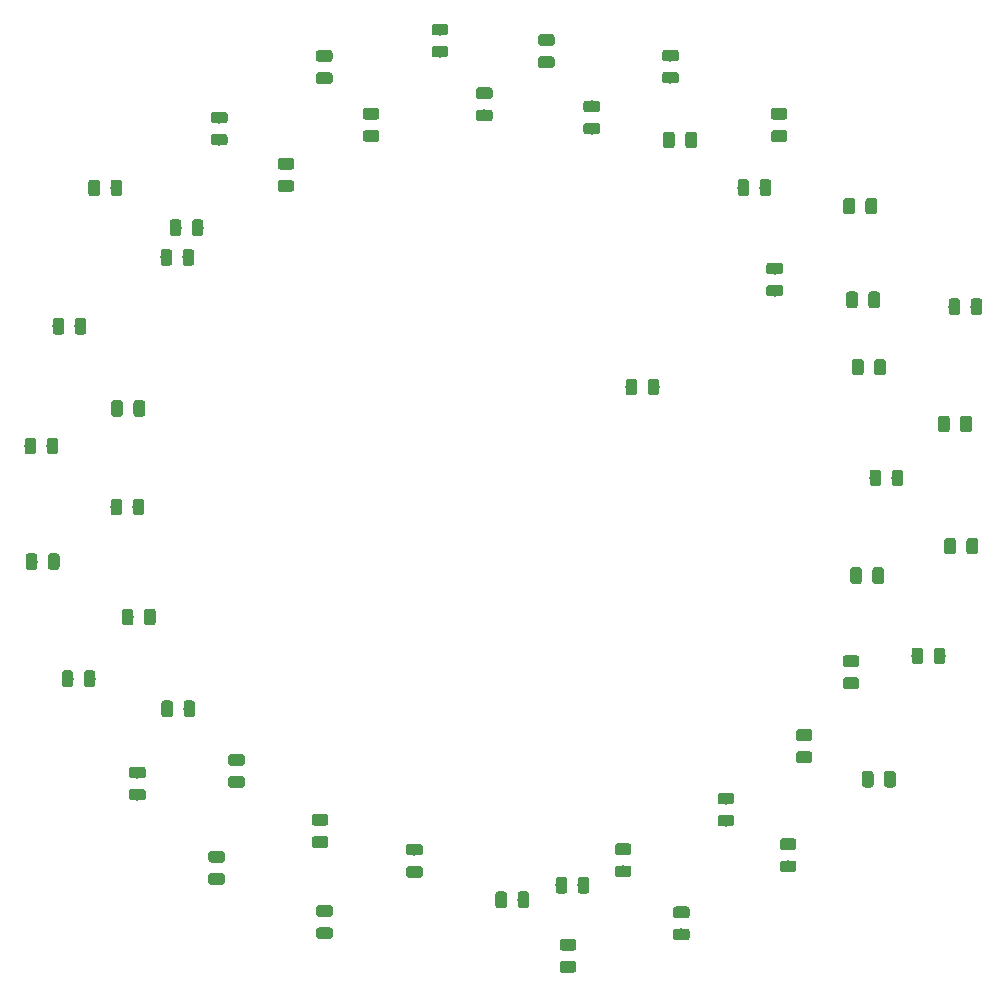
<source format=gtp>
G04 #@! TF.GenerationSoftware,KiCad,Pcbnew,(6.0.0-rc1-dev-1521-g81a0ab4d7)*
G04 #@! TF.CreationDate,2019-02-16T00:36:45+09:00
G04 #@! TF.ProjectId,lineses,6c696e65-7365-4732-9e6b-696361645f70,rev?*
G04 #@! TF.SameCoordinates,Original*
G04 #@! TF.FileFunction,Paste,Top*
G04 #@! TF.FilePolarity,Positive*
%FSLAX46Y46*%
G04 Gerber Fmt 4.6, Leading zero omitted, Abs format (unit mm)*
G04 Created by KiCad (PCBNEW (6.0.0-rc1-dev-1521-g81a0ab4d7)) date 2019/02/16 0:36:45*
%MOMM*%
%LPD*%
G04 APERTURE LIST*
%ADD10C,0.100000*%
%ADD11C,0.975000*%
G04 APERTURE END LIST*
D10*
G36*
X102680142Y-50671174D02*
G01*
X102703803Y-50674684D01*
X102727007Y-50680496D01*
X102749529Y-50688554D01*
X102771153Y-50698782D01*
X102791670Y-50711079D01*
X102810883Y-50725329D01*
X102828607Y-50741393D01*
X102844671Y-50759117D01*
X102858921Y-50778330D01*
X102871218Y-50798847D01*
X102881446Y-50820471D01*
X102889504Y-50842993D01*
X102895316Y-50866197D01*
X102898826Y-50889858D01*
X102900000Y-50913750D01*
X102900000Y-51401250D01*
X102898826Y-51425142D01*
X102895316Y-51448803D01*
X102889504Y-51472007D01*
X102881446Y-51494529D01*
X102871218Y-51516153D01*
X102858921Y-51536670D01*
X102844671Y-51555883D01*
X102828607Y-51573607D01*
X102810883Y-51589671D01*
X102791670Y-51603921D01*
X102771153Y-51616218D01*
X102749529Y-51626446D01*
X102727007Y-51634504D01*
X102703803Y-51640316D01*
X102680142Y-51643826D01*
X102656250Y-51645000D01*
X101743750Y-51645000D01*
X101719858Y-51643826D01*
X101696197Y-51640316D01*
X101672993Y-51634504D01*
X101650471Y-51626446D01*
X101628847Y-51616218D01*
X101608330Y-51603921D01*
X101589117Y-51589671D01*
X101571393Y-51573607D01*
X101555329Y-51555883D01*
X101541079Y-51536670D01*
X101528782Y-51516153D01*
X101518554Y-51494529D01*
X101510496Y-51472007D01*
X101504684Y-51448803D01*
X101501174Y-51425142D01*
X101500000Y-51401250D01*
X101500000Y-50913750D01*
X101501174Y-50889858D01*
X101504684Y-50866197D01*
X101510496Y-50842993D01*
X101518554Y-50820471D01*
X101528782Y-50798847D01*
X101541079Y-50778330D01*
X101555329Y-50759117D01*
X101571393Y-50741393D01*
X101589117Y-50725329D01*
X101608330Y-50711079D01*
X101628847Y-50698782D01*
X101650471Y-50688554D01*
X101672993Y-50680496D01*
X101696197Y-50674684D01*
X101719858Y-50671174D01*
X101743750Y-50670000D01*
X102656250Y-50670000D01*
X102680142Y-50671174D01*
X102680142Y-50671174D01*
G37*
D11*
X102200000Y-51157500D03*
D10*
G36*
X102680142Y-48796174D02*
G01*
X102703803Y-48799684D01*
X102727007Y-48805496D01*
X102749529Y-48813554D01*
X102771153Y-48823782D01*
X102791670Y-48836079D01*
X102810883Y-48850329D01*
X102828607Y-48866393D01*
X102844671Y-48884117D01*
X102858921Y-48903330D01*
X102871218Y-48923847D01*
X102881446Y-48945471D01*
X102889504Y-48967993D01*
X102895316Y-48991197D01*
X102898826Y-49014858D01*
X102900000Y-49038750D01*
X102900000Y-49526250D01*
X102898826Y-49550142D01*
X102895316Y-49573803D01*
X102889504Y-49597007D01*
X102881446Y-49619529D01*
X102871218Y-49641153D01*
X102858921Y-49661670D01*
X102844671Y-49680883D01*
X102828607Y-49698607D01*
X102810883Y-49714671D01*
X102791670Y-49728921D01*
X102771153Y-49741218D01*
X102749529Y-49751446D01*
X102727007Y-49759504D01*
X102703803Y-49765316D01*
X102680142Y-49768826D01*
X102656250Y-49770000D01*
X101743750Y-49770000D01*
X101719858Y-49768826D01*
X101696197Y-49765316D01*
X101672993Y-49759504D01*
X101650471Y-49751446D01*
X101628847Y-49741218D01*
X101608330Y-49728921D01*
X101589117Y-49714671D01*
X101571393Y-49698607D01*
X101555329Y-49680883D01*
X101541079Y-49661670D01*
X101528782Y-49641153D01*
X101518554Y-49619529D01*
X101510496Y-49597007D01*
X101504684Y-49573803D01*
X101501174Y-49550142D01*
X101500000Y-49526250D01*
X101500000Y-49038750D01*
X101501174Y-49014858D01*
X101504684Y-48991197D01*
X101510496Y-48967993D01*
X101518554Y-48945471D01*
X101528782Y-48923847D01*
X101541079Y-48903330D01*
X101555329Y-48884117D01*
X101571393Y-48866393D01*
X101589117Y-48850329D01*
X101608330Y-48836079D01*
X101628847Y-48823782D01*
X101650471Y-48813554D01*
X101672993Y-48805496D01*
X101696197Y-48799684D01*
X101719858Y-48796174D01*
X101743750Y-48795000D01*
X102656250Y-48795000D01*
X102680142Y-48796174D01*
X102680142Y-48796174D01*
G37*
D11*
X102200000Y-49282500D03*
D10*
G36*
X92215142Y-58611174D02*
G01*
X92238803Y-58614684D01*
X92262007Y-58620496D01*
X92284529Y-58628554D01*
X92306153Y-58638782D01*
X92326670Y-58651079D01*
X92345883Y-58665329D01*
X92363607Y-58681393D01*
X92379671Y-58699117D01*
X92393921Y-58718330D01*
X92406218Y-58738847D01*
X92416446Y-58760471D01*
X92424504Y-58782993D01*
X92430316Y-58806197D01*
X92433826Y-58829858D01*
X92435000Y-58853750D01*
X92435000Y-59766250D01*
X92433826Y-59790142D01*
X92430316Y-59813803D01*
X92424504Y-59837007D01*
X92416446Y-59859529D01*
X92406218Y-59881153D01*
X92393921Y-59901670D01*
X92379671Y-59920883D01*
X92363607Y-59938607D01*
X92345883Y-59954671D01*
X92326670Y-59968921D01*
X92306153Y-59981218D01*
X92284529Y-59991446D01*
X92262007Y-59999504D01*
X92238803Y-60005316D01*
X92215142Y-60008826D01*
X92191250Y-60010000D01*
X91703750Y-60010000D01*
X91679858Y-60008826D01*
X91656197Y-60005316D01*
X91632993Y-59999504D01*
X91610471Y-59991446D01*
X91588847Y-59981218D01*
X91568330Y-59968921D01*
X91549117Y-59954671D01*
X91531393Y-59938607D01*
X91515329Y-59920883D01*
X91501079Y-59901670D01*
X91488782Y-59881153D01*
X91478554Y-59859529D01*
X91470496Y-59837007D01*
X91464684Y-59813803D01*
X91461174Y-59790142D01*
X91460000Y-59766250D01*
X91460000Y-58853750D01*
X91461174Y-58829858D01*
X91464684Y-58806197D01*
X91470496Y-58782993D01*
X91478554Y-58760471D01*
X91488782Y-58738847D01*
X91501079Y-58718330D01*
X91515329Y-58699117D01*
X91531393Y-58681393D01*
X91549117Y-58665329D01*
X91568330Y-58651079D01*
X91588847Y-58638782D01*
X91610471Y-58628554D01*
X91632993Y-58620496D01*
X91656197Y-58614684D01*
X91679858Y-58611174D01*
X91703750Y-58610000D01*
X92191250Y-58610000D01*
X92215142Y-58611174D01*
X92215142Y-58611174D01*
G37*
D11*
X91947500Y-59310000D03*
D10*
G36*
X90340142Y-58611174D02*
G01*
X90363803Y-58614684D01*
X90387007Y-58620496D01*
X90409529Y-58628554D01*
X90431153Y-58638782D01*
X90451670Y-58651079D01*
X90470883Y-58665329D01*
X90488607Y-58681393D01*
X90504671Y-58699117D01*
X90518921Y-58718330D01*
X90531218Y-58738847D01*
X90541446Y-58760471D01*
X90549504Y-58782993D01*
X90555316Y-58806197D01*
X90558826Y-58829858D01*
X90560000Y-58853750D01*
X90560000Y-59766250D01*
X90558826Y-59790142D01*
X90555316Y-59813803D01*
X90549504Y-59837007D01*
X90541446Y-59859529D01*
X90531218Y-59881153D01*
X90518921Y-59901670D01*
X90504671Y-59920883D01*
X90488607Y-59938607D01*
X90470883Y-59954671D01*
X90451670Y-59968921D01*
X90431153Y-59981218D01*
X90409529Y-59991446D01*
X90387007Y-59999504D01*
X90363803Y-60005316D01*
X90340142Y-60008826D01*
X90316250Y-60010000D01*
X89828750Y-60010000D01*
X89804858Y-60008826D01*
X89781197Y-60005316D01*
X89757993Y-59999504D01*
X89735471Y-59991446D01*
X89713847Y-59981218D01*
X89693330Y-59968921D01*
X89674117Y-59954671D01*
X89656393Y-59938607D01*
X89640329Y-59920883D01*
X89626079Y-59901670D01*
X89613782Y-59881153D01*
X89603554Y-59859529D01*
X89595496Y-59837007D01*
X89589684Y-59813803D01*
X89586174Y-59790142D01*
X89585000Y-59766250D01*
X89585000Y-58853750D01*
X89586174Y-58829858D01*
X89589684Y-58806197D01*
X89595496Y-58782993D01*
X89603554Y-58760471D01*
X89613782Y-58738847D01*
X89626079Y-58718330D01*
X89640329Y-58699117D01*
X89656393Y-58681393D01*
X89674117Y-58665329D01*
X89693330Y-58651079D01*
X89713847Y-58638782D01*
X89735471Y-58628554D01*
X89757993Y-58620496D01*
X89781197Y-58614684D01*
X89804858Y-58611174D01*
X89828750Y-58610000D01*
X90316250Y-58610000D01*
X90340142Y-58611174D01*
X90340142Y-58611174D01*
G37*
D11*
X90072500Y-59310000D03*
D10*
G36*
X78100142Y-35818674D02*
G01*
X78123803Y-35822184D01*
X78147007Y-35827996D01*
X78169529Y-35836054D01*
X78191153Y-35846282D01*
X78211670Y-35858579D01*
X78230883Y-35872829D01*
X78248607Y-35888893D01*
X78264671Y-35906617D01*
X78278921Y-35925830D01*
X78291218Y-35946347D01*
X78301446Y-35967971D01*
X78309504Y-35990493D01*
X78315316Y-36013697D01*
X78318826Y-36037358D01*
X78320000Y-36061250D01*
X78320000Y-36548750D01*
X78318826Y-36572642D01*
X78315316Y-36596303D01*
X78309504Y-36619507D01*
X78301446Y-36642029D01*
X78291218Y-36663653D01*
X78278921Y-36684170D01*
X78264671Y-36703383D01*
X78248607Y-36721107D01*
X78230883Y-36737171D01*
X78211670Y-36751421D01*
X78191153Y-36763718D01*
X78169529Y-36773946D01*
X78147007Y-36782004D01*
X78123803Y-36787816D01*
X78100142Y-36791326D01*
X78076250Y-36792500D01*
X77163750Y-36792500D01*
X77139858Y-36791326D01*
X77116197Y-36787816D01*
X77092993Y-36782004D01*
X77070471Y-36773946D01*
X77048847Y-36763718D01*
X77028330Y-36751421D01*
X77009117Y-36737171D01*
X76991393Y-36721107D01*
X76975329Y-36703383D01*
X76961079Y-36684170D01*
X76948782Y-36663653D01*
X76938554Y-36642029D01*
X76930496Y-36619507D01*
X76924684Y-36596303D01*
X76921174Y-36572642D01*
X76920000Y-36548750D01*
X76920000Y-36061250D01*
X76921174Y-36037358D01*
X76924684Y-36013697D01*
X76930496Y-35990493D01*
X76938554Y-35967971D01*
X76948782Y-35946347D01*
X76961079Y-35925830D01*
X76975329Y-35906617D01*
X76991393Y-35888893D01*
X77009117Y-35872829D01*
X77028330Y-35858579D01*
X77048847Y-35846282D01*
X77070471Y-35836054D01*
X77092993Y-35827996D01*
X77116197Y-35822184D01*
X77139858Y-35818674D01*
X77163750Y-35817500D01*
X78076250Y-35817500D01*
X78100142Y-35818674D01*
X78100142Y-35818674D01*
G37*
D11*
X77620000Y-36305000D03*
D10*
G36*
X78100142Y-33943674D02*
G01*
X78123803Y-33947184D01*
X78147007Y-33952996D01*
X78169529Y-33961054D01*
X78191153Y-33971282D01*
X78211670Y-33983579D01*
X78230883Y-33997829D01*
X78248607Y-34013893D01*
X78264671Y-34031617D01*
X78278921Y-34050830D01*
X78291218Y-34071347D01*
X78301446Y-34092971D01*
X78309504Y-34115493D01*
X78315316Y-34138697D01*
X78318826Y-34162358D01*
X78320000Y-34186250D01*
X78320000Y-34673750D01*
X78318826Y-34697642D01*
X78315316Y-34721303D01*
X78309504Y-34744507D01*
X78301446Y-34767029D01*
X78291218Y-34788653D01*
X78278921Y-34809170D01*
X78264671Y-34828383D01*
X78248607Y-34846107D01*
X78230883Y-34862171D01*
X78211670Y-34876421D01*
X78191153Y-34888718D01*
X78169529Y-34898946D01*
X78147007Y-34907004D01*
X78123803Y-34912816D01*
X78100142Y-34916326D01*
X78076250Y-34917500D01*
X77163750Y-34917500D01*
X77139858Y-34916326D01*
X77116197Y-34912816D01*
X77092993Y-34907004D01*
X77070471Y-34898946D01*
X77048847Y-34888718D01*
X77028330Y-34876421D01*
X77009117Y-34862171D01*
X76991393Y-34846107D01*
X76975329Y-34828383D01*
X76961079Y-34809170D01*
X76948782Y-34788653D01*
X76938554Y-34767029D01*
X76930496Y-34744507D01*
X76924684Y-34721303D01*
X76921174Y-34697642D01*
X76920000Y-34673750D01*
X76920000Y-34186250D01*
X76921174Y-34162358D01*
X76924684Y-34138697D01*
X76930496Y-34115493D01*
X76938554Y-34092971D01*
X76948782Y-34071347D01*
X76961079Y-34050830D01*
X76975329Y-34031617D01*
X76991393Y-34013893D01*
X77009117Y-33997829D01*
X77028330Y-33983579D01*
X77048847Y-33971282D01*
X77070471Y-33961054D01*
X77092993Y-33952996D01*
X77116197Y-33947184D01*
X77139858Y-33943674D01*
X77163750Y-33942500D01*
X78076250Y-33942500D01*
X78100142Y-33943674D01*
X78100142Y-33943674D01*
G37*
D11*
X77620000Y-34430000D03*
D10*
G36*
X83350142Y-29443674D02*
G01*
X83373803Y-29447184D01*
X83397007Y-29452996D01*
X83419529Y-29461054D01*
X83441153Y-29471282D01*
X83461670Y-29483579D01*
X83480883Y-29497829D01*
X83498607Y-29513893D01*
X83514671Y-29531617D01*
X83528921Y-29550830D01*
X83541218Y-29571347D01*
X83551446Y-29592971D01*
X83559504Y-29615493D01*
X83565316Y-29638697D01*
X83568826Y-29662358D01*
X83570000Y-29686250D01*
X83570000Y-30173750D01*
X83568826Y-30197642D01*
X83565316Y-30221303D01*
X83559504Y-30244507D01*
X83551446Y-30267029D01*
X83541218Y-30288653D01*
X83528921Y-30309170D01*
X83514671Y-30328383D01*
X83498607Y-30346107D01*
X83480883Y-30362171D01*
X83461670Y-30376421D01*
X83441153Y-30388718D01*
X83419529Y-30398946D01*
X83397007Y-30407004D01*
X83373803Y-30412816D01*
X83350142Y-30416326D01*
X83326250Y-30417500D01*
X82413750Y-30417500D01*
X82389858Y-30416326D01*
X82366197Y-30412816D01*
X82342993Y-30407004D01*
X82320471Y-30398946D01*
X82298847Y-30388718D01*
X82278330Y-30376421D01*
X82259117Y-30362171D01*
X82241393Y-30346107D01*
X82225329Y-30328383D01*
X82211079Y-30309170D01*
X82198782Y-30288653D01*
X82188554Y-30267029D01*
X82180496Y-30244507D01*
X82174684Y-30221303D01*
X82171174Y-30197642D01*
X82170000Y-30173750D01*
X82170000Y-29686250D01*
X82171174Y-29662358D01*
X82174684Y-29638697D01*
X82180496Y-29615493D01*
X82188554Y-29592971D01*
X82198782Y-29571347D01*
X82211079Y-29550830D01*
X82225329Y-29531617D01*
X82241393Y-29513893D01*
X82259117Y-29497829D01*
X82278330Y-29483579D01*
X82298847Y-29471282D01*
X82320471Y-29461054D01*
X82342993Y-29452996D01*
X82366197Y-29447184D01*
X82389858Y-29443674D01*
X82413750Y-29442500D01*
X83326250Y-29442500D01*
X83350142Y-29443674D01*
X83350142Y-29443674D01*
G37*
D11*
X82870000Y-29930000D03*
D10*
G36*
X83350142Y-31318674D02*
G01*
X83373803Y-31322184D01*
X83397007Y-31327996D01*
X83419529Y-31336054D01*
X83441153Y-31346282D01*
X83461670Y-31358579D01*
X83480883Y-31372829D01*
X83498607Y-31388893D01*
X83514671Y-31406617D01*
X83528921Y-31425830D01*
X83541218Y-31446347D01*
X83551446Y-31467971D01*
X83559504Y-31490493D01*
X83565316Y-31513697D01*
X83568826Y-31537358D01*
X83570000Y-31561250D01*
X83570000Y-32048750D01*
X83568826Y-32072642D01*
X83565316Y-32096303D01*
X83559504Y-32119507D01*
X83551446Y-32142029D01*
X83541218Y-32163653D01*
X83528921Y-32184170D01*
X83514671Y-32203383D01*
X83498607Y-32221107D01*
X83480883Y-32237171D01*
X83461670Y-32251421D01*
X83441153Y-32263718D01*
X83419529Y-32273946D01*
X83397007Y-32282004D01*
X83373803Y-32287816D01*
X83350142Y-32291326D01*
X83326250Y-32292500D01*
X82413750Y-32292500D01*
X82389858Y-32291326D01*
X82366197Y-32287816D01*
X82342993Y-32282004D01*
X82320471Y-32273946D01*
X82298847Y-32263718D01*
X82278330Y-32251421D01*
X82259117Y-32237171D01*
X82241393Y-32221107D01*
X82225329Y-32203383D01*
X82211079Y-32184170D01*
X82198782Y-32163653D01*
X82188554Y-32142029D01*
X82180496Y-32119507D01*
X82174684Y-32096303D01*
X82171174Y-32072642D01*
X82170000Y-32048750D01*
X82170000Y-31561250D01*
X82171174Y-31537358D01*
X82174684Y-31513697D01*
X82180496Y-31490493D01*
X82188554Y-31467971D01*
X82198782Y-31446347D01*
X82211079Y-31425830D01*
X82225329Y-31406617D01*
X82241393Y-31388893D01*
X82259117Y-31372829D01*
X82278330Y-31358579D01*
X82298847Y-31346282D01*
X82320471Y-31336054D01*
X82342993Y-31327996D01*
X82366197Y-31322184D01*
X82389858Y-31318674D01*
X82413750Y-31317500D01*
X83326250Y-31317500D01*
X83350142Y-31318674D01*
X83350142Y-31318674D01*
G37*
D11*
X82870000Y-31805000D03*
D10*
G36*
X47690142Y-78091174D02*
G01*
X47713803Y-78094684D01*
X47737007Y-78100496D01*
X47759529Y-78108554D01*
X47781153Y-78118782D01*
X47801670Y-78131079D01*
X47820883Y-78145329D01*
X47838607Y-78161393D01*
X47854671Y-78179117D01*
X47868921Y-78198330D01*
X47881218Y-78218847D01*
X47891446Y-78240471D01*
X47899504Y-78262993D01*
X47905316Y-78286197D01*
X47908826Y-78309858D01*
X47910000Y-78333750D01*
X47910000Y-79246250D01*
X47908826Y-79270142D01*
X47905316Y-79293803D01*
X47899504Y-79317007D01*
X47891446Y-79339529D01*
X47881218Y-79361153D01*
X47868921Y-79381670D01*
X47854671Y-79400883D01*
X47838607Y-79418607D01*
X47820883Y-79434671D01*
X47801670Y-79448921D01*
X47781153Y-79461218D01*
X47759529Y-79471446D01*
X47737007Y-79479504D01*
X47713803Y-79485316D01*
X47690142Y-79488826D01*
X47666250Y-79490000D01*
X47178750Y-79490000D01*
X47154858Y-79488826D01*
X47131197Y-79485316D01*
X47107993Y-79479504D01*
X47085471Y-79471446D01*
X47063847Y-79461218D01*
X47043330Y-79448921D01*
X47024117Y-79434671D01*
X47006393Y-79418607D01*
X46990329Y-79400883D01*
X46976079Y-79381670D01*
X46963782Y-79361153D01*
X46953554Y-79339529D01*
X46945496Y-79317007D01*
X46939684Y-79293803D01*
X46936174Y-79270142D01*
X46935000Y-79246250D01*
X46935000Y-78333750D01*
X46936174Y-78309858D01*
X46939684Y-78286197D01*
X46945496Y-78262993D01*
X46953554Y-78240471D01*
X46963782Y-78218847D01*
X46976079Y-78198330D01*
X46990329Y-78179117D01*
X47006393Y-78161393D01*
X47024117Y-78145329D01*
X47043330Y-78131079D01*
X47063847Y-78118782D01*
X47085471Y-78108554D01*
X47107993Y-78100496D01*
X47131197Y-78094684D01*
X47154858Y-78091174D01*
X47178750Y-78090000D01*
X47666250Y-78090000D01*
X47690142Y-78091174D01*
X47690142Y-78091174D01*
G37*
D11*
X47422500Y-78790000D03*
D10*
G36*
X49565142Y-78091174D02*
G01*
X49588803Y-78094684D01*
X49612007Y-78100496D01*
X49634529Y-78108554D01*
X49656153Y-78118782D01*
X49676670Y-78131079D01*
X49695883Y-78145329D01*
X49713607Y-78161393D01*
X49729671Y-78179117D01*
X49743921Y-78198330D01*
X49756218Y-78218847D01*
X49766446Y-78240471D01*
X49774504Y-78262993D01*
X49780316Y-78286197D01*
X49783826Y-78309858D01*
X49785000Y-78333750D01*
X49785000Y-79246250D01*
X49783826Y-79270142D01*
X49780316Y-79293803D01*
X49774504Y-79317007D01*
X49766446Y-79339529D01*
X49756218Y-79361153D01*
X49743921Y-79381670D01*
X49729671Y-79400883D01*
X49713607Y-79418607D01*
X49695883Y-79434671D01*
X49676670Y-79448921D01*
X49656153Y-79461218D01*
X49634529Y-79471446D01*
X49612007Y-79479504D01*
X49588803Y-79485316D01*
X49565142Y-79488826D01*
X49541250Y-79490000D01*
X49053750Y-79490000D01*
X49029858Y-79488826D01*
X49006197Y-79485316D01*
X48982993Y-79479504D01*
X48960471Y-79471446D01*
X48938847Y-79461218D01*
X48918330Y-79448921D01*
X48899117Y-79434671D01*
X48881393Y-79418607D01*
X48865329Y-79400883D01*
X48851079Y-79381670D01*
X48838782Y-79361153D01*
X48828554Y-79339529D01*
X48820496Y-79317007D01*
X48814684Y-79293803D01*
X48811174Y-79270142D01*
X48810000Y-79246250D01*
X48810000Y-78333750D01*
X48811174Y-78309858D01*
X48814684Y-78286197D01*
X48820496Y-78262993D01*
X48828554Y-78240471D01*
X48838782Y-78218847D01*
X48851079Y-78198330D01*
X48865329Y-78179117D01*
X48881393Y-78161393D01*
X48899117Y-78145329D01*
X48918330Y-78131079D01*
X48938847Y-78118782D01*
X48960471Y-78108554D01*
X48982993Y-78100496D01*
X49006197Y-78094684D01*
X49029858Y-78091174D01*
X49053750Y-78090000D01*
X49541250Y-78090000D01*
X49565142Y-78091174D01*
X49565142Y-78091174D01*
G37*
D11*
X49297500Y-78790000D03*
D10*
G36*
X99812642Y-41721174D02*
G01*
X99836303Y-41724684D01*
X99859507Y-41730496D01*
X99882029Y-41738554D01*
X99903653Y-41748782D01*
X99924170Y-41761079D01*
X99943383Y-41775329D01*
X99961107Y-41791393D01*
X99977171Y-41809117D01*
X99991421Y-41828330D01*
X100003718Y-41848847D01*
X100013946Y-41870471D01*
X100022004Y-41892993D01*
X100027816Y-41916197D01*
X100031326Y-41939858D01*
X100032500Y-41963750D01*
X100032500Y-42876250D01*
X100031326Y-42900142D01*
X100027816Y-42923803D01*
X100022004Y-42947007D01*
X100013946Y-42969529D01*
X100003718Y-42991153D01*
X99991421Y-43011670D01*
X99977171Y-43030883D01*
X99961107Y-43048607D01*
X99943383Y-43064671D01*
X99924170Y-43078921D01*
X99903653Y-43091218D01*
X99882029Y-43101446D01*
X99859507Y-43109504D01*
X99836303Y-43115316D01*
X99812642Y-43118826D01*
X99788750Y-43120000D01*
X99301250Y-43120000D01*
X99277358Y-43118826D01*
X99253697Y-43115316D01*
X99230493Y-43109504D01*
X99207971Y-43101446D01*
X99186347Y-43091218D01*
X99165830Y-43078921D01*
X99146617Y-43064671D01*
X99128893Y-43048607D01*
X99112829Y-43030883D01*
X99098579Y-43011670D01*
X99086282Y-42991153D01*
X99076054Y-42969529D01*
X99067996Y-42947007D01*
X99062184Y-42923803D01*
X99058674Y-42900142D01*
X99057500Y-42876250D01*
X99057500Y-41963750D01*
X99058674Y-41939858D01*
X99062184Y-41916197D01*
X99067996Y-41892993D01*
X99076054Y-41870471D01*
X99086282Y-41848847D01*
X99098579Y-41828330D01*
X99112829Y-41809117D01*
X99128893Y-41791393D01*
X99146617Y-41775329D01*
X99165830Y-41761079D01*
X99186347Y-41748782D01*
X99207971Y-41738554D01*
X99230493Y-41730496D01*
X99253697Y-41724684D01*
X99277358Y-41721174D01*
X99301250Y-41720000D01*
X99788750Y-41720000D01*
X99812642Y-41721174D01*
X99812642Y-41721174D01*
G37*
D11*
X99545000Y-42420000D03*
D10*
G36*
X101687642Y-41721174D02*
G01*
X101711303Y-41724684D01*
X101734507Y-41730496D01*
X101757029Y-41738554D01*
X101778653Y-41748782D01*
X101799170Y-41761079D01*
X101818383Y-41775329D01*
X101836107Y-41791393D01*
X101852171Y-41809117D01*
X101866421Y-41828330D01*
X101878718Y-41848847D01*
X101888946Y-41870471D01*
X101897004Y-41892993D01*
X101902816Y-41916197D01*
X101906326Y-41939858D01*
X101907500Y-41963750D01*
X101907500Y-42876250D01*
X101906326Y-42900142D01*
X101902816Y-42923803D01*
X101897004Y-42947007D01*
X101888946Y-42969529D01*
X101878718Y-42991153D01*
X101866421Y-43011670D01*
X101852171Y-43030883D01*
X101836107Y-43048607D01*
X101818383Y-43064671D01*
X101799170Y-43078921D01*
X101778653Y-43091218D01*
X101757029Y-43101446D01*
X101734507Y-43109504D01*
X101711303Y-43115316D01*
X101687642Y-43118826D01*
X101663750Y-43120000D01*
X101176250Y-43120000D01*
X101152358Y-43118826D01*
X101128697Y-43115316D01*
X101105493Y-43109504D01*
X101082971Y-43101446D01*
X101061347Y-43091218D01*
X101040830Y-43078921D01*
X101021617Y-43064671D01*
X101003893Y-43048607D01*
X100987829Y-43030883D01*
X100973579Y-43011670D01*
X100961282Y-42991153D01*
X100951054Y-42969529D01*
X100942996Y-42947007D01*
X100937184Y-42923803D01*
X100933674Y-42900142D01*
X100932500Y-42876250D01*
X100932500Y-41963750D01*
X100933674Y-41939858D01*
X100937184Y-41916197D01*
X100942996Y-41892993D01*
X100951054Y-41870471D01*
X100961282Y-41848847D01*
X100973579Y-41828330D01*
X100987829Y-41809117D01*
X101003893Y-41791393D01*
X101021617Y-41775329D01*
X101040830Y-41761079D01*
X101061347Y-41748782D01*
X101082971Y-41738554D01*
X101105493Y-41730496D01*
X101128697Y-41724684D01*
X101152358Y-41721174D01*
X101176250Y-41720000D01*
X101663750Y-41720000D01*
X101687642Y-41721174D01*
X101687642Y-41721174D01*
G37*
D11*
X101420000Y-42420000D03*
D10*
G36*
X111237642Y-74581174D02*
G01*
X111261303Y-74584684D01*
X111284507Y-74590496D01*
X111307029Y-74598554D01*
X111328653Y-74608782D01*
X111349170Y-74621079D01*
X111368383Y-74635329D01*
X111386107Y-74651393D01*
X111402171Y-74669117D01*
X111416421Y-74688330D01*
X111428718Y-74708847D01*
X111438946Y-74730471D01*
X111447004Y-74752993D01*
X111452816Y-74776197D01*
X111456326Y-74799858D01*
X111457500Y-74823750D01*
X111457500Y-75736250D01*
X111456326Y-75760142D01*
X111452816Y-75783803D01*
X111447004Y-75807007D01*
X111438946Y-75829529D01*
X111428718Y-75851153D01*
X111416421Y-75871670D01*
X111402171Y-75890883D01*
X111386107Y-75908607D01*
X111368383Y-75924671D01*
X111349170Y-75938921D01*
X111328653Y-75951218D01*
X111307029Y-75961446D01*
X111284507Y-75969504D01*
X111261303Y-75975316D01*
X111237642Y-75978826D01*
X111213750Y-75980000D01*
X110726250Y-75980000D01*
X110702358Y-75978826D01*
X110678697Y-75975316D01*
X110655493Y-75969504D01*
X110632971Y-75961446D01*
X110611347Y-75951218D01*
X110590830Y-75938921D01*
X110571617Y-75924671D01*
X110553893Y-75908607D01*
X110537829Y-75890883D01*
X110523579Y-75871670D01*
X110511282Y-75851153D01*
X110501054Y-75829529D01*
X110492996Y-75807007D01*
X110487184Y-75783803D01*
X110483674Y-75760142D01*
X110482500Y-75736250D01*
X110482500Y-74823750D01*
X110483674Y-74799858D01*
X110487184Y-74776197D01*
X110492996Y-74752993D01*
X110501054Y-74730471D01*
X110511282Y-74708847D01*
X110523579Y-74688330D01*
X110537829Y-74669117D01*
X110553893Y-74651393D01*
X110571617Y-74635329D01*
X110590830Y-74621079D01*
X110611347Y-74608782D01*
X110632971Y-74598554D01*
X110655493Y-74590496D01*
X110678697Y-74584684D01*
X110702358Y-74581174D01*
X110726250Y-74580000D01*
X111213750Y-74580000D01*
X111237642Y-74581174D01*
X111237642Y-74581174D01*
G37*
D11*
X110970000Y-75280000D03*
D10*
G36*
X109362642Y-74581174D02*
G01*
X109386303Y-74584684D01*
X109409507Y-74590496D01*
X109432029Y-74598554D01*
X109453653Y-74608782D01*
X109474170Y-74621079D01*
X109493383Y-74635329D01*
X109511107Y-74651393D01*
X109527171Y-74669117D01*
X109541421Y-74688330D01*
X109553718Y-74708847D01*
X109563946Y-74730471D01*
X109572004Y-74752993D01*
X109577816Y-74776197D01*
X109581326Y-74799858D01*
X109582500Y-74823750D01*
X109582500Y-75736250D01*
X109581326Y-75760142D01*
X109577816Y-75783803D01*
X109572004Y-75807007D01*
X109563946Y-75829529D01*
X109553718Y-75851153D01*
X109541421Y-75871670D01*
X109527171Y-75890883D01*
X109511107Y-75908607D01*
X109493383Y-75924671D01*
X109474170Y-75938921D01*
X109453653Y-75951218D01*
X109432029Y-75961446D01*
X109409507Y-75969504D01*
X109386303Y-75975316D01*
X109362642Y-75978826D01*
X109338750Y-75980000D01*
X108851250Y-75980000D01*
X108827358Y-75978826D01*
X108803697Y-75975316D01*
X108780493Y-75969504D01*
X108757971Y-75961446D01*
X108736347Y-75951218D01*
X108715830Y-75938921D01*
X108696617Y-75924671D01*
X108678893Y-75908607D01*
X108662829Y-75890883D01*
X108648579Y-75871670D01*
X108636282Y-75851153D01*
X108626054Y-75829529D01*
X108617996Y-75807007D01*
X108612184Y-75783803D01*
X108608674Y-75760142D01*
X108607500Y-75736250D01*
X108607500Y-74823750D01*
X108608674Y-74799858D01*
X108612184Y-74776197D01*
X108617996Y-74752993D01*
X108626054Y-74730471D01*
X108636282Y-74708847D01*
X108648579Y-74688330D01*
X108662829Y-74669117D01*
X108678893Y-74651393D01*
X108696617Y-74635329D01*
X108715830Y-74621079D01*
X108736347Y-74608782D01*
X108757971Y-74598554D01*
X108780493Y-74590496D01*
X108803697Y-74584684D01*
X108827358Y-74581174D01*
X108851250Y-74580000D01*
X109338750Y-74580000D01*
X109362642Y-74581174D01*
X109362642Y-74581174D01*
G37*
D11*
X109095000Y-75280000D03*
D10*
G36*
X41432642Y-73391174D02*
G01*
X41456303Y-73394684D01*
X41479507Y-73400496D01*
X41502029Y-73408554D01*
X41523653Y-73418782D01*
X41544170Y-73431079D01*
X41563383Y-73445329D01*
X41581107Y-73461393D01*
X41597171Y-73479117D01*
X41611421Y-73498330D01*
X41623718Y-73518847D01*
X41633946Y-73540471D01*
X41642004Y-73562993D01*
X41647816Y-73586197D01*
X41651326Y-73609858D01*
X41652500Y-73633750D01*
X41652500Y-74546250D01*
X41651326Y-74570142D01*
X41647816Y-74593803D01*
X41642004Y-74617007D01*
X41633946Y-74639529D01*
X41623718Y-74661153D01*
X41611421Y-74681670D01*
X41597171Y-74700883D01*
X41581107Y-74718607D01*
X41563383Y-74734671D01*
X41544170Y-74748921D01*
X41523653Y-74761218D01*
X41502029Y-74771446D01*
X41479507Y-74779504D01*
X41456303Y-74785316D01*
X41432642Y-74788826D01*
X41408750Y-74790000D01*
X40921250Y-74790000D01*
X40897358Y-74788826D01*
X40873697Y-74785316D01*
X40850493Y-74779504D01*
X40827971Y-74771446D01*
X40806347Y-74761218D01*
X40785830Y-74748921D01*
X40766617Y-74734671D01*
X40748893Y-74718607D01*
X40732829Y-74700883D01*
X40718579Y-74681670D01*
X40706282Y-74661153D01*
X40696054Y-74639529D01*
X40687996Y-74617007D01*
X40682184Y-74593803D01*
X40678674Y-74570142D01*
X40677500Y-74546250D01*
X40677500Y-73633750D01*
X40678674Y-73609858D01*
X40682184Y-73586197D01*
X40687996Y-73562993D01*
X40696054Y-73540471D01*
X40706282Y-73518847D01*
X40718579Y-73498330D01*
X40732829Y-73479117D01*
X40748893Y-73461393D01*
X40766617Y-73445329D01*
X40785830Y-73431079D01*
X40806347Y-73418782D01*
X40827971Y-73408554D01*
X40850493Y-73400496D01*
X40873697Y-73394684D01*
X40897358Y-73391174D01*
X40921250Y-73390000D01*
X41408750Y-73390000D01*
X41432642Y-73391174D01*
X41432642Y-73391174D01*
G37*
D11*
X41165000Y-74090000D03*
D10*
G36*
X39557642Y-73391174D02*
G01*
X39581303Y-73394684D01*
X39604507Y-73400496D01*
X39627029Y-73408554D01*
X39648653Y-73418782D01*
X39669170Y-73431079D01*
X39688383Y-73445329D01*
X39706107Y-73461393D01*
X39722171Y-73479117D01*
X39736421Y-73498330D01*
X39748718Y-73518847D01*
X39758946Y-73540471D01*
X39767004Y-73562993D01*
X39772816Y-73586197D01*
X39776326Y-73609858D01*
X39777500Y-73633750D01*
X39777500Y-74546250D01*
X39776326Y-74570142D01*
X39772816Y-74593803D01*
X39767004Y-74617007D01*
X39758946Y-74639529D01*
X39748718Y-74661153D01*
X39736421Y-74681670D01*
X39722171Y-74700883D01*
X39706107Y-74718607D01*
X39688383Y-74734671D01*
X39669170Y-74748921D01*
X39648653Y-74761218D01*
X39627029Y-74771446D01*
X39604507Y-74779504D01*
X39581303Y-74785316D01*
X39557642Y-74788826D01*
X39533750Y-74790000D01*
X39046250Y-74790000D01*
X39022358Y-74788826D01*
X38998697Y-74785316D01*
X38975493Y-74779504D01*
X38952971Y-74771446D01*
X38931347Y-74761218D01*
X38910830Y-74748921D01*
X38891617Y-74734671D01*
X38873893Y-74718607D01*
X38857829Y-74700883D01*
X38843579Y-74681670D01*
X38831282Y-74661153D01*
X38821054Y-74639529D01*
X38812996Y-74617007D01*
X38807184Y-74593803D01*
X38803674Y-74570142D01*
X38802500Y-74546250D01*
X38802500Y-73633750D01*
X38803674Y-73609858D01*
X38807184Y-73586197D01*
X38812996Y-73562993D01*
X38821054Y-73540471D01*
X38831282Y-73518847D01*
X38843579Y-73498330D01*
X38857829Y-73479117D01*
X38873893Y-73461393D01*
X38891617Y-73445329D01*
X38910830Y-73431079D01*
X38931347Y-73418782D01*
X38952971Y-73408554D01*
X38975493Y-73400496D01*
X38998697Y-73394684D01*
X39022358Y-73391174D01*
X39046250Y-73390000D01*
X39533750Y-73390000D01*
X39557642Y-73391174D01*
X39557642Y-73391174D01*
G37*
D11*
X39290000Y-74090000D03*
D10*
G36*
X110647642Y-43301174D02*
G01*
X110671303Y-43304684D01*
X110694507Y-43310496D01*
X110717029Y-43318554D01*
X110738653Y-43328782D01*
X110759170Y-43341079D01*
X110778383Y-43355329D01*
X110796107Y-43371393D01*
X110812171Y-43389117D01*
X110826421Y-43408330D01*
X110838718Y-43428847D01*
X110848946Y-43450471D01*
X110857004Y-43472993D01*
X110862816Y-43496197D01*
X110866326Y-43519858D01*
X110867500Y-43543750D01*
X110867500Y-44456250D01*
X110866326Y-44480142D01*
X110862816Y-44503803D01*
X110857004Y-44527007D01*
X110848946Y-44549529D01*
X110838718Y-44571153D01*
X110826421Y-44591670D01*
X110812171Y-44610883D01*
X110796107Y-44628607D01*
X110778383Y-44644671D01*
X110759170Y-44658921D01*
X110738653Y-44671218D01*
X110717029Y-44681446D01*
X110694507Y-44689504D01*
X110671303Y-44695316D01*
X110647642Y-44698826D01*
X110623750Y-44700000D01*
X110136250Y-44700000D01*
X110112358Y-44698826D01*
X110088697Y-44695316D01*
X110065493Y-44689504D01*
X110042971Y-44681446D01*
X110021347Y-44671218D01*
X110000830Y-44658921D01*
X109981617Y-44644671D01*
X109963893Y-44628607D01*
X109947829Y-44610883D01*
X109933579Y-44591670D01*
X109921282Y-44571153D01*
X109911054Y-44549529D01*
X109902996Y-44527007D01*
X109897184Y-44503803D01*
X109893674Y-44480142D01*
X109892500Y-44456250D01*
X109892500Y-43543750D01*
X109893674Y-43519858D01*
X109897184Y-43496197D01*
X109902996Y-43472993D01*
X109911054Y-43450471D01*
X109921282Y-43428847D01*
X109933579Y-43408330D01*
X109947829Y-43389117D01*
X109963893Y-43371393D01*
X109981617Y-43355329D01*
X110000830Y-43341079D01*
X110021347Y-43328782D01*
X110042971Y-43318554D01*
X110065493Y-43310496D01*
X110088697Y-43304684D01*
X110112358Y-43301174D01*
X110136250Y-43300000D01*
X110623750Y-43300000D01*
X110647642Y-43301174D01*
X110647642Y-43301174D01*
G37*
D11*
X110380000Y-44000000D03*
D10*
G36*
X108772642Y-43301174D02*
G01*
X108796303Y-43304684D01*
X108819507Y-43310496D01*
X108842029Y-43318554D01*
X108863653Y-43328782D01*
X108884170Y-43341079D01*
X108903383Y-43355329D01*
X108921107Y-43371393D01*
X108937171Y-43389117D01*
X108951421Y-43408330D01*
X108963718Y-43428847D01*
X108973946Y-43450471D01*
X108982004Y-43472993D01*
X108987816Y-43496197D01*
X108991326Y-43519858D01*
X108992500Y-43543750D01*
X108992500Y-44456250D01*
X108991326Y-44480142D01*
X108987816Y-44503803D01*
X108982004Y-44527007D01*
X108973946Y-44549529D01*
X108963718Y-44571153D01*
X108951421Y-44591670D01*
X108937171Y-44610883D01*
X108921107Y-44628607D01*
X108903383Y-44644671D01*
X108884170Y-44658921D01*
X108863653Y-44671218D01*
X108842029Y-44681446D01*
X108819507Y-44689504D01*
X108796303Y-44695316D01*
X108772642Y-44698826D01*
X108748750Y-44700000D01*
X108261250Y-44700000D01*
X108237358Y-44698826D01*
X108213697Y-44695316D01*
X108190493Y-44689504D01*
X108167971Y-44681446D01*
X108146347Y-44671218D01*
X108125830Y-44658921D01*
X108106617Y-44644671D01*
X108088893Y-44628607D01*
X108072829Y-44610883D01*
X108058579Y-44591670D01*
X108046282Y-44571153D01*
X108036054Y-44549529D01*
X108027996Y-44527007D01*
X108022184Y-44503803D01*
X108018674Y-44480142D01*
X108017500Y-44456250D01*
X108017500Y-43543750D01*
X108018674Y-43519858D01*
X108022184Y-43496197D01*
X108027996Y-43472993D01*
X108036054Y-43450471D01*
X108046282Y-43428847D01*
X108058579Y-43408330D01*
X108072829Y-43389117D01*
X108088893Y-43371393D01*
X108106617Y-43355329D01*
X108125830Y-43341079D01*
X108146347Y-43328782D01*
X108167971Y-43318554D01*
X108190493Y-43310496D01*
X108213697Y-43304684D01*
X108237358Y-43301174D01*
X108261250Y-43300000D01*
X108748750Y-43300000D01*
X108772642Y-43301174D01*
X108772642Y-43301174D01*
G37*
D11*
X108505000Y-44000000D03*
D10*
G36*
X114552642Y-81371174D02*
G01*
X114576303Y-81374684D01*
X114599507Y-81380496D01*
X114622029Y-81388554D01*
X114643653Y-81398782D01*
X114664170Y-81411079D01*
X114683383Y-81425329D01*
X114701107Y-81441393D01*
X114717171Y-81459117D01*
X114731421Y-81478330D01*
X114743718Y-81498847D01*
X114753946Y-81520471D01*
X114762004Y-81542993D01*
X114767816Y-81566197D01*
X114771326Y-81589858D01*
X114772500Y-81613750D01*
X114772500Y-82526250D01*
X114771326Y-82550142D01*
X114767816Y-82573803D01*
X114762004Y-82597007D01*
X114753946Y-82619529D01*
X114743718Y-82641153D01*
X114731421Y-82661670D01*
X114717171Y-82680883D01*
X114701107Y-82698607D01*
X114683383Y-82714671D01*
X114664170Y-82728921D01*
X114643653Y-82741218D01*
X114622029Y-82751446D01*
X114599507Y-82759504D01*
X114576303Y-82765316D01*
X114552642Y-82768826D01*
X114528750Y-82770000D01*
X114041250Y-82770000D01*
X114017358Y-82768826D01*
X113993697Y-82765316D01*
X113970493Y-82759504D01*
X113947971Y-82751446D01*
X113926347Y-82741218D01*
X113905830Y-82728921D01*
X113886617Y-82714671D01*
X113868893Y-82698607D01*
X113852829Y-82680883D01*
X113838579Y-82661670D01*
X113826282Y-82641153D01*
X113816054Y-82619529D01*
X113807996Y-82597007D01*
X113802184Y-82573803D01*
X113798674Y-82550142D01*
X113797500Y-82526250D01*
X113797500Y-81613750D01*
X113798674Y-81589858D01*
X113802184Y-81566197D01*
X113807996Y-81542993D01*
X113816054Y-81520471D01*
X113826282Y-81498847D01*
X113838579Y-81478330D01*
X113852829Y-81459117D01*
X113868893Y-81441393D01*
X113886617Y-81425329D01*
X113905830Y-81411079D01*
X113926347Y-81398782D01*
X113947971Y-81388554D01*
X113970493Y-81380496D01*
X113993697Y-81374684D01*
X114017358Y-81371174D01*
X114041250Y-81370000D01*
X114528750Y-81370000D01*
X114552642Y-81371174D01*
X114552642Y-81371174D01*
G37*
D11*
X114285000Y-82070000D03*
D10*
G36*
X116427642Y-81371174D02*
G01*
X116451303Y-81374684D01*
X116474507Y-81380496D01*
X116497029Y-81388554D01*
X116518653Y-81398782D01*
X116539170Y-81411079D01*
X116558383Y-81425329D01*
X116576107Y-81441393D01*
X116592171Y-81459117D01*
X116606421Y-81478330D01*
X116618718Y-81498847D01*
X116628946Y-81520471D01*
X116637004Y-81542993D01*
X116642816Y-81566197D01*
X116646326Y-81589858D01*
X116647500Y-81613750D01*
X116647500Y-82526250D01*
X116646326Y-82550142D01*
X116642816Y-82573803D01*
X116637004Y-82597007D01*
X116628946Y-82619529D01*
X116618718Y-82641153D01*
X116606421Y-82661670D01*
X116592171Y-82680883D01*
X116576107Y-82698607D01*
X116558383Y-82714671D01*
X116539170Y-82728921D01*
X116518653Y-82741218D01*
X116497029Y-82751446D01*
X116474507Y-82759504D01*
X116451303Y-82765316D01*
X116427642Y-82768826D01*
X116403750Y-82770000D01*
X115916250Y-82770000D01*
X115892358Y-82768826D01*
X115868697Y-82765316D01*
X115845493Y-82759504D01*
X115822971Y-82751446D01*
X115801347Y-82741218D01*
X115780830Y-82728921D01*
X115761617Y-82714671D01*
X115743893Y-82698607D01*
X115727829Y-82680883D01*
X115713579Y-82661670D01*
X115701282Y-82641153D01*
X115691054Y-82619529D01*
X115682996Y-82597007D01*
X115677184Y-82573803D01*
X115673674Y-82550142D01*
X115672500Y-82526250D01*
X115672500Y-81613750D01*
X115673674Y-81589858D01*
X115677184Y-81566197D01*
X115682996Y-81542993D01*
X115691054Y-81520471D01*
X115701282Y-81498847D01*
X115713579Y-81478330D01*
X115727829Y-81459117D01*
X115743893Y-81441393D01*
X115761617Y-81425329D01*
X115780830Y-81411079D01*
X115801347Y-81398782D01*
X115822971Y-81388554D01*
X115845493Y-81380496D01*
X115868697Y-81374684D01*
X115892358Y-81371174D01*
X115916250Y-81370000D01*
X116403750Y-81370000D01*
X116427642Y-81371174D01*
X116427642Y-81371174D01*
G37*
D11*
X116160000Y-82070000D03*
D10*
G36*
X68520142Y-37568674D02*
G01*
X68543803Y-37572184D01*
X68567007Y-37577996D01*
X68589529Y-37586054D01*
X68611153Y-37596282D01*
X68631670Y-37608579D01*
X68650883Y-37622829D01*
X68668607Y-37638893D01*
X68684671Y-37656617D01*
X68698921Y-37675830D01*
X68711218Y-37696347D01*
X68721446Y-37717971D01*
X68729504Y-37740493D01*
X68735316Y-37763697D01*
X68738826Y-37787358D01*
X68740000Y-37811250D01*
X68740000Y-38298750D01*
X68738826Y-38322642D01*
X68735316Y-38346303D01*
X68729504Y-38369507D01*
X68721446Y-38392029D01*
X68711218Y-38413653D01*
X68698921Y-38434170D01*
X68684671Y-38453383D01*
X68668607Y-38471107D01*
X68650883Y-38487171D01*
X68631670Y-38501421D01*
X68611153Y-38513718D01*
X68589529Y-38523946D01*
X68567007Y-38532004D01*
X68543803Y-38537816D01*
X68520142Y-38541326D01*
X68496250Y-38542500D01*
X67583750Y-38542500D01*
X67559858Y-38541326D01*
X67536197Y-38537816D01*
X67512993Y-38532004D01*
X67490471Y-38523946D01*
X67468847Y-38513718D01*
X67448330Y-38501421D01*
X67429117Y-38487171D01*
X67411393Y-38471107D01*
X67395329Y-38453383D01*
X67381079Y-38434170D01*
X67368782Y-38413653D01*
X67358554Y-38392029D01*
X67350496Y-38369507D01*
X67344684Y-38346303D01*
X67341174Y-38322642D01*
X67340000Y-38298750D01*
X67340000Y-37811250D01*
X67341174Y-37787358D01*
X67344684Y-37763697D01*
X67350496Y-37740493D01*
X67358554Y-37717971D01*
X67368782Y-37696347D01*
X67381079Y-37675830D01*
X67395329Y-37656617D01*
X67411393Y-37638893D01*
X67429117Y-37622829D01*
X67448330Y-37608579D01*
X67468847Y-37596282D01*
X67490471Y-37586054D01*
X67512993Y-37577996D01*
X67536197Y-37572184D01*
X67559858Y-37568674D01*
X67583750Y-37567500D01*
X68496250Y-37567500D01*
X68520142Y-37568674D01*
X68520142Y-37568674D01*
G37*
D11*
X68040000Y-38055000D03*
D10*
G36*
X68520142Y-35693674D02*
G01*
X68543803Y-35697184D01*
X68567007Y-35702996D01*
X68589529Y-35711054D01*
X68611153Y-35721282D01*
X68631670Y-35733579D01*
X68650883Y-35747829D01*
X68668607Y-35763893D01*
X68684671Y-35781617D01*
X68698921Y-35800830D01*
X68711218Y-35821347D01*
X68721446Y-35842971D01*
X68729504Y-35865493D01*
X68735316Y-35888697D01*
X68738826Y-35912358D01*
X68740000Y-35936250D01*
X68740000Y-36423750D01*
X68738826Y-36447642D01*
X68735316Y-36471303D01*
X68729504Y-36494507D01*
X68721446Y-36517029D01*
X68711218Y-36538653D01*
X68698921Y-36559170D01*
X68684671Y-36578383D01*
X68668607Y-36596107D01*
X68650883Y-36612171D01*
X68631670Y-36626421D01*
X68611153Y-36638718D01*
X68589529Y-36648946D01*
X68567007Y-36657004D01*
X68543803Y-36662816D01*
X68520142Y-36666326D01*
X68496250Y-36667500D01*
X67583750Y-36667500D01*
X67559858Y-36666326D01*
X67536197Y-36662816D01*
X67512993Y-36657004D01*
X67490471Y-36648946D01*
X67468847Y-36638718D01*
X67448330Y-36626421D01*
X67429117Y-36612171D01*
X67411393Y-36596107D01*
X67395329Y-36578383D01*
X67381079Y-36559170D01*
X67368782Y-36538653D01*
X67358554Y-36517029D01*
X67350496Y-36494507D01*
X67344684Y-36471303D01*
X67341174Y-36447642D01*
X67340000Y-36423750D01*
X67340000Y-35936250D01*
X67341174Y-35912358D01*
X67344684Y-35888697D01*
X67350496Y-35865493D01*
X67358554Y-35842971D01*
X67368782Y-35821347D01*
X67381079Y-35800830D01*
X67395329Y-35781617D01*
X67411393Y-35763893D01*
X67429117Y-35747829D01*
X67448330Y-35733579D01*
X67468847Y-35721282D01*
X67490471Y-35711054D01*
X67512993Y-35702996D01*
X67536197Y-35697184D01*
X67559858Y-35693674D01*
X67583750Y-35692500D01*
X68496250Y-35692500D01*
X68520142Y-35693674D01*
X68520142Y-35693674D01*
G37*
D11*
X68040000Y-36180000D03*
D10*
G36*
X52907642Y-85851174D02*
G01*
X52931303Y-85854684D01*
X52954507Y-85860496D01*
X52977029Y-85868554D01*
X52998653Y-85878782D01*
X53019170Y-85891079D01*
X53038383Y-85905329D01*
X53056107Y-85921393D01*
X53072171Y-85939117D01*
X53086421Y-85958330D01*
X53098718Y-85978847D01*
X53108946Y-86000471D01*
X53117004Y-86022993D01*
X53122816Y-86046197D01*
X53126326Y-86069858D01*
X53127500Y-86093750D01*
X53127500Y-87006250D01*
X53126326Y-87030142D01*
X53122816Y-87053803D01*
X53117004Y-87077007D01*
X53108946Y-87099529D01*
X53098718Y-87121153D01*
X53086421Y-87141670D01*
X53072171Y-87160883D01*
X53056107Y-87178607D01*
X53038383Y-87194671D01*
X53019170Y-87208921D01*
X52998653Y-87221218D01*
X52977029Y-87231446D01*
X52954507Y-87239504D01*
X52931303Y-87245316D01*
X52907642Y-87248826D01*
X52883750Y-87250000D01*
X52396250Y-87250000D01*
X52372358Y-87248826D01*
X52348697Y-87245316D01*
X52325493Y-87239504D01*
X52302971Y-87231446D01*
X52281347Y-87221218D01*
X52260830Y-87208921D01*
X52241617Y-87194671D01*
X52223893Y-87178607D01*
X52207829Y-87160883D01*
X52193579Y-87141670D01*
X52181282Y-87121153D01*
X52171054Y-87099529D01*
X52162996Y-87077007D01*
X52157184Y-87053803D01*
X52153674Y-87030142D01*
X52152500Y-87006250D01*
X52152500Y-86093750D01*
X52153674Y-86069858D01*
X52157184Y-86046197D01*
X52162996Y-86022993D01*
X52171054Y-86000471D01*
X52181282Y-85978847D01*
X52193579Y-85958330D01*
X52207829Y-85939117D01*
X52223893Y-85921393D01*
X52241617Y-85905329D01*
X52260830Y-85891079D01*
X52281347Y-85878782D01*
X52302971Y-85868554D01*
X52325493Y-85860496D01*
X52348697Y-85854684D01*
X52372358Y-85851174D01*
X52396250Y-85850000D01*
X52883750Y-85850000D01*
X52907642Y-85851174D01*
X52907642Y-85851174D01*
G37*
D11*
X52640000Y-86550000D03*
D10*
G36*
X51032642Y-85851174D02*
G01*
X51056303Y-85854684D01*
X51079507Y-85860496D01*
X51102029Y-85868554D01*
X51123653Y-85878782D01*
X51144170Y-85891079D01*
X51163383Y-85905329D01*
X51181107Y-85921393D01*
X51197171Y-85939117D01*
X51211421Y-85958330D01*
X51223718Y-85978847D01*
X51233946Y-86000471D01*
X51242004Y-86022993D01*
X51247816Y-86046197D01*
X51251326Y-86069858D01*
X51252500Y-86093750D01*
X51252500Y-87006250D01*
X51251326Y-87030142D01*
X51247816Y-87053803D01*
X51242004Y-87077007D01*
X51233946Y-87099529D01*
X51223718Y-87121153D01*
X51211421Y-87141670D01*
X51197171Y-87160883D01*
X51181107Y-87178607D01*
X51163383Y-87194671D01*
X51144170Y-87208921D01*
X51123653Y-87221218D01*
X51102029Y-87231446D01*
X51079507Y-87239504D01*
X51056303Y-87245316D01*
X51032642Y-87248826D01*
X51008750Y-87250000D01*
X50521250Y-87250000D01*
X50497358Y-87248826D01*
X50473697Y-87245316D01*
X50450493Y-87239504D01*
X50427971Y-87231446D01*
X50406347Y-87221218D01*
X50385830Y-87208921D01*
X50366617Y-87194671D01*
X50348893Y-87178607D01*
X50332829Y-87160883D01*
X50318579Y-87141670D01*
X50306282Y-87121153D01*
X50296054Y-87099529D01*
X50287996Y-87077007D01*
X50282184Y-87053803D01*
X50278674Y-87030142D01*
X50277500Y-87006250D01*
X50277500Y-86093750D01*
X50278674Y-86069858D01*
X50282184Y-86046197D01*
X50287996Y-86022993D01*
X50296054Y-86000471D01*
X50306282Y-85978847D01*
X50318579Y-85958330D01*
X50332829Y-85939117D01*
X50348893Y-85921393D01*
X50366617Y-85905329D01*
X50385830Y-85891079D01*
X50406347Y-85878782D01*
X50427971Y-85868554D01*
X50450493Y-85860496D01*
X50473697Y-85854684D01*
X50497358Y-85851174D01*
X50521250Y-85850000D01*
X51008750Y-85850000D01*
X51032642Y-85851174D01*
X51032642Y-85851174D01*
G37*
D11*
X50765000Y-86550000D03*
D10*
G36*
X93520142Y-37681174D02*
G01*
X93543803Y-37684684D01*
X93567007Y-37690496D01*
X93589529Y-37698554D01*
X93611153Y-37708782D01*
X93631670Y-37721079D01*
X93650883Y-37735329D01*
X93668607Y-37751393D01*
X93684671Y-37769117D01*
X93698921Y-37788330D01*
X93711218Y-37808847D01*
X93721446Y-37830471D01*
X93729504Y-37852993D01*
X93735316Y-37876197D01*
X93738826Y-37899858D01*
X93740000Y-37923750D01*
X93740000Y-38836250D01*
X93738826Y-38860142D01*
X93735316Y-38883803D01*
X93729504Y-38907007D01*
X93721446Y-38929529D01*
X93711218Y-38951153D01*
X93698921Y-38971670D01*
X93684671Y-38990883D01*
X93668607Y-39008607D01*
X93650883Y-39024671D01*
X93631670Y-39038921D01*
X93611153Y-39051218D01*
X93589529Y-39061446D01*
X93567007Y-39069504D01*
X93543803Y-39075316D01*
X93520142Y-39078826D01*
X93496250Y-39080000D01*
X93008750Y-39080000D01*
X92984858Y-39078826D01*
X92961197Y-39075316D01*
X92937993Y-39069504D01*
X92915471Y-39061446D01*
X92893847Y-39051218D01*
X92873330Y-39038921D01*
X92854117Y-39024671D01*
X92836393Y-39008607D01*
X92820329Y-38990883D01*
X92806079Y-38971670D01*
X92793782Y-38951153D01*
X92783554Y-38929529D01*
X92775496Y-38907007D01*
X92769684Y-38883803D01*
X92766174Y-38860142D01*
X92765000Y-38836250D01*
X92765000Y-37923750D01*
X92766174Y-37899858D01*
X92769684Y-37876197D01*
X92775496Y-37852993D01*
X92783554Y-37830471D01*
X92793782Y-37808847D01*
X92806079Y-37788330D01*
X92820329Y-37769117D01*
X92836393Y-37751393D01*
X92854117Y-37735329D01*
X92873330Y-37721079D01*
X92893847Y-37708782D01*
X92915471Y-37698554D01*
X92937993Y-37690496D01*
X92961197Y-37684684D01*
X92984858Y-37681174D01*
X93008750Y-37680000D01*
X93496250Y-37680000D01*
X93520142Y-37681174D01*
X93520142Y-37681174D01*
G37*
D11*
X93252500Y-38380000D03*
D10*
G36*
X95395142Y-37681174D02*
G01*
X95418803Y-37684684D01*
X95442007Y-37690496D01*
X95464529Y-37698554D01*
X95486153Y-37708782D01*
X95506670Y-37721079D01*
X95525883Y-37735329D01*
X95543607Y-37751393D01*
X95559671Y-37769117D01*
X95573921Y-37788330D01*
X95586218Y-37808847D01*
X95596446Y-37830471D01*
X95604504Y-37852993D01*
X95610316Y-37876197D01*
X95613826Y-37899858D01*
X95615000Y-37923750D01*
X95615000Y-38836250D01*
X95613826Y-38860142D01*
X95610316Y-38883803D01*
X95604504Y-38907007D01*
X95596446Y-38929529D01*
X95586218Y-38951153D01*
X95573921Y-38971670D01*
X95559671Y-38990883D01*
X95543607Y-39008607D01*
X95525883Y-39024671D01*
X95506670Y-39038921D01*
X95486153Y-39051218D01*
X95464529Y-39061446D01*
X95442007Y-39069504D01*
X95418803Y-39075316D01*
X95395142Y-39078826D01*
X95371250Y-39080000D01*
X94883750Y-39080000D01*
X94859858Y-39078826D01*
X94836197Y-39075316D01*
X94812993Y-39069504D01*
X94790471Y-39061446D01*
X94768847Y-39051218D01*
X94748330Y-39038921D01*
X94729117Y-39024671D01*
X94711393Y-39008607D01*
X94695329Y-38990883D01*
X94681079Y-38971670D01*
X94668782Y-38951153D01*
X94658554Y-38929529D01*
X94650496Y-38907007D01*
X94644684Y-38883803D01*
X94641174Y-38860142D01*
X94640000Y-38836250D01*
X94640000Y-37923750D01*
X94641174Y-37899858D01*
X94644684Y-37876197D01*
X94650496Y-37852993D01*
X94658554Y-37830471D01*
X94668782Y-37808847D01*
X94681079Y-37788330D01*
X94695329Y-37769117D01*
X94711393Y-37751393D01*
X94729117Y-37735329D01*
X94748330Y-37721079D01*
X94768847Y-37708782D01*
X94790471Y-37698554D01*
X94812993Y-37690496D01*
X94836197Y-37684684D01*
X94859858Y-37681174D01*
X94883750Y-37680000D01*
X95371250Y-37680000D01*
X95395142Y-37681174D01*
X95395142Y-37681174D01*
G37*
D11*
X95127500Y-38380000D03*
D10*
G36*
X98550142Y-93668674D02*
G01*
X98573803Y-93672184D01*
X98597007Y-93677996D01*
X98619529Y-93686054D01*
X98641153Y-93696282D01*
X98661670Y-93708579D01*
X98680883Y-93722829D01*
X98698607Y-93738893D01*
X98714671Y-93756617D01*
X98728921Y-93775830D01*
X98741218Y-93796347D01*
X98751446Y-93817971D01*
X98759504Y-93840493D01*
X98765316Y-93863697D01*
X98768826Y-93887358D01*
X98770000Y-93911250D01*
X98770000Y-94398750D01*
X98768826Y-94422642D01*
X98765316Y-94446303D01*
X98759504Y-94469507D01*
X98751446Y-94492029D01*
X98741218Y-94513653D01*
X98728921Y-94534170D01*
X98714671Y-94553383D01*
X98698607Y-94571107D01*
X98680883Y-94587171D01*
X98661670Y-94601421D01*
X98641153Y-94613718D01*
X98619529Y-94623946D01*
X98597007Y-94632004D01*
X98573803Y-94637816D01*
X98550142Y-94641326D01*
X98526250Y-94642500D01*
X97613750Y-94642500D01*
X97589858Y-94641326D01*
X97566197Y-94637816D01*
X97542993Y-94632004D01*
X97520471Y-94623946D01*
X97498847Y-94613718D01*
X97478330Y-94601421D01*
X97459117Y-94587171D01*
X97441393Y-94571107D01*
X97425329Y-94553383D01*
X97411079Y-94534170D01*
X97398782Y-94513653D01*
X97388554Y-94492029D01*
X97380496Y-94469507D01*
X97374684Y-94446303D01*
X97371174Y-94422642D01*
X97370000Y-94398750D01*
X97370000Y-93911250D01*
X97371174Y-93887358D01*
X97374684Y-93863697D01*
X97380496Y-93840493D01*
X97388554Y-93817971D01*
X97398782Y-93796347D01*
X97411079Y-93775830D01*
X97425329Y-93756617D01*
X97441393Y-93738893D01*
X97459117Y-93722829D01*
X97478330Y-93708579D01*
X97498847Y-93696282D01*
X97520471Y-93686054D01*
X97542993Y-93677996D01*
X97566197Y-93672184D01*
X97589858Y-93668674D01*
X97613750Y-93667500D01*
X98526250Y-93667500D01*
X98550142Y-93668674D01*
X98550142Y-93668674D01*
G37*
D11*
X98070000Y-94155000D03*
D10*
G36*
X98550142Y-95543674D02*
G01*
X98573803Y-95547184D01*
X98597007Y-95552996D01*
X98619529Y-95561054D01*
X98641153Y-95571282D01*
X98661670Y-95583579D01*
X98680883Y-95597829D01*
X98698607Y-95613893D01*
X98714671Y-95631617D01*
X98728921Y-95650830D01*
X98741218Y-95671347D01*
X98751446Y-95692971D01*
X98759504Y-95715493D01*
X98765316Y-95738697D01*
X98768826Y-95762358D01*
X98770000Y-95786250D01*
X98770000Y-96273750D01*
X98768826Y-96297642D01*
X98765316Y-96321303D01*
X98759504Y-96344507D01*
X98751446Y-96367029D01*
X98741218Y-96388653D01*
X98728921Y-96409170D01*
X98714671Y-96428383D01*
X98698607Y-96446107D01*
X98680883Y-96462171D01*
X98661670Y-96476421D01*
X98641153Y-96488718D01*
X98619529Y-96498946D01*
X98597007Y-96507004D01*
X98573803Y-96512816D01*
X98550142Y-96516326D01*
X98526250Y-96517500D01*
X97613750Y-96517500D01*
X97589858Y-96516326D01*
X97566197Y-96512816D01*
X97542993Y-96507004D01*
X97520471Y-96498946D01*
X97498847Y-96488718D01*
X97478330Y-96476421D01*
X97459117Y-96462171D01*
X97441393Y-96446107D01*
X97425329Y-96428383D01*
X97411079Y-96409170D01*
X97398782Y-96388653D01*
X97388554Y-96367029D01*
X97380496Y-96344507D01*
X97374684Y-96321303D01*
X97371174Y-96297642D01*
X97370000Y-96273750D01*
X97370000Y-95786250D01*
X97371174Y-95762358D01*
X97374684Y-95738697D01*
X97380496Y-95715493D01*
X97388554Y-95692971D01*
X97398782Y-95671347D01*
X97411079Y-95650830D01*
X97425329Y-95631617D01*
X97441393Y-95613893D01*
X97459117Y-95597829D01*
X97478330Y-95583579D01*
X97498847Y-95571282D01*
X97520471Y-95561054D01*
X97542993Y-95552996D01*
X97566197Y-95547184D01*
X97589858Y-95543674D01*
X97613750Y-95542500D01*
X98526250Y-95542500D01*
X98550142Y-95543674D01*
X98550142Y-95543674D01*
G37*
D11*
X98070000Y-96030000D03*
D10*
G36*
X74330142Y-28558674D02*
G01*
X74353803Y-28562184D01*
X74377007Y-28567996D01*
X74399529Y-28576054D01*
X74421153Y-28586282D01*
X74441670Y-28598579D01*
X74460883Y-28612829D01*
X74478607Y-28628893D01*
X74494671Y-28646617D01*
X74508921Y-28665830D01*
X74521218Y-28686347D01*
X74531446Y-28707971D01*
X74539504Y-28730493D01*
X74545316Y-28753697D01*
X74548826Y-28777358D01*
X74550000Y-28801250D01*
X74550000Y-29288750D01*
X74548826Y-29312642D01*
X74545316Y-29336303D01*
X74539504Y-29359507D01*
X74531446Y-29382029D01*
X74521218Y-29403653D01*
X74508921Y-29424170D01*
X74494671Y-29443383D01*
X74478607Y-29461107D01*
X74460883Y-29477171D01*
X74441670Y-29491421D01*
X74421153Y-29503718D01*
X74399529Y-29513946D01*
X74377007Y-29522004D01*
X74353803Y-29527816D01*
X74330142Y-29531326D01*
X74306250Y-29532500D01*
X73393750Y-29532500D01*
X73369858Y-29531326D01*
X73346197Y-29527816D01*
X73322993Y-29522004D01*
X73300471Y-29513946D01*
X73278847Y-29503718D01*
X73258330Y-29491421D01*
X73239117Y-29477171D01*
X73221393Y-29461107D01*
X73205329Y-29443383D01*
X73191079Y-29424170D01*
X73178782Y-29403653D01*
X73168554Y-29382029D01*
X73160496Y-29359507D01*
X73154684Y-29336303D01*
X73151174Y-29312642D01*
X73150000Y-29288750D01*
X73150000Y-28801250D01*
X73151174Y-28777358D01*
X73154684Y-28753697D01*
X73160496Y-28730493D01*
X73168554Y-28707971D01*
X73178782Y-28686347D01*
X73191079Y-28665830D01*
X73205329Y-28646617D01*
X73221393Y-28628893D01*
X73239117Y-28612829D01*
X73258330Y-28598579D01*
X73278847Y-28586282D01*
X73300471Y-28576054D01*
X73322993Y-28567996D01*
X73346197Y-28562184D01*
X73369858Y-28558674D01*
X73393750Y-28557500D01*
X74306250Y-28557500D01*
X74330142Y-28558674D01*
X74330142Y-28558674D01*
G37*
D11*
X73850000Y-29045000D03*
D10*
G36*
X74330142Y-30433674D02*
G01*
X74353803Y-30437184D01*
X74377007Y-30442996D01*
X74399529Y-30451054D01*
X74421153Y-30461282D01*
X74441670Y-30473579D01*
X74460883Y-30487829D01*
X74478607Y-30503893D01*
X74494671Y-30521617D01*
X74508921Y-30540830D01*
X74521218Y-30561347D01*
X74531446Y-30582971D01*
X74539504Y-30605493D01*
X74545316Y-30628697D01*
X74548826Y-30652358D01*
X74550000Y-30676250D01*
X74550000Y-31163750D01*
X74548826Y-31187642D01*
X74545316Y-31211303D01*
X74539504Y-31234507D01*
X74531446Y-31257029D01*
X74521218Y-31278653D01*
X74508921Y-31299170D01*
X74494671Y-31318383D01*
X74478607Y-31336107D01*
X74460883Y-31352171D01*
X74441670Y-31366421D01*
X74421153Y-31378718D01*
X74399529Y-31388946D01*
X74377007Y-31397004D01*
X74353803Y-31402816D01*
X74330142Y-31406326D01*
X74306250Y-31407500D01*
X73393750Y-31407500D01*
X73369858Y-31406326D01*
X73346197Y-31402816D01*
X73322993Y-31397004D01*
X73300471Y-31388946D01*
X73278847Y-31378718D01*
X73258330Y-31366421D01*
X73239117Y-31352171D01*
X73221393Y-31336107D01*
X73205329Y-31318383D01*
X73191079Y-31299170D01*
X73178782Y-31278653D01*
X73168554Y-31257029D01*
X73160496Y-31234507D01*
X73154684Y-31211303D01*
X73151174Y-31187642D01*
X73150000Y-31163750D01*
X73150000Y-30676250D01*
X73151174Y-30652358D01*
X73154684Y-30628697D01*
X73160496Y-30605493D01*
X73168554Y-30582971D01*
X73178782Y-30561347D01*
X73191079Y-30540830D01*
X73205329Y-30521617D01*
X73221393Y-30503893D01*
X73239117Y-30487829D01*
X73258330Y-30473579D01*
X73278847Y-30461282D01*
X73300471Y-30451054D01*
X73322993Y-30442996D01*
X73346197Y-30437184D01*
X73369858Y-30433674D01*
X73393750Y-30432500D01*
X74306250Y-30432500D01*
X74330142Y-30433674D01*
X74330142Y-30433674D01*
G37*
D11*
X73850000Y-30920000D03*
D10*
G36*
X42597642Y-83311174D02*
G01*
X42621303Y-83314684D01*
X42644507Y-83320496D01*
X42667029Y-83328554D01*
X42688653Y-83338782D01*
X42709170Y-83351079D01*
X42728383Y-83365329D01*
X42746107Y-83381393D01*
X42762171Y-83399117D01*
X42776421Y-83418330D01*
X42788718Y-83438847D01*
X42798946Y-83460471D01*
X42807004Y-83482993D01*
X42812816Y-83506197D01*
X42816326Y-83529858D01*
X42817500Y-83553750D01*
X42817500Y-84466250D01*
X42816326Y-84490142D01*
X42812816Y-84513803D01*
X42807004Y-84537007D01*
X42798946Y-84559529D01*
X42788718Y-84581153D01*
X42776421Y-84601670D01*
X42762171Y-84620883D01*
X42746107Y-84638607D01*
X42728383Y-84654671D01*
X42709170Y-84668921D01*
X42688653Y-84681218D01*
X42667029Y-84691446D01*
X42644507Y-84699504D01*
X42621303Y-84705316D01*
X42597642Y-84708826D01*
X42573750Y-84710000D01*
X42086250Y-84710000D01*
X42062358Y-84708826D01*
X42038697Y-84705316D01*
X42015493Y-84699504D01*
X41992971Y-84691446D01*
X41971347Y-84681218D01*
X41950830Y-84668921D01*
X41931617Y-84654671D01*
X41913893Y-84638607D01*
X41897829Y-84620883D01*
X41883579Y-84601670D01*
X41871282Y-84581153D01*
X41861054Y-84559529D01*
X41852996Y-84537007D01*
X41847184Y-84513803D01*
X41843674Y-84490142D01*
X41842500Y-84466250D01*
X41842500Y-83553750D01*
X41843674Y-83529858D01*
X41847184Y-83506197D01*
X41852996Y-83482993D01*
X41861054Y-83460471D01*
X41871282Y-83438847D01*
X41883579Y-83418330D01*
X41897829Y-83399117D01*
X41913893Y-83381393D01*
X41931617Y-83365329D01*
X41950830Y-83351079D01*
X41971347Y-83338782D01*
X41992971Y-83328554D01*
X42015493Y-83320496D01*
X42038697Y-83314684D01*
X42062358Y-83311174D01*
X42086250Y-83310000D01*
X42573750Y-83310000D01*
X42597642Y-83311174D01*
X42597642Y-83311174D01*
G37*
D11*
X42330000Y-84010000D03*
D10*
G36*
X44472642Y-83311174D02*
G01*
X44496303Y-83314684D01*
X44519507Y-83320496D01*
X44542029Y-83328554D01*
X44563653Y-83338782D01*
X44584170Y-83351079D01*
X44603383Y-83365329D01*
X44621107Y-83381393D01*
X44637171Y-83399117D01*
X44651421Y-83418330D01*
X44663718Y-83438847D01*
X44673946Y-83460471D01*
X44682004Y-83482993D01*
X44687816Y-83506197D01*
X44691326Y-83529858D01*
X44692500Y-83553750D01*
X44692500Y-84466250D01*
X44691326Y-84490142D01*
X44687816Y-84513803D01*
X44682004Y-84537007D01*
X44673946Y-84559529D01*
X44663718Y-84581153D01*
X44651421Y-84601670D01*
X44637171Y-84620883D01*
X44621107Y-84638607D01*
X44603383Y-84654671D01*
X44584170Y-84668921D01*
X44563653Y-84681218D01*
X44542029Y-84691446D01*
X44519507Y-84699504D01*
X44496303Y-84705316D01*
X44472642Y-84708826D01*
X44448750Y-84710000D01*
X43961250Y-84710000D01*
X43937358Y-84708826D01*
X43913697Y-84705316D01*
X43890493Y-84699504D01*
X43867971Y-84691446D01*
X43846347Y-84681218D01*
X43825830Y-84668921D01*
X43806617Y-84654671D01*
X43788893Y-84638607D01*
X43772829Y-84620883D01*
X43758579Y-84601670D01*
X43746282Y-84581153D01*
X43736054Y-84559529D01*
X43727996Y-84537007D01*
X43722184Y-84513803D01*
X43718674Y-84490142D01*
X43717500Y-84466250D01*
X43717500Y-83553750D01*
X43718674Y-83529858D01*
X43722184Y-83506197D01*
X43727996Y-83482993D01*
X43736054Y-83460471D01*
X43746282Y-83438847D01*
X43758579Y-83418330D01*
X43772829Y-83399117D01*
X43788893Y-83381393D01*
X43806617Y-83365329D01*
X43825830Y-83351079D01*
X43846347Y-83338782D01*
X43867971Y-83328554D01*
X43890493Y-83320496D01*
X43913697Y-83314684D01*
X43937358Y-83311174D01*
X43961250Y-83310000D01*
X44448750Y-83310000D01*
X44472642Y-83311174D01*
X44472642Y-83311174D01*
G37*
D11*
X44205000Y-84010000D03*
D10*
G36*
X103060142Y-35696174D02*
G01*
X103083803Y-35699684D01*
X103107007Y-35705496D01*
X103129529Y-35713554D01*
X103151153Y-35723782D01*
X103171670Y-35736079D01*
X103190883Y-35750329D01*
X103208607Y-35766393D01*
X103224671Y-35784117D01*
X103238921Y-35803330D01*
X103251218Y-35823847D01*
X103261446Y-35845471D01*
X103269504Y-35867993D01*
X103275316Y-35891197D01*
X103278826Y-35914858D01*
X103280000Y-35938750D01*
X103280000Y-36426250D01*
X103278826Y-36450142D01*
X103275316Y-36473803D01*
X103269504Y-36497007D01*
X103261446Y-36519529D01*
X103251218Y-36541153D01*
X103238921Y-36561670D01*
X103224671Y-36580883D01*
X103208607Y-36598607D01*
X103190883Y-36614671D01*
X103171670Y-36628921D01*
X103151153Y-36641218D01*
X103129529Y-36651446D01*
X103107007Y-36659504D01*
X103083803Y-36665316D01*
X103060142Y-36668826D01*
X103036250Y-36670000D01*
X102123750Y-36670000D01*
X102099858Y-36668826D01*
X102076197Y-36665316D01*
X102052993Y-36659504D01*
X102030471Y-36651446D01*
X102008847Y-36641218D01*
X101988330Y-36628921D01*
X101969117Y-36614671D01*
X101951393Y-36598607D01*
X101935329Y-36580883D01*
X101921079Y-36561670D01*
X101908782Y-36541153D01*
X101898554Y-36519529D01*
X101890496Y-36497007D01*
X101884684Y-36473803D01*
X101881174Y-36450142D01*
X101880000Y-36426250D01*
X101880000Y-35938750D01*
X101881174Y-35914858D01*
X101884684Y-35891197D01*
X101890496Y-35867993D01*
X101898554Y-35845471D01*
X101908782Y-35823847D01*
X101921079Y-35803330D01*
X101935329Y-35784117D01*
X101951393Y-35766393D01*
X101969117Y-35750329D01*
X101988330Y-35736079D01*
X102008847Y-35723782D01*
X102030471Y-35713554D01*
X102052993Y-35705496D01*
X102076197Y-35699684D01*
X102099858Y-35696174D01*
X102123750Y-35695000D01*
X103036250Y-35695000D01*
X103060142Y-35696174D01*
X103060142Y-35696174D01*
G37*
D11*
X102580000Y-36182500D03*
D10*
G36*
X103060142Y-37571174D02*
G01*
X103083803Y-37574684D01*
X103107007Y-37580496D01*
X103129529Y-37588554D01*
X103151153Y-37598782D01*
X103171670Y-37611079D01*
X103190883Y-37625329D01*
X103208607Y-37641393D01*
X103224671Y-37659117D01*
X103238921Y-37678330D01*
X103251218Y-37698847D01*
X103261446Y-37720471D01*
X103269504Y-37742993D01*
X103275316Y-37766197D01*
X103278826Y-37789858D01*
X103280000Y-37813750D01*
X103280000Y-38301250D01*
X103278826Y-38325142D01*
X103275316Y-38348803D01*
X103269504Y-38372007D01*
X103261446Y-38394529D01*
X103251218Y-38416153D01*
X103238921Y-38436670D01*
X103224671Y-38455883D01*
X103208607Y-38473607D01*
X103190883Y-38489671D01*
X103171670Y-38503921D01*
X103151153Y-38516218D01*
X103129529Y-38526446D01*
X103107007Y-38534504D01*
X103083803Y-38540316D01*
X103060142Y-38543826D01*
X103036250Y-38545000D01*
X102123750Y-38545000D01*
X102099858Y-38543826D01*
X102076197Y-38540316D01*
X102052993Y-38534504D01*
X102030471Y-38526446D01*
X102008847Y-38516218D01*
X101988330Y-38503921D01*
X101969117Y-38489671D01*
X101951393Y-38473607D01*
X101935329Y-38455883D01*
X101921079Y-38436670D01*
X101908782Y-38416153D01*
X101898554Y-38394529D01*
X101890496Y-38372007D01*
X101884684Y-38348803D01*
X101881174Y-38325142D01*
X101880000Y-38301250D01*
X101880000Y-37813750D01*
X101881174Y-37789858D01*
X101884684Y-37766197D01*
X101890496Y-37742993D01*
X101898554Y-37720471D01*
X101908782Y-37698847D01*
X101921079Y-37678330D01*
X101935329Y-37659117D01*
X101951393Y-37641393D01*
X101969117Y-37625329D01*
X101988330Y-37611079D01*
X102008847Y-37598782D01*
X102030471Y-37588554D01*
X102052993Y-37580496D01*
X102076197Y-37574684D01*
X102099858Y-37571174D01*
X102123750Y-37570000D01*
X103036250Y-37570000D01*
X103060142Y-37571174D01*
X103060142Y-37571174D01*
G37*
D11*
X102580000Y-38057500D03*
D10*
G36*
X94780142Y-105168674D02*
G01*
X94803803Y-105172184D01*
X94827007Y-105177996D01*
X94849529Y-105186054D01*
X94871153Y-105196282D01*
X94891670Y-105208579D01*
X94910883Y-105222829D01*
X94928607Y-105238893D01*
X94944671Y-105256617D01*
X94958921Y-105275830D01*
X94971218Y-105296347D01*
X94981446Y-105317971D01*
X94989504Y-105340493D01*
X94995316Y-105363697D01*
X94998826Y-105387358D01*
X95000000Y-105411250D01*
X95000000Y-105898750D01*
X94998826Y-105922642D01*
X94995316Y-105946303D01*
X94989504Y-105969507D01*
X94981446Y-105992029D01*
X94971218Y-106013653D01*
X94958921Y-106034170D01*
X94944671Y-106053383D01*
X94928607Y-106071107D01*
X94910883Y-106087171D01*
X94891670Y-106101421D01*
X94871153Y-106113718D01*
X94849529Y-106123946D01*
X94827007Y-106132004D01*
X94803803Y-106137816D01*
X94780142Y-106141326D01*
X94756250Y-106142500D01*
X93843750Y-106142500D01*
X93819858Y-106141326D01*
X93796197Y-106137816D01*
X93772993Y-106132004D01*
X93750471Y-106123946D01*
X93728847Y-106113718D01*
X93708330Y-106101421D01*
X93689117Y-106087171D01*
X93671393Y-106071107D01*
X93655329Y-106053383D01*
X93641079Y-106034170D01*
X93628782Y-106013653D01*
X93618554Y-105992029D01*
X93610496Y-105969507D01*
X93604684Y-105946303D01*
X93601174Y-105922642D01*
X93600000Y-105898750D01*
X93600000Y-105411250D01*
X93601174Y-105387358D01*
X93604684Y-105363697D01*
X93610496Y-105340493D01*
X93618554Y-105317971D01*
X93628782Y-105296347D01*
X93641079Y-105275830D01*
X93655329Y-105256617D01*
X93671393Y-105238893D01*
X93689117Y-105222829D01*
X93708330Y-105208579D01*
X93728847Y-105196282D01*
X93750471Y-105186054D01*
X93772993Y-105177996D01*
X93796197Y-105172184D01*
X93819858Y-105168674D01*
X93843750Y-105167500D01*
X94756250Y-105167500D01*
X94780142Y-105168674D01*
X94780142Y-105168674D01*
G37*
D11*
X94300000Y-105655000D03*
D10*
G36*
X94780142Y-103293674D02*
G01*
X94803803Y-103297184D01*
X94827007Y-103302996D01*
X94849529Y-103311054D01*
X94871153Y-103321282D01*
X94891670Y-103333579D01*
X94910883Y-103347829D01*
X94928607Y-103363893D01*
X94944671Y-103381617D01*
X94958921Y-103400830D01*
X94971218Y-103421347D01*
X94981446Y-103442971D01*
X94989504Y-103465493D01*
X94995316Y-103488697D01*
X94998826Y-103512358D01*
X95000000Y-103536250D01*
X95000000Y-104023750D01*
X94998826Y-104047642D01*
X94995316Y-104071303D01*
X94989504Y-104094507D01*
X94981446Y-104117029D01*
X94971218Y-104138653D01*
X94958921Y-104159170D01*
X94944671Y-104178383D01*
X94928607Y-104196107D01*
X94910883Y-104212171D01*
X94891670Y-104226421D01*
X94871153Y-104238718D01*
X94849529Y-104248946D01*
X94827007Y-104257004D01*
X94803803Y-104262816D01*
X94780142Y-104266326D01*
X94756250Y-104267500D01*
X93843750Y-104267500D01*
X93819858Y-104266326D01*
X93796197Y-104262816D01*
X93772993Y-104257004D01*
X93750471Y-104248946D01*
X93728847Y-104238718D01*
X93708330Y-104226421D01*
X93689117Y-104212171D01*
X93671393Y-104196107D01*
X93655329Y-104178383D01*
X93641079Y-104159170D01*
X93628782Y-104138653D01*
X93618554Y-104117029D01*
X93610496Y-104094507D01*
X93604684Y-104071303D01*
X93601174Y-104047642D01*
X93600000Y-104023750D01*
X93600000Y-103536250D01*
X93601174Y-103512358D01*
X93604684Y-103488697D01*
X93610496Y-103465493D01*
X93618554Y-103442971D01*
X93628782Y-103421347D01*
X93641079Y-103400830D01*
X93655329Y-103381617D01*
X93671393Y-103363893D01*
X93689117Y-103347829D01*
X93708330Y-103333579D01*
X93728847Y-103321282D01*
X93750471Y-103311054D01*
X93772993Y-103302996D01*
X93796197Y-103297184D01*
X93819858Y-103293674D01*
X93843750Y-103292500D01*
X94756250Y-103292500D01*
X94780142Y-103293674D01*
X94780142Y-103293674D01*
G37*
D11*
X94300000Y-103780000D03*
D10*
G36*
X61300142Y-41801174D02*
G01*
X61323803Y-41804684D01*
X61347007Y-41810496D01*
X61369529Y-41818554D01*
X61391153Y-41828782D01*
X61411670Y-41841079D01*
X61430883Y-41855329D01*
X61448607Y-41871393D01*
X61464671Y-41889117D01*
X61478921Y-41908330D01*
X61491218Y-41928847D01*
X61501446Y-41950471D01*
X61509504Y-41972993D01*
X61515316Y-41996197D01*
X61518826Y-42019858D01*
X61520000Y-42043750D01*
X61520000Y-42531250D01*
X61518826Y-42555142D01*
X61515316Y-42578803D01*
X61509504Y-42602007D01*
X61501446Y-42624529D01*
X61491218Y-42646153D01*
X61478921Y-42666670D01*
X61464671Y-42685883D01*
X61448607Y-42703607D01*
X61430883Y-42719671D01*
X61411670Y-42733921D01*
X61391153Y-42746218D01*
X61369529Y-42756446D01*
X61347007Y-42764504D01*
X61323803Y-42770316D01*
X61300142Y-42773826D01*
X61276250Y-42775000D01*
X60363750Y-42775000D01*
X60339858Y-42773826D01*
X60316197Y-42770316D01*
X60292993Y-42764504D01*
X60270471Y-42756446D01*
X60248847Y-42746218D01*
X60228330Y-42733921D01*
X60209117Y-42719671D01*
X60191393Y-42703607D01*
X60175329Y-42685883D01*
X60161079Y-42666670D01*
X60148782Y-42646153D01*
X60138554Y-42624529D01*
X60130496Y-42602007D01*
X60124684Y-42578803D01*
X60121174Y-42555142D01*
X60120000Y-42531250D01*
X60120000Y-42043750D01*
X60121174Y-42019858D01*
X60124684Y-41996197D01*
X60130496Y-41972993D01*
X60138554Y-41950471D01*
X60148782Y-41928847D01*
X60161079Y-41908330D01*
X60175329Y-41889117D01*
X60191393Y-41871393D01*
X60209117Y-41855329D01*
X60228330Y-41841079D01*
X60248847Y-41828782D01*
X60270471Y-41818554D01*
X60292993Y-41810496D01*
X60316197Y-41804684D01*
X60339858Y-41801174D01*
X60363750Y-41800000D01*
X61276250Y-41800000D01*
X61300142Y-41801174D01*
X61300142Y-41801174D01*
G37*
D11*
X60820000Y-42287500D03*
D10*
G36*
X61300142Y-39926174D02*
G01*
X61323803Y-39929684D01*
X61347007Y-39935496D01*
X61369529Y-39943554D01*
X61391153Y-39953782D01*
X61411670Y-39966079D01*
X61430883Y-39980329D01*
X61448607Y-39996393D01*
X61464671Y-40014117D01*
X61478921Y-40033330D01*
X61491218Y-40053847D01*
X61501446Y-40075471D01*
X61509504Y-40097993D01*
X61515316Y-40121197D01*
X61518826Y-40144858D01*
X61520000Y-40168750D01*
X61520000Y-40656250D01*
X61518826Y-40680142D01*
X61515316Y-40703803D01*
X61509504Y-40727007D01*
X61501446Y-40749529D01*
X61491218Y-40771153D01*
X61478921Y-40791670D01*
X61464671Y-40810883D01*
X61448607Y-40828607D01*
X61430883Y-40844671D01*
X61411670Y-40858921D01*
X61391153Y-40871218D01*
X61369529Y-40881446D01*
X61347007Y-40889504D01*
X61323803Y-40895316D01*
X61300142Y-40898826D01*
X61276250Y-40900000D01*
X60363750Y-40900000D01*
X60339858Y-40898826D01*
X60316197Y-40895316D01*
X60292993Y-40889504D01*
X60270471Y-40881446D01*
X60248847Y-40871218D01*
X60228330Y-40858921D01*
X60209117Y-40844671D01*
X60191393Y-40828607D01*
X60175329Y-40810883D01*
X60161079Y-40791670D01*
X60148782Y-40771153D01*
X60138554Y-40749529D01*
X60130496Y-40727007D01*
X60124684Y-40703803D01*
X60121174Y-40680142D01*
X60120000Y-40656250D01*
X60120000Y-40168750D01*
X60121174Y-40144858D01*
X60124684Y-40121197D01*
X60130496Y-40097993D01*
X60138554Y-40075471D01*
X60148782Y-40053847D01*
X60161079Y-40033330D01*
X60175329Y-40014117D01*
X60191393Y-39996393D01*
X60209117Y-39980329D01*
X60228330Y-39966079D01*
X60248847Y-39953782D01*
X60270471Y-39943554D01*
X60292993Y-39935496D01*
X60316197Y-39929684D01*
X60339858Y-39926174D01*
X60363750Y-39925000D01*
X61276250Y-39925000D01*
X61300142Y-39926174D01*
X61300142Y-39926174D01*
G37*
D11*
X60820000Y-40412500D03*
D10*
G36*
X57110142Y-90388674D02*
G01*
X57133803Y-90392184D01*
X57157007Y-90397996D01*
X57179529Y-90406054D01*
X57201153Y-90416282D01*
X57221670Y-90428579D01*
X57240883Y-90442829D01*
X57258607Y-90458893D01*
X57274671Y-90476617D01*
X57288921Y-90495830D01*
X57301218Y-90516347D01*
X57311446Y-90537971D01*
X57319504Y-90560493D01*
X57325316Y-90583697D01*
X57328826Y-90607358D01*
X57330000Y-90631250D01*
X57330000Y-91118750D01*
X57328826Y-91142642D01*
X57325316Y-91166303D01*
X57319504Y-91189507D01*
X57311446Y-91212029D01*
X57301218Y-91233653D01*
X57288921Y-91254170D01*
X57274671Y-91273383D01*
X57258607Y-91291107D01*
X57240883Y-91307171D01*
X57221670Y-91321421D01*
X57201153Y-91333718D01*
X57179529Y-91343946D01*
X57157007Y-91352004D01*
X57133803Y-91357816D01*
X57110142Y-91361326D01*
X57086250Y-91362500D01*
X56173750Y-91362500D01*
X56149858Y-91361326D01*
X56126197Y-91357816D01*
X56102993Y-91352004D01*
X56080471Y-91343946D01*
X56058847Y-91333718D01*
X56038330Y-91321421D01*
X56019117Y-91307171D01*
X56001393Y-91291107D01*
X55985329Y-91273383D01*
X55971079Y-91254170D01*
X55958782Y-91233653D01*
X55948554Y-91212029D01*
X55940496Y-91189507D01*
X55934684Y-91166303D01*
X55931174Y-91142642D01*
X55930000Y-91118750D01*
X55930000Y-90631250D01*
X55931174Y-90607358D01*
X55934684Y-90583697D01*
X55940496Y-90560493D01*
X55948554Y-90537971D01*
X55958782Y-90516347D01*
X55971079Y-90495830D01*
X55985329Y-90476617D01*
X56001393Y-90458893D01*
X56019117Y-90442829D01*
X56038330Y-90428579D01*
X56058847Y-90416282D01*
X56080471Y-90406054D01*
X56102993Y-90397996D01*
X56126197Y-90392184D01*
X56149858Y-90388674D01*
X56173750Y-90387500D01*
X57086250Y-90387500D01*
X57110142Y-90388674D01*
X57110142Y-90388674D01*
G37*
D11*
X56630000Y-90875000D03*
D10*
G36*
X57110142Y-92263674D02*
G01*
X57133803Y-92267184D01*
X57157007Y-92272996D01*
X57179529Y-92281054D01*
X57201153Y-92291282D01*
X57221670Y-92303579D01*
X57240883Y-92317829D01*
X57258607Y-92333893D01*
X57274671Y-92351617D01*
X57288921Y-92370830D01*
X57301218Y-92391347D01*
X57311446Y-92412971D01*
X57319504Y-92435493D01*
X57325316Y-92458697D01*
X57328826Y-92482358D01*
X57330000Y-92506250D01*
X57330000Y-92993750D01*
X57328826Y-93017642D01*
X57325316Y-93041303D01*
X57319504Y-93064507D01*
X57311446Y-93087029D01*
X57301218Y-93108653D01*
X57288921Y-93129170D01*
X57274671Y-93148383D01*
X57258607Y-93166107D01*
X57240883Y-93182171D01*
X57221670Y-93196421D01*
X57201153Y-93208718D01*
X57179529Y-93218946D01*
X57157007Y-93227004D01*
X57133803Y-93232816D01*
X57110142Y-93236326D01*
X57086250Y-93237500D01*
X56173750Y-93237500D01*
X56149858Y-93236326D01*
X56126197Y-93232816D01*
X56102993Y-93227004D01*
X56080471Y-93218946D01*
X56058847Y-93208718D01*
X56038330Y-93196421D01*
X56019117Y-93182171D01*
X56001393Y-93166107D01*
X55985329Y-93148383D01*
X55971079Y-93129170D01*
X55958782Y-93108653D01*
X55948554Y-93087029D01*
X55940496Y-93064507D01*
X55934684Y-93041303D01*
X55931174Y-93017642D01*
X55930000Y-92993750D01*
X55930000Y-92506250D01*
X55931174Y-92482358D01*
X55934684Y-92458697D01*
X55940496Y-92435493D01*
X55948554Y-92412971D01*
X55958782Y-92391347D01*
X55971079Y-92370830D01*
X55985329Y-92351617D01*
X56001393Y-92333893D01*
X56019117Y-92317829D01*
X56038330Y-92303579D01*
X56058847Y-92291282D01*
X56080471Y-92281054D01*
X56102993Y-92272996D01*
X56126197Y-92267184D01*
X56149858Y-92263674D01*
X56173750Y-92262500D01*
X57086250Y-92262500D01*
X57110142Y-92263674D01*
X57110142Y-92263674D01*
G37*
D11*
X56630000Y-92750000D03*
D10*
G36*
X87190142Y-36948674D02*
G01*
X87213803Y-36952184D01*
X87237007Y-36957996D01*
X87259529Y-36966054D01*
X87281153Y-36976282D01*
X87301670Y-36988579D01*
X87320883Y-37002829D01*
X87338607Y-37018893D01*
X87354671Y-37036617D01*
X87368921Y-37055830D01*
X87381218Y-37076347D01*
X87391446Y-37097971D01*
X87399504Y-37120493D01*
X87405316Y-37143697D01*
X87408826Y-37167358D01*
X87410000Y-37191250D01*
X87410000Y-37678750D01*
X87408826Y-37702642D01*
X87405316Y-37726303D01*
X87399504Y-37749507D01*
X87391446Y-37772029D01*
X87381218Y-37793653D01*
X87368921Y-37814170D01*
X87354671Y-37833383D01*
X87338607Y-37851107D01*
X87320883Y-37867171D01*
X87301670Y-37881421D01*
X87281153Y-37893718D01*
X87259529Y-37903946D01*
X87237007Y-37912004D01*
X87213803Y-37917816D01*
X87190142Y-37921326D01*
X87166250Y-37922500D01*
X86253750Y-37922500D01*
X86229858Y-37921326D01*
X86206197Y-37917816D01*
X86182993Y-37912004D01*
X86160471Y-37903946D01*
X86138847Y-37893718D01*
X86118330Y-37881421D01*
X86099117Y-37867171D01*
X86081393Y-37851107D01*
X86065329Y-37833383D01*
X86051079Y-37814170D01*
X86038782Y-37793653D01*
X86028554Y-37772029D01*
X86020496Y-37749507D01*
X86014684Y-37726303D01*
X86011174Y-37702642D01*
X86010000Y-37678750D01*
X86010000Y-37191250D01*
X86011174Y-37167358D01*
X86014684Y-37143697D01*
X86020496Y-37120493D01*
X86028554Y-37097971D01*
X86038782Y-37076347D01*
X86051079Y-37055830D01*
X86065329Y-37036617D01*
X86081393Y-37018893D01*
X86099117Y-37002829D01*
X86118330Y-36988579D01*
X86138847Y-36976282D01*
X86160471Y-36966054D01*
X86182993Y-36957996D01*
X86206197Y-36952184D01*
X86229858Y-36948674D01*
X86253750Y-36947500D01*
X87166250Y-36947500D01*
X87190142Y-36948674D01*
X87190142Y-36948674D01*
G37*
D11*
X86710000Y-37435000D03*
D10*
G36*
X87190142Y-35073674D02*
G01*
X87213803Y-35077184D01*
X87237007Y-35082996D01*
X87259529Y-35091054D01*
X87281153Y-35101282D01*
X87301670Y-35113579D01*
X87320883Y-35127829D01*
X87338607Y-35143893D01*
X87354671Y-35161617D01*
X87368921Y-35180830D01*
X87381218Y-35201347D01*
X87391446Y-35222971D01*
X87399504Y-35245493D01*
X87405316Y-35268697D01*
X87408826Y-35292358D01*
X87410000Y-35316250D01*
X87410000Y-35803750D01*
X87408826Y-35827642D01*
X87405316Y-35851303D01*
X87399504Y-35874507D01*
X87391446Y-35897029D01*
X87381218Y-35918653D01*
X87368921Y-35939170D01*
X87354671Y-35958383D01*
X87338607Y-35976107D01*
X87320883Y-35992171D01*
X87301670Y-36006421D01*
X87281153Y-36018718D01*
X87259529Y-36028946D01*
X87237007Y-36037004D01*
X87213803Y-36042816D01*
X87190142Y-36046326D01*
X87166250Y-36047500D01*
X86253750Y-36047500D01*
X86229858Y-36046326D01*
X86206197Y-36042816D01*
X86182993Y-36037004D01*
X86160471Y-36028946D01*
X86138847Y-36018718D01*
X86118330Y-36006421D01*
X86099117Y-35992171D01*
X86081393Y-35976107D01*
X86065329Y-35958383D01*
X86051079Y-35939170D01*
X86038782Y-35918653D01*
X86028554Y-35897029D01*
X86020496Y-35874507D01*
X86014684Y-35851303D01*
X86011174Y-35827642D01*
X86010000Y-35803750D01*
X86010000Y-35316250D01*
X86011174Y-35292358D01*
X86014684Y-35268697D01*
X86020496Y-35245493D01*
X86028554Y-35222971D01*
X86038782Y-35201347D01*
X86051079Y-35180830D01*
X86065329Y-35161617D01*
X86081393Y-35143893D01*
X86099117Y-35127829D01*
X86118330Y-35113579D01*
X86138847Y-35101282D01*
X86160471Y-35091054D01*
X86182993Y-35082996D01*
X86206197Y-35077184D01*
X86229858Y-35073674D01*
X86253750Y-35072500D01*
X87166250Y-35072500D01*
X87190142Y-35073674D01*
X87190142Y-35073674D01*
G37*
D11*
X86710000Y-35560000D03*
D10*
G36*
X105180142Y-90163674D02*
G01*
X105203803Y-90167184D01*
X105227007Y-90172996D01*
X105249529Y-90181054D01*
X105271153Y-90191282D01*
X105291670Y-90203579D01*
X105310883Y-90217829D01*
X105328607Y-90233893D01*
X105344671Y-90251617D01*
X105358921Y-90270830D01*
X105371218Y-90291347D01*
X105381446Y-90312971D01*
X105389504Y-90335493D01*
X105395316Y-90358697D01*
X105398826Y-90382358D01*
X105400000Y-90406250D01*
X105400000Y-90893750D01*
X105398826Y-90917642D01*
X105395316Y-90941303D01*
X105389504Y-90964507D01*
X105381446Y-90987029D01*
X105371218Y-91008653D01*
X105358921Y-91029170D01*
X105344671Y-91048383D01*
X105328607Y-91066107D01*
X105310883Y-91082171D01*
X105291670Y-91096421D01*
X105271153Y-91108718D01*
X105249529Y-91118946D01*
X105227007Y-91127004D01*
X105203803Y-91132816D01*
X105180142Y-91136326D01*
X105156250Y-91137500D01*
X104243750Y-91137500D01*
X104219858Y-91136326D01*
X104196197Y-91132816D01*
X104172993Y-91127004D01*
X104150471Y-91118946D01*
X104128847Y-91108718D01*
X104108330Y-91096421D01*
X104089117Y-91082171D01*
X104071393Y-91066107D01*
X104055329Y-91048383D01*
X104041079Y-91029170D01*
X104028782Y-91008653D01*
X104018554Y-90987029D01*
X104010496Y-90964507D01*
X104004684Y-90941303D01*
X104001174Y-90917642D01*
X104000000Y-90893750D01*
X104000000Y-90406250D01*
X104001174Y-90382358D01*
X104004684Y-90358697D01*
X104010496Y-90335493D01*
X104018554Y-90312971D01*
X104028782Y-90291347D01*
X104041079Y-90270830D01*
X104055329Y-90251617D01*
X104071393Y-90233893D01*
X104089117Y-90217829D01*
X104108330Y-90203579D01*
X104128847Y-90191282D01*
X104150471Y-90181054D01*
X104172993Y-90172996D01*
X104196197Y-90167184D01*
X104219858Y-90163674D01*
X104243750Y-90162500D01*
X105156250Y-90162500D01*
X105180142Y-90163674D01*
X105180142Y-90163674D01*
G37*
D11*
X104700000Y-90650000D03*
D10*
G36*
X105180142Y-88288674D02*
G01*
X105203803Y-88292184D01*
X105227007Y-88297996D01*
X105249529Y-88306054D01*
X105271153Y-88316282D01*
X105291670Y-88328579D01*
X105310883Y-88342829D01*
X105328607Y-88358893D01*
X105344671Y-88376617D01*
X105358921Y-88395830D01*
X105371218Y-88416347D01*
X105381446Y-88437971D01*
X105389504Y-88460493D01*
X105395316Y-88483697D01*
X105398826Y-88507358D01*
X105400000Y-88531250D01*
X105400000Y-89018750D01*
X105398826Y-89042642D01*
X105395316Y-89066303D01*
X105389504Y-89089507D01*
X105381446Y-89112029D01*
X105371218Y-89133653D01*
X105358921Y-89154170D01*
X105344671Y-89173383D01*
X105328607Y-89191107D01*
X105310883Y-89207171D01*
X105291670Y-89221421D01*
X105271153Y-89233718D01*
X105249529Y-89243946D01*
X105227007Y-89252004D01*
X105203803Y-89257816D01*
X105180142Y-89261326D01*
X105156250Y-89262500D01*
X104243750Y-89262500D01*
X104219858Y-89261326D01*
X104196197Y-89257816D01*
X104172993Y-89252004D01*
X104150471Y-89243946D01*
X104128847Y-89233718D01*
X104108330Y-89221421D01*
X104089117Y-89207171D01*
X104071393Y-89191107D01*
X104055329Y-89173383D01*
X104041079Y-89154170D01*
X104028782Y-89133653D01*
X104018554Y-89112029D01*
X104010496Y-89089507D01*
X104004684Y-89066303D01*
X104001174Y-89042642D01*
X104000000Y-89018750D01*
X104000000Y-88531250D01*
X104001174Y-88507358D01*
X104004684Y-88483697D01*
X104010496Y-88460493D01*
X104018554Y-88437971D01*
X104028782Y-88416347D01*
X104041079Y-88395830D01*
X104055329Y-88376617D01*
X104071393Y-88358893D01*
X104089117Y-88342829D01*
X104108330Y-88328579D01*
X104128847Y-88316282D01*
X104150471Y-88306054D01*
X104172993Y-88297996D01*
X104196197Y-88292184D01*
X104219858Y-88288674D01*
X104243750Y-88287500D01*
X105156250Y-88287500D01*
X105180142Y-88288674D01*
X105180142Y-88288674D01*
G37*
D11*
X104700000Y-88775000D03*
D10*
G36*
X64550142Y-30793674D02*
G01*
X64573803Y-30797184D01*
X64597007Y-30802996D01*
X64619529Y-30811054D01*
X64641153Y-30821282D01*
X64661670Y-30833579D01*
X64680883Y-30847829D01*
X64698607Y-30863893D01*
X64714671Y-30881617D01*
X64728921Y-30900830D01*
X64741218Y-30921347D01*
X64751446Y-30942971D01*
X64759504Y-30965493D01*
X64765316Y-30988697D01*
X64768826Y-31012358D01*
X64770000Y-31036250D01*
X64770000Y-31523750D01*
X64768826Y-31547642D01*
X64765316Y-31571303D01*
X64759504Y-31594507D01*
X64751446Y-31617029D01*
X64741218Y-31638653D01*
X64728921Y-31659170D01*
X64714671Y-31678383D01*
X64698607Y-31696107D01*
X64680883Y-31712171D01*
X64661670Y-31726421D01*
X64641153Y-31738718D01*
X64619529Y-31748946D01*
X64597007Y-31757004D01*
X64573803Y-31762816D01*
X64550142Y-31766326D01*
X64526250Y-31767500D01*
X63613750Y-31767500D01*
X63589858Y-31766326D01*
X63566197Y-31762816D01*
X63542993Y-31757004D01*
X63520471Y-31748946D01*
X63498847Y-31738718D01*
X63478330Y-31726421D01*
X63459117Y-31712171D01*
X63441393Y-31696107D01*
X63425329Y-31678383D01*
X63411079Y-31659170D01*
X63398782Y-31638653D01*
X63388554Y-31617029D01*
X63380496Y-31594507D01*
X63374684Y-31571303D01*
X63371174Y-31547642D01*
X63370000Y-31523750D01*
X63370000Y-31036250D01*
X63371174Y-31012358D01*
X63374684Y-30988697D01*
X63380496Y-30965493D01*
X63388554Y-30942971D01*
X63398782Y-30921347D01*
X63411079Y-30900830D01*
X63425329Y-30881617D01*
X63441393Y-30863893D01*
X63459117Y-30847829D01*
X63478330Y-30833579D01*
X63498847Y-30821282D01*
X63520471Y-30811054D01*
X63542993Y-30802996D01*
X63566197Y-30797184D01*
X63589858Y-30793674D01*
X63613750Y-30792500D01*
X64526250Y-30792500D01*
X64550142Y-30793674D01*
X64550142Y-30793674D01*
G37*
D11*
X64070000Y-31280000D03*
D10*
G36*
X64550142Y-32668674D02*
G01*
X64573803Y-32672184D01*
X64597007Y-32677996D01*
X64619529Y-32686054D01*
X64641153Y-32696282D01*
X64661670Y-32708579D01*
X64680883Y-32722829D01*
X64698607Y-32738893D01*
X64714671Y-32756617D01*
X64728921Y-32775830D01*
X64741218Y-32796347D01*
X64751446Y-32817971D01*
X64759504Y-32840493D01*
X64765316Y-32863697D01*
X64768826Y-32887358D01*
X64770000Y-32911250D01*
X64770000Y-33398750D01*
X64768826Y-33422642D01*
X64765316Y-33446303D01*
X64759504Y-33469507D01*
X64751446Y-33492029D01*
X64741218Y-33513653D01*
X64728921Y-33534170D01*
X64714671Y-33553383D01*
X64698607Y-33571107D01*
X64680883Y-33587171D01*
X64661670Y-33601421D01*
X64641153Y-33613718D01*
X64619529Y-33623946D01*
X64597007Y-33632004D01*
X64573803Y-33637816D01*
X64550142Y-33641326D01*
X64526250Y-33642500D01*
X63613750Y-33642500D01*
X63589858Y-33641326D01*
X63566197Y-33637816D01*
X63542993Y-33632004D01*
X63520471Y-33623946D01*
X63498847Y-33613718D01*
X63478330Y-33601421D01*
X63459117Y-33587171D01*
X63441393Y-33571107D01*
X63425329Y-33553383D01*
X63411079Y-33534170D01*
X63398782Y-33513653D01*
X63388554Y-33492029D01*
X63380496Y-33469507D01*
X63374684Y-33446303D01*
X63371174Y-33422642D01*
X63370000Y-33398750D01*
X63370000Y-32911250D01*
X63371174Y-32887358D01*
X63374684Y-32863697D01*
X63380496Y-32840493D01*
X63388554Y-32817971D01*
X63398782Y-32796347D01*
X63411079Y-32775830D01*
X63425329Y-32756617D01*
X63441393Y-32738893D01*
X63459117Y-32722829D01*
X63478330Y-32708579D01*
X63498847Y-32696282D01*
X63520471Y-32686054D01*
X63542993Y-32677996D01*
X63566197Y-32672184D01*
X63589858Y-32668674D01*
X63613750Y-32667500D01*
X64526250Y-32667500D01*
X64550142Y-32668674D01*
X64550142Y-32668674D01*
G37*
D11*
X64070000Y-33155000D03*
D10*
G36*
X48730142Y-93343674D02*
G01*
X48753803Y-93347184D01*
X48777007Y-93352996D01*
X48799529Y-93361054D01*
X48821153Y-93371282D01*
X48841670Y-93383579D01*
X48860883Y-93397829D01*
X48878607Y-93413893D01*
X48894671Y-93431617D01*
X48908921Y-93450830D01*
X48921218Y-93471347D01*
X48931446Y-93492971D01*
X48939504Y-93515493D01*
X48945316Y-93538697D01*
X48948826Y-93562358D01*
X48950000Y-93586250D01*
X48950000Y-94073750D01*
X48948826Y-94097642D01*
X48945316Y-94121303D01*
X48939504Y-94144507D01*
X48931446Y-94167029D01*
X48921218Y-94188653D01*
X48908921Y-94209170D01*
X48894671Y-94228383D01*
X48878607Y-94246107D01*
X48860883Y-94262171D01*
X48841670Y-94276421D01*
X48821153Y-94288718D01*
X48799529Y-94298946D01*
X48777007Y-94307004D01*
X48753803Y-94312816D01*
X48730142Y-94316326D01*
X48706250Y-94317500D01*
X47793750Y-94317500D01*
X47769858Y-94316326D01*
X47746197Y-94312816D01*
X47722993Y-94307004D01*
X47700471Y-94298946D01*
X47678847Y-94288718D01*
X47658330Y-94276421D01*
X47639117Y-94262171D01*
X47621393Y-94246107D01*
X47605329Y-94228383D01*
X47591079Y-94209170D01*
X47578782Y-94188653D01*
X47568554Y-94167029D01*
X47560496Y-94144507D01*
X47554684Y-94121303D01*
X47551174Y-94097642D01*
X47550000Y-94073750D01*
X47550000Y-93586250D01*
X47551174Y-93562358D01*
X47554684Y-93538697D01*
X47560496Y-93515493D01*
X47568554Y-93492971D01*
X47578782Y-93471347D01*
X47591079Y-93450830D01*
X47605329Y-93431617D01*
X47621393Y-93413893D01*
X47639117Y-93397829D01*
X47658330Y-93383579D01*
X47678847Y-93371282D01*
X47700471Y-93361054D01*
X47722993Y-93352996D01*
X47746197Y-93347184D01*
X47769858Y-93343674D01*
X47793750Y-93342500D01*
X48706250Y-93342500D01*
X48730142Y-93343674D01*
X48730142Y-93343674D01*
G37*
D11*
X48250000Y-93830000D03*
D10*
G36*
X48730142Y-91468674D02*
G01*
X48753803Y-91472184D01*
X48777007Y-91477996D01*
X48799529Y-91486054D01*
X48821153Y-91496282D01*
X48841670Y-91508579D01*
X48860883Y-91522829D01*
X48878607Y-91538893D01*
X48894671Y-91556617D01*
X48908921Y-91575830D01*
X48921218Y-91596347D01*
X48931446Y-91617971D01*
X48939504Y-91640493D01*
X48945316Y-91663697D01*
X48948826Y-91687358D01*
X48950000Y-91711250D01*
X48950000Y-92198750D01*
X48948826Y-92222642D01*
X48945316Y-92246303D01*
X48939504Y-92269507D01*
X48931446Y-92292029D01*
X48921218Y-92313653D01*
X48908921Y-92334170D01*
X48894671Y-92353383D01*
X48878607Y-92371107D01*
X48860883Y-92387171D01*
X48841670Y-92401421D01*
X48821153Y-92413718D01*
X48799529Y-92423946D01*
X48777007Y-92432004D01*
X48753803Y-92437816D01*
X48730142Y-92441326D01*
X48706250Y-92442500D01*
X47793750Y-92442500D01*
X47769858Y-92441326D01*
X47746197Y-92437816D01*
X47722993Y-92432004D01*
X47700471Y-92423946D01*
X47678847Y-92413718D01*
X47658330Y-92401421D01*
X47639117Y-92387171D01*
X47621393Y-92371107D01*
X47605329Y-92353383D01*
X47591079Y-92334170D01*
X47578782Y-92313653D01*
X47568554Y-92292029D01*
X47560496Y-92269507D01*
X47554684Y-92246303D01*
X47551174Y-92222642D01*
X47550000Y-92198750D01*
X47550000Y-91711250D01*
X47551174Y-91687358D01*
X47554684Y-91663697D01*
X47560496Y-91640493D01*
X47568554Y-91617971D01*
X47578782Y-91596347D01*
X47591079Y-91575830D01*
X47605329Y-91556617D01*
X47621393Y-91538893D01*
X47639117Y-91522829D01*
X47658330Y-91508579D01*
X47678847Y-91496282D01*
X47700471Y-91486054D01*
X47722993Y-91477996D01*
X47746197Y-91472184D01*
X47769858Y-91468674D01*
X47793750Y-91467500D01*
X48706250Y-91467500D01*
X48730142Y-91468674D01*
X48730142Y-91468674D01*
G37*
D11*
X48250000Y-91955000D03*
D10*
G36*
X93860142Y-30763674D02*
G01*
X93883803Y-30767184D01*
X93907007Y-30772996D01*
X93929529Y-30781054D01*
X93951153Y-30791282D01*
X93971670Y-30803579D01*
X93990883Y-30817829D01*
X94008607Y-30833893D01*
X94024671Y-30851617D01*
X94038921Y-30870830D01*
X94051218Y-30891347D01*
X94061446Y-30912971D01*
X94069504Y-30935493D01*
X94075316Y-30958697D01*
X94078826Y-30982358D01*
X94080000Y-31006250D01*
X94080000Y-31493750D01*
X94078826Y-31517642D01*
X94075316Y-31541303D01*
X94069504Y-31564507D01*
X94061446Y-31587029D01*
X94051218Y-31608653D01*
X94038921Y-31629170D01*
X94024671Y-31648383D01*
X94008607Y-31666107D01*
X93990883Y-31682171D01*
X93971670Y-31696421D01*
X93951153Y-31708718D01*
X93929529Y-31718946D01*
X93907007Y-31727004D01*
X93883803Y-31732816D01*
X93860142Y-31736326D01*
X93836250Y-31737500D01*
X92923750Y-31737500D01*
X92899858Y-31736326D01*
X92876197Y-31732816D01*
X92852993Y-31727004D01*
X92830471Y-31718946D01*
X92808847Y-31708718D01*
X92788330Y-31696421D01*
X92769117Y-31682171D01*
X92751393Y-31666107D01*
X92735329Y-31648383D01*
X92721079Y-31629170D01*
X92708782Y-31608653D01*
X92698554Y-31587029D01*
X92690496Y-31564507D01*
X92684684Y-31541303D01*
X92681174Y-31517642D01*
X92680000Y-31493750D01*
X92680000Y-31006250D01*
X92681174Y-30982358D01*
X92684684Y-30958697D01*
X92690496Y-30935493D01*
X92698554Y-30912971D01*
X92708782Y-30891347D01*
X92721079Y-30870830D01*
X92735329Y-30851617D01*
X92751393Y-30833893D01*
X92769117Y-30817829D01*
X92788330Y-30803579D01*
X92808847Y-30791282D01*
X92830471Y-30781054D01*
X92852993Y-30772996D01*
X92876197Y-30767184D01*
X92899858Y-30763674D01*
X92923750Y-30762500D01*
X93836250Y-30762500D01*
X93860142Y-30763674D01*
X93860142Y-30763674D01*
G37*
D11*
X93380000Y-31250000D03*
D10*
G36*
X93860142Y-32638674D02*
G01*
X93883803Y-32642184D01*
X93907007Y-32647996D01*
X93929529Y-32656054D01*
X93951153Y-32666282D01*
X93971670Y-32678579D01*
X93990883Y-32692829D01*
X94008607Y-32708893D01*
X94024671Y-32726617D01*
X94038921Y-32745830D01*
X94051218Y-32766347D01*
X94061446Y-32787971D01*
X94069504Y-32810493D01*
X94075316Y-32833697D01*
X94078826Y-32857358D01*
X94080000Y-32881250D01*
X94080000Y-33368750D01*
X94078826Y-33392642D01*
X94075316Y-33416303D01*
X94069504Y-33439507D01*
X94061446Y-33462029D01*
X94051218Y-33483653D01*
X94038921Y-33504170D01*
X94024671Y-33523383D01*
X94008607Y-33541107D01*
X93990883Y-33557171D01*
X93971670Y-33571421D01*
X93951153Y-33583718D01*
X93929529Y-33593946D01*
X93907007Y-33602004D01*
X93883803Y-33607816D01*
X93860142Y-33611326D01*
X93836250Y-33612500D01*
X92923750Y-33612500D01*
X92899858Y-33611326D01*
X92876197Y-33607816D01*
X92852993Y-33602004D01*
X92830471Y-33593946D01*
X92808847Y-33583718D01*
X92788330Y-33571421D01*
X92769117Y-33557171D01*
X92751393Y-33541107D01*
X92735329Y-33523383D01*
X92721079Y-33504170D01*
X92708782Y-33483653D01*
X92698554Y-33462029D01*
X92690496Y-33439507D01*
X92684684Y-33416303D01*
X92681174Y-33392642D01*
X92680000Y-33368750D01*
X92680000Y-32881250D01*
X92681174Y-32857358D01*
X92684684Y-32833697D01*
X92690496Y-32810493D01*
X92698554Y-32787971D01*
X92708782Y-32766347D01*
X92721079Y-32745830D01*
X92735329Y-32726617D01*
X92751393Y-32708893D01*
X92769117Y-32692829D01*
X92788330Y-32678579D01*
X92808847Y-32666282D01*
X92830471Y-32656054D01*
X92852993Y-32647996D01*
X92876197Y-32642184D01*
X92899858Y-32638674D01*
X92923750Y-32637500D01*
X93836250Y-32637500D01*
X93860142Y-32638674D01*
X93860142Y-32638674D01*
G37*
D11*
X93380000Y-33125000D03*
D10*
G36*
X103830142Y-97526174D02*
G01*
X103853803Y-97529684D01*
X103877007Y-97535496D01*
X103899529Y-97543554D01*
X103921153Y-97553782D01*
X103941670Y-97566079D01*
X103960883Y-97580329D01*
X103978607Y-97596393D01*
X103994671Y-97614117D01*
X104008921Y-97633330D01*
X104021218Y-97653847D01*
X104031446Y-97675471D01*
X104039504Y-97697993D01*
X104045316Y-97721197D01*
X104048826Y-97744858D01*
X104050000Y-97768750D01*
X104050000Y-98256250D01*
X104048826Y-98280142D01*
X104045316Y-98303803D01*
X104039504Y-98327007D01*
X104031446Y-98349529D01*
X104021218Y-98371153D01*
X104008921Y-98391670D01*
X103994671Y-98410883D01*
X103978607Y-98428607D01*
X103960883Y-98444671D01*
X103941670Y-98458921D01*
X103921153Y-98471218D01*
X103899529Y-98481446D01*
X103877007Y-98489504D01*
X103853803Y-98495316D01*
X103830142Y-98498826D01*
X103806250Y-98500000D01*
X102893750Y-98500000D01*
X102869858Y-98498826D01*
X102846197Y-98495316D01*
X102822993Y-98489504D01*
X102800471Y-98481446D01*
X102778847Y-98471218D01*
X102758330Y-98458921D01*
X102739117Y-98444671D01*
X102721393Y-98428607D01*
X102705329Y-98410883D01*
X102691079Y-98391670D01*
X102678782Y-98371153D01*
X102668554Y-98349529D01*
X102660496Y-98327007D01*
X102654684Y-98303803D01*
X102651174Y-98280142D01*
X102650000Y-98256250D01*
X102650000Y-97768750D01*
X102651174Y-97744858D01*
X102654684Y-97721197D01*
X102660496Y-97697993D01*
X102668554Y-97675471D01*
X102678782Y-97653847D01*
X102691079Y-97633330D01*
X102705329Y-97614117D01*
X102721393Y-97596393D01*
X102739117Y-97580329D01*
X102758330Y-97566079D01*
X102778847Y-97553782D01*
X102800471Y-97543554D01*
X102822993Y-97535496D01*
X102846197Y-97529684D01*
X102869858Y-97526174D01*
X102893750Y-97525000D01*
X103806250Y-97525000D01*
X103830142Y-97526174D01*
X103830142Y-97526174D01*
G37*
D11*
X103350000Y-98012500D03*
D10*
G36*
X103830142Y-99401174D02*
G01*
X103853803Y-99404684D01*
X103877007Y-99410496D01*
X103899529Y-99418554D01*
X103921153Y-99428782D01*
X103941670Y-99441079D01*
X103960883Y-99455329D01*
X103978607Y-99471393D01*
X103994671Y-99489117D01*
X104008921Y-99508330D01*
X104021218Y-99528847D01*
X104031446Y-99550471D01*
X104039504Y-99572993D01*
X104045316Y-99596197D01*
X104048826Y-99619858D01*
X104050000Y-99643750D01*
X104050000Y-100131250D01*
X104048826Y-100155142D01*
X104045316Y-100178803D01*
X104039504Y-100202007D01*
X104031446Y-100224529D01*
X104021218Y-100246153D01*
X104008921Y-100266670D01*
X103994671Y-100285883D01*
X103978607Y-100303607D01*
X103960883Y-100319671D01*
X103941670Y-100333921D01*
X103921153Y-100346218D01*
X103899529Y-100356446D01*
X103877007Y-100364504D01*
X103853803Y-100370316D01*
X103830142Y-100373826D01*
X103806250Y-100375000D01*
X102893750Y-100375000D01*
X102869858Y-100373826D01*
X102846197Y-100370316D01*
X102822993Y-100364504D01*
X102800471Y-100356446D01*
X102778847Y-100346218D01*
X102758330Y-100333921D01*
X102739117Y-100319671D01*
X102721393Y-100303607D01*
X102705329Y-100285883D01*
X102691079Y-100266670D01*
X102678782Y-100246153D01*
X102668554Y-100224529D01*
X102660496Y-100202007D01*
X102654684Y-100178803D01*
X102651174Y-100155142D01*
X102650000Y-100131250D01*
X102650000Y-99643750D01*
X102651174Y-99619858D01*
X102654684Y-99596197D01*
X102660496Y-99572993D01*
X102668554Y-99550471D01*
X102678782Y-99528847D01*
X102691079Y-99508330D01*
X102705329Y-99489117D01*
X102721393Y-99471393D01*
X102739117Y-99455329D01*
X102758330Y-99441079D01*
X102778847Y-99428782D01*
X102800471Y-99418554D01*
X102822993Y-99410496D01*
X102846197Y-99404684D01*
X102869858Y-99401174D01*
X102893750Y-99400000D01*
X103806250Y-99400000D01*
X103830142Y-99401174D01*
X103830142Y-99401174D01*
G37*
D11*
X103350000Y-99887500D03*
D10*
G36*
X53617642Y-45121174D02*
G01*
X53641303Y-45124684D01*
X53664507Y-45130496D01*
X53687029Y-45138554D01*
X53708653Y-45148782D01*
X53729170Y-45161079D01*
X53748383Y-45175329D01*
X53766107Y-45191393D01*
X53782171Y-45209117D01*
X53796421Y-45228330D01*
X53808718Y-45248847D01*
X53818946Y-45270471D01*
X53827004Y-45292993D01*
X53832816Y-45316197D01*
X53836326Y-45339858D01*
X53837500Y-45363750D01*
X53837500Y-46276250D01*
X53836326Y-46300142D01*
X53832816Y-46323803D01*
X53827004Y-46347007D01*
X53818946Y-46369529D01*
X53808718Y-46391153D01*
X53796421Y-46411670D01*
X53782171Y-46430883D01*
X53766107Y-46448607D01*
X53748383Y-46464671D01*
X53729170Y-46478921D01*
X53708653Y-46491218D01*
X53687029Y-46501446D01*
X53664507Y-46509504D01*
X53641303Y-46515316D01*
X53617642Y-46518826D01*
X53593750Y-46520000D01*
X53106250Y-46520000D01*
X53082358Y-46518826D01*
X53058697Y-46515316D01*
X53035493Y-46509504D01*
X53012971Y-46501446D01*
X52991347Y-46491218D01*
X52970830Y-46478921D01*
X52951617Y-46464671D01*
X52933893Y-46448607D01*
X52917829Y-46430883D01*
X52903579Y-46411670D01*
X52891282Y-46391153D01*
X52881054Y-46369529D01*
X52872996Y-46347007D01*
X52867184Y-46323803D01*
X52863674Y-46300142D01*
X52862500Y-46276250D01*
X52862500Y-45363750D01*
X52863674Y-45339858D01*
X52867184Y-45316197D01*
X52872996Y-45292993D01*
X52881054Y-45270471D01*
X52891282Y-45248847D01*
X52903579Y-45228330D01*
X52917829Y-45209117D01*
X52933893Y-45191393D01*
X52951617Y-45175329D01*
X52970830Y-45161079D01*
X52991347Y-45148782D01*
X53012971Y-45138554D01*
X53035493Y-45130496D01*
X53058697Y-45124684D01*
X53082358Y-45121174D01*
X53106250Y-45120000D01*
X53593750Y-45120000D01*
X53617642Y-45121174D01*
X53617642Y-45121174D01*
G37*
D11*
X53350000Y-45820000D03*
D10*
G36*
X51742642Y-45121174D02*
G01*
X51766303Y-45124684D01*
X51789507Y-45130496D01*
X51812029Y-45138554D01*
X51833653Y-45148782D01*
X51854170Y-45161079D01*
X51873383Y-45175329D01*
X51891107Y-45191393D01*
X51907171Y-45209117D01*
X51921421Y-45228330D01*
X51933718Y-45248847D01*
X51943946Y-45270471D01*
X51952004Y-45292993D01*
X51957816Y-45316197D01*
X51961326Y-45339858D01*
X51962500Y-45363750D01*
X51962500Y-46276250D01*
X51961326Y-46300142D01*
X51957816Y-46323803D01*
X51952004Y-46347007D01*
X51943946Y-46369529D01*
X51933718Y-46391153D01*
X51921421Y-46411670D01*
X51907171Y-46430883D01*
X51891107Y-46448607D01*
X51873383Y-46464671D01*
X51854170Y-46478921D01*
X51833653Y-46491218D01*
X51812029Y-46501446D01*
X51789507Y-46509504D01*
X51766303Y-46515316D01*
X51742642Y-46518826D01*
X51718750Y-46520000D01*
X51231250Y-46520000D01*
X51207358Y-46518826D01*
X51183697Y-46515316D01*
X51160493Y-46509504D01*
X51137971Y-46501446D01*
X51116347Y-46491218D01*
X51095830Y-46478921D01*
X51076617Y-46464671D01*
X51058893Y-46448607D01*
X51042829Y-46430883D01*
X51028579Y-46411670D01*
X51016282Y-46391153D01*
X51006054Y-46369529D01*
X50997996Y-46347007D01*
X50992184Y-46323803D01*
X50988674Y-46300142D01*
X50987500Y-46276250D01*
X50987500Y-45363750D01*
X50988674Y-45339858D01*
X50992184Y-45316197D01*
X50997996Y-45292993D01*
X51006054Y-45270471D01*
X51016282Y-45248847D01*
X51028579Y-45228330D01*
X51042829Y-45209117D01*
X51058893Y-45191393D01*
X51076617Y-45175329D01*
X51095830Y-45161079D01*
X51116347Y-45148782D01*
X51137971Y-45138554D01*
X51160493Y-45130496D01*
X51183697Y-45124684D01*
X51207358Y-45121174D01*
X51231250Y-45120000D01*
X51718750Y-45120000D01*
X51742642Y-45121174D01*
X51742642Y-45121174D01*
G37*
D11*
X51475000Y-45820000D03*
D10*
G36*
X64190142Y-95468674D02*
G01*
X64213803Y-95472184D01*
X64237007Y-95477996D01*
X64259529Y-95486054D01*
X64281153Y-95496282D01*
X64301670Y-95508579D01*
X64320883Y-95522829D01*
X64338607Y-95538893D01*
X64354671Y-95556617D01*
X64368921Y-95575830D01*
X64381218Y-95596347D01*
X64391446Y-95617971D01*
X64399504Y-95640493D01*
X64405316Y-95663697D01*
X64408826Y-95687358D01*
X64410000Y-95711250D01*
X64410000Y-96198750D01*
X64408826Y-96222642D01*
X64405316Y-96246303D01*
X64399504Y-96269507D01*
X64391446Y-96292029D01*
X64381218Y-96313653D01*
X64368921Y-96334170D01*
X64354671Y-96353383D01*
X64338607Y-96371107D01*
X64320883Y-96387171D01*
X64301670Y-96401421D01*
X64281153Y-96413718D01*
X64259529Y-96423946D01*
X64237007Y-96432004D01*
X64213803Y-96437816D01*
X64190142Y-96441326D01*
X64166250Y-96442500D01*
X63253750Y-96442500D01*
X63229858Y-96441326D01*
X63206197Y-96437816D01*
X63182993Y-96432004D01*
X63160471Y-96423946D01*
X63138847Y-96413718D01*
X63118330Y-96401421D01*
X63099117Y-96387171D01*
X63081393Y-96371107D01*
X63065329Y-96353383D01*
X63051079Y-96334170D01*
X63038782Y-96313653D01*
X63028554Y-96292029D01*
X63020496Y-96269507D01*
X63014684Y-96246303D01*
X63011174Y-96222642D01*
X63010000Y-96198750D01*
X63010000Y-95711250D01*
X63011174Y-95687358D01*
X63014684Y-95663697D01*
X63020496Y-95640493D01*
X63028554Y-95617971D01*
X63038782Y-95596347D01*
X63051079Y-95575830D01*
X63065329Y-95556617D01*
X63081393Y-95538893D01*
X63099117Y-95522829D01*
X63118330Y-95508579D01*
X63138847Y-95496282D01*
X63160471Y-95486054D01*
X63182993Y-95477996D01*
X63206197Y-95472184D01*
X63229858Y-95468674D01*
X63253750Y-95467500D01*
X64166250Y-95467500D01*
X64190142Y-95468674D01*
X64190142Y-95468674D01*
G37*
D11*
X63710000Y-95955000D03*
D10*
G36*
X64190142Y-97343674D02*
G01*
X64213803Y-97347184D01*
X64237007Y-97352996D01*
X64259529Y-97361054D01*
X64281153Y-97371282D01*
X64301670Y-97383579D01*
X64320883Y-97397829D01*
X64338607Y-97413893D01*
X64354671Y-97431617D01*
X64368921Y-97450830D01*
X64381218Y-97471347D01*
X64391446Y-97492971D01*
X64399504Y-97515493D01*
X64405316Y-97538697D01*
X64408826Y-97562358D01*
X64410000Y-97586250D01*
X64410000Y-98073750D01*
X64408826Y-98097642D01*
X64405316Y-98121303D01*
X64399504Y-98144507D01*
X64391446Y-98167029D01*
X64381218Y-98188653D01*
X64368921Y-98209170D01*
X64354671Y-98228383D01*
X64338607Y-98246107D01*
X64320883Y-98262171D01*
X64301670Y-98276421D01*
X64281153Y-98288718D01*
X64259529Y-98298946D01*
X64237007Y-98307004D01*
X64213803Y-98312816D01*
X64190142Y-98316326D01*
X64166250Y-98317500D01*
X63253750Y-98317500D01*
X63229858Y-98316326D01*
X63206197Y-98312816D01*
X63182993Y-98307004D01*
X63160471Y-98298946D01*
X63138847Y-98288718D01*
X63118330Y-98276421D01*
X63099117Y-98262171D01*
X63081393Y-98246107D01*
X63065329Y-98228383D01*
X63051079Y-98209170D01*
X63038782Y-98188653D01*
X63028554Y-98167029D01*
X63020496Y-98144507D01*
X63014684Y-98121303D01*
X63011174Y-98097642D01*
X63010000Y-98073750D01*
X63010000Y-97586250D01*
X63011174Y-97562358D01*
X63014684Y-97538697D01*
X63020496Y-97515493D01*
X63028554Y-97492971D01*
X63038782Y-97471347D01*
X63051079Y-97450830D01*
X63065329Y-97431617D01*
X63081393Y-97413893D01*
X63099117Y-97397829D01*
X63118330Y-97383579D01*
X63138847Y-97371282D01*
X63160471Y-97361054D01*
X63182993Y-97352996D01*
X63206197Y-97347184D01*
X63229858Y-97343674D01*
X63253750Y-97342500D01*
X64166250Y-97342500D01*
X64190142Y-97343674D01*
X64190142Y-97343674D01*
G37*
D11*
X63710000Y-97830000D03*
D10*
G36*
X109150142Y-83903674D02*
G01*
X109173803Y-83907184D01*
X109197007Y-83912996D01*
X109219529Y-83921054D01*
X109241153Y-83931282D01*
X109261670Y-83943579D01*
X109280883Y-83957829D01*
X109298607Y-83973893D01*
X109314671Y-83991617D01*
X109328921Y-84010830D01*
X109341218Y-84031347D01*
X109351446Y-84052971D01*
X109359504Y-84075493D01*
X109365316Y-84098697D01*
X109368826Y-84122358D01*
X109370000Y-84146250D01*
X109370000Y-84633750D01*
X109368826Y-84657642D01*
X109365316Y-84681303D01*
X109359504Y-84704507D01*
X109351446Y-84727029D01*
X109341218Y-84748653D01*
X109328921Y-84769170D01*
X109314671Y-84788383D01*
X109298607Y-84806107D01*
X109280883Y-84822171D01*
X109261670Y-84836421D01*
X109241153Y-84848718D01*
X109219529Y-84858946D01*
X109197007Y-84867004D01*
X109173803Y-84872816D01*
X109150142Y-84876326D01*
X109126250Y-84877500D01*
X108213750Y-84877500D01*
X108189858Y-84876326D01*
X108166197Y-84872816D01*
X108142993Y-84867004D01*
X108120471Y-84858946D01*
X108098847Y-84848718D01*
X108078330Y-84836421D01*
X108059117Y-84822171D01*
X108041393Y-84806107D01*
X108025329Y-84788383D01*
X108011079Y-84769170D01*
X107998782Y-84748653D01*
X107988554Y-84727029D01*
X107980496Y-84704507D01*
X107974684Y-84681303D01*
X107971174Y-84657642D01*
X107970000Y-84633750D01*
X107970000Y-84146250D01*
X107971174Y-84122358D01*
X107974684Y-84098697D01*
X107980496Y-84075493D01*
X107988554Y-84052971D01*
X107998782Y-84031347D01*
X108011079Y-84010830D01*
X108025329Y-83991617D01*
X108041393Y-83973893D01*
X108059117Y-83957829D01*
X108078330Y-83943579D01*
X108098847Y-83931282D01*
X108120471Y-83921054D01*
X108142993Y-83912996D01*
X108166197Y-83907184D01*
X108189858Y-83903674D01*
X108213750Y-83902500D01*
X109126250Y-83902500D01*
X109150142Y-83903674D01*
X109150142Y-83903674D01*
G37*
D11*
X108670000Y-84390000D03*
D10*
G36*
X109150142Y-82028674D02*
G01*
X109173803Y-82032184D01*
X109197007Y-82037996D01*
X109219529Y-82046054D01*
X109241153Y-82056282D01*
X109261670Y-82068579D01*
X109280883Y-82082829D01*
X109298607Y-82098893D01*
X109314671Y-82116617D01*
X109328921Y-82135830D01*
X109341218Y-82156347D01*
X109351446Y-82177971D01*
X109359504Y-82200493D01*
X109365316Y-82223697D01*
X109368826Y-82247358D01*
X109370000Y-82271250D01*
X109370000Y-82758750D01*
X109368826Y-82782642D01*
X109365316Y-82806303D01*
X109359504Y-82829507D01*
X109351446Y-82852029D01*
X109341218Y-82873653D01*
X109328921Y-82894170D01*
X109314671Y-82913383D01*
X109298607Y-82931107D01*
X109280883Y-82947171D01*
X109261670Y-82961421D01*
X109241153Y-82973718D01*
X109219529Y-82983946D01*
X109197007Y-82992004D01*
X109173803Y-82997816D01*
X109150142Y-83001326D01*
X109126250Y-83002500D01*
X108213750Y-83002500D01*
X108189858Y-83001326D01*
X108166197Y-82997816D01*
X108142993Y-82992004D01*
X108120471Y-82983946D01*
X108098847Y-82973718D01*
X108078330Y-82961421D01*
X108059117Y-82947171D01*
X108041393Y-82931107D01*
X108025329Y-82913383D01*
X108011079Y-82894170D01*
X107998782Y-82873653D01*
X107988554Y-82852029D01*
X107980496Y-82829507D01*
X107974684Y-82806303D01*
X107971174Y-82782642D01*
X107970000Y-82758750D01*
X107970000Y-82271250D01*
X107971174Y-82247358D01*
X107974684Y-82223697D01*
X107980496Y-82200493D01*
X107988554Y-82177971D01*
X107998782Y-82156347D01*
X108011079Y-82135830D01*
X108025329Y-82116617D01*
X108041393Y-82098893D01*
X108059117Y-82082829D01*
X108078330Y-82068579D01*
X108098847Y-82056282D01*
X108120471Y-82046054D01*
X108142993Y-82037996D01*
X108166197Y-82032184D01*
X108189858Y-82028674D01*
X108213750Y-82027500D01*
X109126250Y-82027500D01*
X109150142Y-82028674D01*
X109150142Y-82028674D01*
G37*
D11*
X108670000Y-82515000D03*
D10*
G36*
X55660142Y-36013674D02*
G01*
X55683803Y-36017184D01*
X55707007Y-36022996D01*
X55729529Y-36031054D01*
X55751153Y-36041282D01*
X55771670Y-36053579D01*
X55790883Y-36067829D01*
X55808607Y-36083893D01*
X55824671Y-36101617D01*
X55838921Y-36120830D01*
X55851218Y-36141347D01*
X55861446Y-36162971D01*
X55869504Y-36185493D01*
X55875316Y-36208697D01*
X55878826Y-36232358D01*
X55880000Y-36256250D01*
X55880000Y-36743750D01*
X55878826Y-36767642D01*
X55875316Y-36791303D01*
X55869504Y-36814507D01*
X55861446Y-36837029D01*
X55851218Y-36858653D01*
X55838921Y-36879170D01*
X55824671Y-36898383D01*
X55808607Y-36916107D01*
X55790883Y-36932171D01*
X55771670Y-36946421D01*
X55751153Y-36958718D01*
X55729529Y-36968946D01*
X55707007Y-36977004D01*
X55683803Y-36982816D01*
X55660142Y-36986326D01*
X55636250Y-36987500D01*
X54723750Y-36987500D01*
X54699858Y-36986326D01*
X54676197Y-36982816D01*
X54652993Y-36977004D01*
X54630471Y-36968946D01*
X54608847Y-36958718D01*
X54588330Y-36946421D01*
X54569117Y-36932171D01*
X54551393Y-36916107D01*
X54535329Y-36898383D01*
X54521079Y-36879170D01*
X54508782Y-36858653D01*
X54498554Y-36837029D01*
X54490496Y-36814507D01*
X54484684Y-36791303D01*
X54481174Y-36767642D01*
X54480000Y-36743750D01*
X54480000Y-36256250D01*
X54481174Y-36232358D01*
X54484684Y-36208697D01*
X54490496Y-36185493D01*
X54498554Y-36162971D01*
X54508782Y-36141347D01*
X54521079Y-36120830D01*
X54535329Y-36101617D01*
X54551393Y-36083893D01*
X54569117Y-36067829D01*
X54588330Y-36053579D01*
X54608847Y-36041282D01*
X54630471Y-36031054D01*
X54652993Y-36022996D01*
X54676197Y-36017184D01*
X54699858Y-36013674D01*
X54723750Y-36012500D01*
X55636250Y-36012500D01*
X55660142Y-36013674D01*
X55660142Y-36013674D01*
G37*
D11*
X55180000Y-36500000D03*
D10*
G36*
X55660142Y-37888674D02*
G01*
X55683803Y-37892184D01*
X55707007Y-37897996D01*
X55729529Y-37906054D01*
X55751153Y-37916282D01*
X55771670Y-37928579D01*
X55790883Y-37942829D01*
X55808607Y-37958893D01*
X55824671Y-37976617D01*
X55838921Y-37995830D01*
X55851218Y-38016347D01*
X55861446Y-38037971D01*
X55869504Y-38060493D01*
X55875316Y-38083697D01*
X55878826Y-38107358D01*
X55880000Y-38131250D01*
X55880000Y-38618750D01*
X55878826Y-38642642D01*
X55875316Y-38666303D01*
X55869504Y-38689507D01*
X55861446Y-38712029D01*
X55851218Y-38733653D01*
X55838921Y-38754170D01*
X55824671Y-38773383D01*
X55808607Y-38791107D01*
X55790883Y-38807171D01*
X55771670Y-38821421D01*
X55751153Y-38833718D01*
X55729529Y-38843946D01*
X55707007Y-38852004D01*
X55683803Y-38857816D01*
X55660142Y-38861326D01*
X55636250Y-38862500D01*
X54723750Y-38862500D01*
X54699858Y-38861326D01*
X54676197Y-38857816D01*
X54652993Y-38852004D01*
X54630471Y-38843946D01*
X54608847Y-38833718D01*
X54588330Y-38821421D01*
X54569117Y-38807171D01*
X54551393Y-38791107D01*
X54535329Y-38773383D01*
X54521079Y-38754170D01*
X54508782Y-38733653D01*
X54498554Y-38712029D01*
X54490496Y-38689507D01*
X54484684Y-38666303D01*
X54481174Y-38642642D01*
X54480000Y-38618750D01*
X54480000Y-38131250D01*
X54481174Y-38107358D01*
X54484684Y-38083697D01*
X54490496Y-38060493D01*
X54498554Y-38037971D01*
X54508782Y-38016347D01*
X54521079Y-37995830D01*
X54535329Y-37976617D01*
X54551393Y-37958893D01*
X54569117Y-37942829D01*
X54588330Y-37928579D01*
X54608847Y-37916282D01*
X54630471Y-37906054D01*
X54652993Y-37897996D01*
X54676197Y-37892184D01*
X54699858Y-37888674D01*
X54723750Y-37887500D01*
X55636250Y-37887500D01*
X55660142Y-37888674D01*
X55660142Y-37888674D01*
G37*
D11*
X55180000Y-38375000D03*
D10*
G36*
X55440142Y-100473674D02*
G01*
X55463803Y-100477184D01*
X55487007Y-100482996D01*
X55509529Y-100491054D01*
X55531153Y-100501282D01*
X55551670Y-100513579D01*
X55570883Y-100527829D01*
X55588607Y-100543893D01*
X55604671Y-100561617D01*
X55618921Y-100580830D01*
X55631218Y-100601347D01*
X55641446Y-100622971D01*
X55649504Y-100645493D01*
X55655316Y-100668697D01*
X55658826Y-100692358D01*
X55660000Y-100716250D01*
X55660000Y-101203750D01*
X55658826Y-101227642D01*
X55655316Y-101251303D01*
X55649504Y-101274507D01*
X55641446Y-101297029D01*
X55631218Y-101318653D01*
X55618921Y-101339170D01*
X55604671Y-101358383D01*
X55588607Y-101376107D01*
X55570883Y-101392171D01*
X55551670Y-101406421D01*
X55531153Y-101418718D01*
X55509529Y-101428946D01*
X55487007Y-101437004D01*
X55463803Y-101442816D01*
X55440142Y-101446326D01*
X55416250Y-101447500D01*
X54503750Y-101447500D01*
X54479858Y-101446326D01*
X54456197Y-101442816D01*
X54432993Y-101437004D01*
X54410471Y-101428946D01*
X54388847Y-101418718D01*
X54368330Y-101406421D01*
X54349117Y-101392171D01*
X54331393Y-101376107D01*
X54315329Y-101358383D01*
X54301079Y-101339170D01*
X54288782Y-101318653D01*
X54278554Y-101297029D01*
X54270496Y-101274507D01*
X54264684Y-101251303D01*
X54261174Y-101227642D01*
X54260000Y-101203750D01*
X54260000Y-100716250D01*
X54261174Y-100692358D01*
X54264684Y-100668697D01*
X54270496Y-100645493D01*
X54278554Y-100622971D01*
X54288782Y-100601347D01*
X54301079Y-100580830D01*
X54315329Y-100561617D01*
X54331393Y-100543893D01*
X54349117Y-100527829D01*
X54368330Y-100513579D01*
X54388847Y-100501282D01*
X54410471Y-100491054D01*
X54432993Y-100482996D01*
X54456197Y-100477184D01*
X54479858Y-100473674D01*
X54503750Y-100472500D01*
X55416250Y-100472500D01*
X55440142Y-100473674D01*
X55440142Y-100473674D01*
G37*
D11*
X54960000Y-100960000D03*
D10*
G36*
X55440142Y-98598674D02*
G01*
X55463803Y-98602184D01*
X55487007Y-98607996D01*
X55509529Y-98616054D01*
X55531153Y-98626282D01*
X55551670Y-98638579D01*
X55570883Y-98652829D01*
X55588607Y-98668893D01*
X55604671Y-98686617D01*
X55618921Y-98705830D01*
X55631218Y-98726347D01*
X55641446Y-98747971D01*
X55649504Y-98770493D01*
X55655316Y-98793697D01*
X55658826Y-98817358D01*
X55660000Y-98841250D01*
X55660000Y-99328750D01*
X55658826Y-99352642D01*
X55655316Y-99376303D01*
X55649504Y-99399507D01*
X55641446Y-99422029D01*
X55631218Y-99443653D01*
X55618921Y-99464170D01*
X55604671Y-99483383D01*
X55588607Y-99501107D01*
X55570883Y-99517171D01*
X55551670Y-99531421D01*
X55531153Y-99543718D01*
X55509529Y-99553946D01*
X55487007Y-99562004D01*
X55463803Y-99567816D01*
X55440142Y-99571326D01*
X55416250Y-99572500D01*
X54503750Y-99572500D01*
X54479858Y-99571326D01*
X54456197Y-99567816D01*
X54432993Y-99562004D01*
X54410471Y-99553946D01*
X54388847Y-99543718D01*
X54368330Y-99531421D01*
X54349117Y-99517171D01*
X54331393Y-99501107D01*
X54315329Y-99483383D01*
X54301079Y-99464170D01*
X54288782Y-99443653D01*
X54278554Y-99422029D01*
X54270496Y-99399507D01*
X54264684Y-99376303D01*
X54261174Y-99352642D01*
X54260000Y-99328750D01*
X54260000Y-98841250D01*
X54261174Y-98817358D01*
X54264684Y-98793697D01*
X54270496Y-98770493D01*
X54278554Y-98747971D01*
X54288782Y-98726347D01*
X54301079Y-98705830D01*
X54315329Y-98686617D01*
X54331393Y-98668893D01*
X54349117Y-98652829D01*
X54368330Y-98638579D01*
X54388847Y-98626282D01*
X54410471Y-98616054D01*
X54432993Y-98607996D01*
X54456197Y-98602184D01*
X54479858Y-98598674D01*
X54503750Y-98597500D01*
X55416250Y-98597500D01*
X55440142Y-98598674D01*
X55440142Y-98598674D01*
G37*
D11*
X54960000Y-99085000D03*
D10*
G36*
X112227642Y-91821174D02*
G01*
X112251303Y-91824684D01*
X112274507Y-91830496D01*
X112297029Y-91838554D01*
X112318653Y-91848782D01*
X112339170Y-91861079D01*
X112358383Y-91875329D01*
X112376107Y-91891393D01*
X112392171Y-91909117D01*
X112406421Y-91928330D01*
X112418718Y-91948847D01*
X112428946Y-91970471D01*
X112437004Y-91992993D01*
X112442816Y-92016197D01*
X112446326Y-92039858D01*
X112447500Y-92063750D01*
X112447500Y-92976250D01*
X112446326Y-93000142D01*
X112442816Y-93023803D01*
X112437004Y-93047007D01*
X112428946Y-93069529D01*
X112418718Y-93091153D01*
X112406421Y-93111670D01*
X112392171Y-93130883D01*
X112376107Y-93148607D01*
X112358383Y-93164671D01*
X112339170Y-93178921D01*
X112318653Y-93191218D01*
X112297029Y-93201446D01*
X112274507Y-93209504D01*
X112251303Y-93215316D01*
X112227642Y-93218826D01*
X112203750Y-93220000D01*
X111716250Y-93220000D01*
X111692358Y-93218826D01*
X111668697Y-93215316D01*
X111645493Y-93209504D01*
X111622971Y-93201446D01*
X111601347Y-93191218D01*
X111580830Y-93178921D01*
X111561617Y-93164671D01*
X111543893Y-93148607D01*
X111527829Y-93130883D01*
X111513579Y-93111670D01*
X111501282Y-93091153D01*
X111491054Y-93069529D01*
X111482996Y-93047007D01*
X111477184Y-93023803D01*
X111473674Y-93000142D01*
X111472500Y-92976250D01*
X111472500Y-92063750D01*
X111473674Y-92039858D01*
X111477184Y-92016197D01*
X111482996Y-91992993D01*
X111491054Y-91970471D01*
X111501282Y-91948847D01*
X111513579Y-91928330D01*
X111527829Y-91909117D01*
X111543893Y-91891393D01*
X111561617Y-91875329D01*
X111580830Y-91861079D01*
X111601347Y-91848782D01*
X111622971Y-91838554D01*
X111645493Y-91830496D01*
X111668697Y-91824684D01*
X111692358Y-91821174D01*
X111716250Y-91820000D01*
X112203750Y-91820000D01*
X112227642Y-91821174D01*
X112227642Y-91821174D01*
G37*
D11*
X111960000Y-92520000D03*
D10*
G36*
X110352642Y-91821174D02*
G01*
X110376303Y-91824684D01*
X110399507Y-91830496D01*
X110422029Y-91838554D01*
X110443653Y-91848782D01*
X110464170Y-91861079D01*
X110483383Y-91875329D01*
X110501107Y-91891393D01*
X110517171Y-91909117D01*
X110531421Y-91928330D01*
X110543718Y-91948847D01*
X110553946Y-91970471D01*
X110562004Y-91992993D01*
X110567816Y-92016197D01*
X110571326Y-92039858D01*
X110572500Y-92063750D01*
X110572500Y-92976250D01*
X110571326Y-93000142D01*
X110567816Y-93023803D01*
X110562004Y-93047007D01*
X110553946Y-93069529D01*
X110543718Y-93091153D01*
X110531421Y-93111670D01*
X110517171Y-93130883D01*
X110501107Y-93148607D01*
X110483383Y-93164671D01*
X110464170Y-93178921D01*
X110443653Y-93191218D01*
X110422029Y-93201446D01*
X110399507Y-93209504D01*
X110376303Y-93215316D01*
X110352642Y-93218826D01*
X110328750Y-93220000D01*
X109841250Y-93220000D01*
X109817358Y-93218826D01*
X109793697Y-93215316D01*
X109770493Y-93209504D01*
X109747971Y-93201446D01*
X109726347Y-93191218D01*
X109705830Y-93178921D01*
X109686617Y-93164671D01*
X109668893Y-93148607D01*
X109652829Y-93130883D01*
X109638579Y-93111670D01*
X109626282Y-93091153D01*
X109616054Y-93069529D01*
X109607996Y-93047007D01*
X109602184Y-93023803D01*
X109598674Y-93000142D01*
X109597500Y-92976250D01*
X109597500Y-92063750D01*
X109598674Y-92039858D01*
X109602184Y-92016197D01*
X109607996Y-91992993D01*
X109616054Y-91970471D01*
X109626282Y-91948847D01*
X109638579Y-91928330D01*
X109652829Y-91909117D01*
X109668893Y-91891393D01*
X109686617Y-91875329D01*
X109705830Y-91861079D01*
X109726347Y-91848782D01*
X109747971Y-91838554D01*
X109770493Y-91830496D01*
X109793697Y-91824684D01*
X109817358Y-91821174D01*
X109841250Y-91820000D01*
X110328750Y-91820000D01*
X110352642Y-91821174D01*
X110352642Y-91821174D01*
G37*
D11*
X110085000Y-92520000D03*
D10*
G36*
X52835142Y-47641174D02*
G01*
X52858803Y-47644684D01*
X52882007Y-47650496D01*
X52904529Y-47658554D01*
X52926153Y-47668782D01*
X52946670Y-47681079D01*
X52965883Y-47695329D01*
X52983607Y-47711393D01*
X52999671Y-47729117D01*
X53013921Y-47748330D01*
X53026218Y-47768847D01*
X53036446Y-47790471D01*
X53044504Y-47812993D01*
X53050316Y-47836197D01*
X53053826Y-47859858D01*
X53055000Y-47883750D01*
X53055000Y-48796250D01*
X53053826Y-48820142D01*
X53050316Y-48843803D01*
X53044504Y-48867007D01*
X53036446Y-48889529D01*
X53026218Y-48911153D01*
X53013921Y-48931670D01*
X52999671Y-48950883D01*
X52983607Y-48968607D01*
X52965883Y-48984671D01*
X52946670Y-48998921D01*
X52926153Y-49011218D01*
X52904529Y-49021446D01*
X52882007Y-49029504D01*
X52858803Y-49035316D01*
X52835142Y-49038826D01*
X52811250Y-49040000D01*
X52323750Y-49040000D01*
X52299858Y-49038826D01*
X52276197Y-49035316D01*
X52252993Y-49029504D01*
X52230471Y-49021446D01*
X52208847Y-49011218D01*
X52188330Y-48998921D01*
X52169117Y-48984671D01*
X52151393Y-48968607D01*
X52135329Y-48950883D01*
X52121079Y-48931670D01*
X52108782Y-48911153D01*
X52098554Y-48889529D01*
X52090496Y-48867007D01*
X52084684Y-48843803D01*
X52081174Y-48820142D01*
X52080000Y-48796250D01*
X52080000Y-47883750D01*
X52081174Y-47859858D01*
X52084684Y-47836197D01*
X52090496Y-47812993D01*
X52098554Y-47790471D01*
X52108782Y-47768847D01*
X52121079Y-47748330D01*
X52135329Y-47729117D01*
X52151393Y-47711393D01*
X52169117Y-47695329D01*
X52188330Y-47681079D01*
X52208847Y-47668782D01*
X52230471Y-47658554D01*
X52252993Y-47650496D01*
X52276197Y-47644684D01*
X52299858Y-47641174D01*
X52323750Y-47640000D01*
X52811250Y-47640000D01*
X52835142Y-47641174D01*
X52835142Y-47641174D01*
G37*
D11*
X52567500Y-48340000D03*
D10*
G36*
X50960142Y-47641174D02*
G01*
X50983803Y-47644684D01*
X51007007Y-47650496D01*
X51029529Y-47658554D01*
X51051153Y-47668782D01*
X51071670Y-47681079D01*
X51090883Y-47695329D01*
X51108607Y-47711393D01*
X51124671Y-47729117D01*
X51138921Y-47748330D01*
X51151218Y-47768847D01*
X51161446Y-47790471D01*
X51169504Y-47812993D01*
X51175316Y-47836197D01*
X51178826Y-47859858D01*
X51180000Y-47883750D01*
X51180000Y-48796250D01*
X51178826Y-48820142D01*
X51175316Y-48843803D01*
X51169504Y-48867007D01*
X51161446Y-48889529D01*
X51151218Y-48911153D01*
X51138921Y-48931670D01*
X51124671Y-48950883D01*
X51108607Y-48968607D01*
X51090883Y-48984671D01*
X51071670Y-48998921D01*
X51051153Y-49011218D01*
X51029529Y-49021446D01*
X51007007Y-49029504D01*
X50983803Y-49035316D01*
X50960142Y-49038826D01*
X50936250Y-49040000D01*
X50448750Y-49040000D01*
X50424858Y-49038826D01*
X50401197Y-49035316D01*
X50377993Y-49029504D01*
X50355471Y-49021446D01*
X50333847Y-49011218D01*
X50313330Y-48998921D01*
X50294117Y-48984671D01*
X50276393Y-48968607D01*
X50260329Y-48950883D01*
X50246079Y-48931670D01*
X50233782Y-48911153D01*
X50223554Y-48889529D01*
X50215496Y-48867007D01*
X50209684Y-48843803D01*
X50206174Y-48820142D01*
X50205000Y-48796250D01*
X50205000Y-47883750D01*
X50206174Y-47859858D01*
X50209684Y-47836197D01*
X50215496Y-47812993D01*
X50223554Y-47790471D01*
X50233782Y-47768847D01*
X50246079Y-47748330D01*
X50260329Y-47729117D01*
X50276393Y-47711393D01*
X50294117Y-47695329D01*
X50313330Y-47681079D01*
X50333847Y-47668782D01*
X50355471Y-47658554D01*
X50377993Y-47650496D01*
X50401197Y-47644684D01*
X50424858Y-47641174D01*
X50448750Y-47640000D01*
X50936250Y-47640000D01*
X50960142Y-47641174D01*
X50960142Y-47641174D01*
G37*
D11*
X50692500Y-48340000D03*
D10*
G36*
X72180142Y-97998674D02*
G01*
X72203803Y-98002184D01*
X72227007Y-98007996D01*
X72249529Y-98016054D01*
X72271153Y-98026282D01*
X72291670Y-98038579D01*
X72310883Y-98052829D01*
X72328607Y-98068893D01*
X72344671Y-98086617D01*
X72358921Y-98105830D01*
X72371218Y-98126347D01*
X72381446Y-98147971D01*
X72389504Y-98170493D01*
X72395316Y-98193697D01*
X72398826Y-98217358D01*
X72400000Y-98241250D01*
X72400000Y-98728750D01*
X72398826Y-98752642D01*
X72395316Y-98776303D01*
X72389504Y-98799507D01*
X72381446Y-98822029D01*
X72371218Y-98843653D01*
X72358921Y-98864170D01*
X72344671Y-98883383D01*
X72328607Y-98901107D01*
X72310883Y-98917171D01*
X72291670Y-98931421D01*
X72271153Y-98943718D01*
X72249529Y-98953946D01*
X72227007Y-98962004D01*
X72203803Y-98967816D01*
X72180142Y-98971326D01*
X72156250Y-98972500D01*
X71243750Y-98972500D01*
X71219858Y-98971326D01*
X71196197Y-98967816D01*
X71172993Y-98962004D01*
X71150471Y-98953946D01*
X71128847Y-98943718D01*
X71108330Y-98931421D01*
X71089117Y-98917171D01*
X71071393Y-98901107D01*
X71055329Y-98883383D01*
X71041079Y-98864170D01*
X71028782Y-98843653D01*
X71018554Y-98822029D01*
X71010496Y-98799507D01*
X71004684Y-98776303D01*
X71001174Y-98752642D01*
X71000000Y-98728750D01*
X71000000Y-98241250D01*
X71001174Y-98217358D01*
X71004684Y-98193697D01*
X71010496Y-98170493D01*
X71018554Y-98147971D01*
X71028782Y-98126347D01*
X71041079Y-98105830D01*
X71055329Y-98086617D01*
X71071393Y-98068893D01*
X71089117Y-98052829D01*
X71108330Y-98038579D01*
X71128847Y-98026282D01*
X71150471Y-98016054D01*
X71172993Y-98007996D01*
X71196197Y-98002184D01*
X71219858Y-97998674D01*
X71243750Y-97997500D01*
X72156250Y-97997500D01*
X72180142Y-97998674D01*
X72180142Y-97998674D01*
G37*
D11*
X71700000Y-98485000D03*
D10*
G36*
X72180142Y-99873674D02*
G01*
X72203803Y-99877184D01*
X72227007Y-99882996D01*
X72249529Y-99891054D01*
X72271153Y-99901282D01*
X72291670Y-99913579D01*
X72310883Y-99927829D01*
X72328607Y-99943893D01*
X72344671Y-99961617D01*
X72358921Y-99980830D01*
X72371218Y-100001347D01*
X72381446Y-100022971D01*
X72389504Y-100045493D01*
X72395316Y-100068697D01*
X72398826Y-100092358D01*
X72400000Y-100116250D01*
X72400000Y-100603750D01*
X72398826Y-100627642D01*
X72395316Y-100651303D01*
X72389504Y-100674507D01*
X72381446Y-100697029D01*
X72371218Y-100718653D01*
X72358921Y-100739170D01*
X72344671Y-100758383D01*
X72328607Y-100776107D01*
X72310883Y-100792171D01*
X72291670Y-100806421D01*
X72271153Y-100818718D01*
X72249529Y-100828946D01*
X72227007Y-100837004D01*
X72203803Y-100842816D01*
X72180142Y-100846326D01*
X72156250Y-100847500D01*
X71243750Y-100847500D01*
X71219858Y-100846326D01*
X71196197Y-100842816D01*
X71172993Y-100837004D01*
X71150471Y-100828946D01*
X71128847Y-100818718D01*
X71108330Y-100806421D01*
X71089117Y-100792171D01*
X71071393Y-100776107D01*
X71055329Y-100758383D01*
X71041079Y-100739170D01*
X71028782Y-100718653D01*
X71018554Y-100697029D01*
X71010496Y-100674507D01*
X71004684Y-100651303D01*
X71001174Y-100627642D01*
X71000000Y-100603750D01*
X71000000Y-100116250D01*
X71001174Y-100092358D01*
X71004684Y-100068697D01*
X71010496Y-100045493D01*
X71018554Y-100022971D01*
X71028782Y-100001347D01*
X71041079Y-99980830D01*
X71055329Y-99961617D01*
X71071393Y-99943893D01*
X71089117Y-99927829D01*
X71108330Y-99913579D01*
X71128847Y-99901282D01*
X71150471Y-99891054D01*
X71172993Y-99882996D01*
X71196197Y-99877184D01*
X71219858Y-99873674D01*
X71243750Y-99872500D01*
X72156250Y-99872500D01*
X72180142Y-99873674D01*
X72180142Y-99873674D01*
G37*
D11*
X71700000Y-100360000D03*
D10*
G36*
X110992642Y-66301174D02*
G01*
X111016303Y-66304684D01*
X111039507Y-66310496D01*
X111062029Y-66318554D01*
X111083653Y-66328782D01*
X111104170Y-66341079D01*
X111123383Y-66355329D01*
X111141107Y-66371393D01*
X111157171Y-66389117D01*
X111171421Y-66408330D01*
X111183718Y-66428847D01*
X111193946Y-66450471D01*
X111202004Y-66472993D01*
X111207816Y-66496197D01*
X111211326Y-66519858D01*
X111212500Y-66543750D01*
X111212500Y-67456250D01*
X111211326Y-67480142D01*
X111207816Y-67503803D01*
X111202004Y-67527007D01*
X111193946Y-67549529D01*
X111183718Y-67571153D01*
X111171421Y-67591670D01*
X111157171Y-67610883D01*
X111141107Y-67628607D01*
X111123383Y-67644671D01*
X111104170Y-67658921D01*
X111083653Y-67671218D01*
X111062029Y-67681446D01*
X111039507Y-67689504D01*
X111016303Y-67695316D01*
X110992642Y-67698826D01*
X110968750Y-67700000D01*
X110481250Y-67700000D01*
X110457358Y-67698826D01*
X110433697Y-67695316D01*
X110410493Y-67689504D01*
X110387971Y-67681446D01*
X110366347Y-67671218D01*
X110345830Y-67658921D01*
X110326617Y-67644671D01*
X110308893Y-67628607D01*
X110292829Y-67610883D01*
X110278579Y-67591670D01*
X110266282Y-67571153D01*
X110256054Y-67549529D01*
X110247996Y-67527007D01*
X110242184Y-67503803D01*
X110238674Y-67480142D01*
X110237500Y-67456250D01*
X110237500Y-66543750D01*
X110238674Y-66519858D01*
X110242184Y-66496197D01*
X110247996Y-66472993D01*
X110256054Y-66450471D01*
X110266282Y-66428847D01*
X110278579Y-66408330D01*
X110292829Y-66389117D01*
X110308893Y-66371393D01*
X110326617Y-66355329D01*
X110345830Y-66341079D01*
X110366347Y-66328782D01*
X110387971Y-66318554D01*
X110410493Y-66310496D01*
X110433697Y-66304684D01*
X110457358Y-66301174D01*
X110481250Y-66300000D01*
X110968750Y-66300000D01*
X110992642Y-66301174D01*
X110992642Y-66301174D01*
G37*
D11*
X110725000Y-67000000D03*
D10*
G36*
X112867642Y-66301174D02*
G01*
X112891303Y-66304684D01*
X112914507Y-66310496D01*
X112937029Y-66318554D01*
X112958653Y-66328782D01*
X112979170Y-66341079D01*
X112998383Y-66355329D01*
X113016107Y-66371393D01*
X113032171Y-66389117D01*
X113046421Y-66408330D01*
X113058718Y-66428847D01*
X113068946Y-66450471D01*
X113077004Y-66472993D01*
X113082816Y-66496197D01*
X113086326Y-66519858D01*
X113087500Y-66543750D01*
X113087500Y-67456250D01*
X113086326Y-67480142D01*
X113082816Y-67503803D01*
X113077004Y-67527007D01*
X113068946Y-67549529D01*
X113058718Y-67571153D01*
X113046421Y-67591670D01*
X113032171Y-67610883D01*
X113016107Y-67628607D01*
X112998383Y-67644671D01*
X112979170Y-67658921D01*
X112958653Y-67671218D01*
X112937029Y-67681446D01*
X112914507Y-67689504D01*
X112891303Y-67695316D01*
X112867642Y-67698826D01*
X112843750Y-67700000D01*
X112356250Y-67700000D01*
X112332358Y-67698826D01*
X112308697Y-67695316D01*
X112285493Y-67689504D01*
X112262971Y-67681446D01*
X112241347Y-67671218D01*
X112220830Y-67658921D01*
X112201617Y-67644671D01*
X112183893Y-67628607D01*
X112167829Y-67610883D01*
X112153579Y-67591670D01*
X112141282Y-67571153D01*
X112131054Y-67549529D01*
X112122996Y-67527007D01*
X112117184Y-67503803D01*
X112113674Y-67480142D01*
X112112500Y-67456250D01*
X112112500Y-66543750D01*
X112113674Y-66519858D01*
X112117184Y-66496197D01*
X112122996Y-66472993D01*
X112131054Y-66450471D01*
X112141282Y-66428847D01*
X112153579Y-66408330D01*
X112167829Y-66389117D01*
X112183893Y-66371393D01*
X112201617Y-66355329D01*
X112220830Y-66341079D01*
X112241347Y-66328782D01*
X112262971Y-66318554D01*
X112285493Y-66310496D01*
X112308697Y-66304684D01*
X112332358Y-66301174D01*
X112356250Y-66300000D01*
X112843750Y-66300000D01*
X112867642Y-66301174D01*
X112867642Y-66301174D01*
G37*
D11*
X112600000Y-67000000D03*
D10*
G36*
X46727642Y-41751174D02*
G01*
X46751303Y-41754684D01*
X46774507Y-41760496D01*
X46797029Y-41768554D01*
X46818653Y-41778782D01*
X46839170Y-41791079D01*
X46858383Y-41805329D01*
X46876107Y-41821393D01*
X46892171Y-41839117D01*
X46906421Y-41858330D01*
X46918718Y-41878847D01*
X46928946Y-41900471D01*
X46937004Y-41922993D01*
X46942816Y-41946197D01*
X46946326Y-41969858D01*
X46947500Y-41993750D01*
X46947500Y-42906250D01*
X46946326Y-42930142D01*
X46942816Y-42953803D01*
X46937004Y-42977007D01*
X46928946Y-42999529D01*
X46918718Y-43021153D01*
X46906421Y-43041670D01*
X46892171Y-43060883D01*
X46876107Y-43078607D01*
X46858383Y-43094671D01*
X46839170Y-43108921D01*
X46818653Y-43121218D01*
X46797029Y-43131446D01*
X46774507Y-43139504D01*
X46751303Y-43145316D01*
X46727642Y-43148826D01*
X46703750Y-43150000D01*
X46216250Y-43150000D01*
X46192358Y-43148826D01*
X46168697Y-43145316D01*
X46145493Y-43139504D01*
X46122971Y-43131446D01*
X46101347Y-43121218D01*
X46080830Y-43108921D01*
X46061617Y-43094671D01*
X46043893Y-43078607D01*
X46027829Y-43060883D01*
X46013579Y-43041670D01*
X46001282Y-43021153D01*
X45991054Y-42999529D01*
X45982996Y-42977007D01*
X45977184Y-42953803D01*
X45973674Y-42930142D01*
X45972500Y-42906250D01*
X45972500Y-41993750D01*
X45973674Y-41969858D01*
X45977184Y-41946197D01*
X45982996Y-41922993D01*
X45991054Y-41900471D01*
X46001282Y-41878847D01*
X46013579Y-41858330D01*
X46027829Y-41839117D01*
X46043893Y-41821393D01*
X46061617Y-41805329D01*
X46080830Y-41791079D01*
X46101347Y-41778782D01*
X46122971Y-41768554D01*
X46145493Y-41760496D01*
X46168697Y-41754684D01*
X46192358Y-41751174D01*
X46216250Y-41750000D01*
X46703750Y-41750000D01*
X46727642Y-41751174D01*
X46727642Y-41751174D01*
G37*
D11*
X46460000Y-42450000D03*
D10*
G36*
X44852642Y-41751174D02*
G01*
X44876303Y-41754684D01*
X44899507Y-41760496D01*
X44922029Y-41768554D01*
X44943653Y-41778782D01*
X44964170Y-41791079D01*
X44983383Y-41805329D01*
X45001107Y-41821393D01*
X45017171Y-41839117D01*
X45031421Y-41858330D01*
X45043718Y-41878847D01*
X45053946Y-41900471D01*
X45062004Y-41922993D01*
X45067816Y-41946197D01*
X45071326Y-41969858D01*
X45072500Y-41993750D01*
X45072500Y-42906250D01*
X45071326Y-42930142D01*
X45067816Y-42953803D01*
X45062004Y-42977007D01*
X45053946Y-42999529D01*
X45043718Y-43021153D01*
X45031421Y-43041670D01*
X45017171Y-43060883D01*
X45001107Y-43078607D01*
X44983383Y-43094671D01*
X44964170Y-43108921D01*
X44943653Y-43121218D01*
X44922029Y-43131446D01*
X44899507Y-43139504D01*
X44876303Y-43145316D01*
X44852642Y-43148826D01*
X44828750Y-43150000D01*
X44341250Y-43150000D01*
X44317358Y-43148826D01*
X44293697Y-43145316D01*
X44270493Y-43139504D01*
X44247971Y-43131446D01*
X44226347Y-43121218D01*
X44205830Y-43108921D01*
X44186617Y-43094671D01*
X44168893Y-43078607D01*
X44152829Y-43060883D01*
X44138579Y-43041670D01*
X44126282Y-43021153D01*
X44116054Y-42999529D01*
X44107996Y-42977007D01*
X44102184Y-42953803D01*
X44098674Y-42930142D01*
X44097500Y-42906250D01*
X44097500Y-41993750D01*
X44098674Y-41969858D01*
X44102184Y-41946197D01*
X44107996Y-41922993D01*
X44116054Y-41900471D01*
X44126282Y-41878847D01*
X44138579Y-41858330D01*
X44152829Y-41839117D01*
X44168893Y-41821393D01*
X44186617Y-41805329D01*
X44205830Y-41791079D01*
X44226347Y-41778782D01*
X44247971Y-41768554D01*
X44270493Y-41760496D01*
X44293697Y-41754684D01*
X44317358Y-41751174D01*
X44341250Y-41750000D01*
X44828750Y-41750000D01*
X44852642Y-41751174D01*
X44852642Y-41751174D01*
G37*
D11*
X44585000Y-42450000D03*
D10*
G36*
X64570142Y-105063674D02*
G01*
X64593803Y-105067184D01*
X64617007Y-105072996D01*
X64639529Y-105081054D01*
X64661153Y-105091282D01*
X64681670Y-105103579D01*
X64700883Y-105117829D01*
X64718607Y-105133893D01*
X64734671Y-105151617D01*
X64748921Y-105170830D01*
X64761218Y-105191347D01*
X64771446Y-105212971D01*
X64779504Y-105235493D01*
X64785316Y-105258697D01*
X64788826Y-105282358D01*
X64790000Y-105306250D01*
X64790000Y-105793750D01*
X64788826Y-105817642D01*
X64785316Y-105841303D01*
X64779504Y-105864507D01*
X64771446Y-105887029D01*
X64761218Y-105908653D01*
X64748921Y-105929170D01*
X64734671Y-105948383D01*
X64718607Y-105966107D01*
X64700883Y-105982171D01*
X64681670Y-105996421D01*
X64661153Y-106008718D01*
X64639529Y-106018946D01*
X64617007Y-106027004D01*
X64593803Y-106032816D01*
X64570142Y-106036326D01*
X64546250Y-106037500D01*
X63633750Y-106037500D01*
X63609858Y-106036326D01*
X63586197Y-106032816D01*
X63562993Y-106027004D01*
X63540471Y-106018946D01*
X63518847Y-106008718D01*
X63498330Y-105996421D01*
X63479117Y-105982171D01*
X63461393Y-105966107D01*
X63445329Y-105948383D01*
X63431079Y-105929170D01*
X63418782Y-105908653D01*
X63408554Y-105887029D01*
X63400496Y-105864507D01*
X63394684Y-105841303D01*
X63391174Y-105817642D01*
X63390000Y-105793750D01*
X63390000Y-105306250D01*
X63391174Y-105282358D01*
X63394684Y-105258697D01*
X63400496Y-105235493D01*
X63408554Y-105212971D01*
X63418782Y-105191347D01*
X63431079Y-105170830D01*
X63445329Y-105151617D01*
X63461393Y-105133893D01*
X63479117Y-105117829D01*
X63498330Y-105103579D01*
X63518847Y-105091282D01*
X63540471Y-105081054D01*
X63562993Y-105072996D01*
X63586197Y-105067184D01*
X63609858Y-105063674D01*
X63633750Y-105062500D01*
X64546250Y-105062500D01*
X64570142Y-105063674D01*
X64570142Y-105063674D01*
G37*
D11*
X64090000Y-105550000D03*
D10*
G36*
X64570142Y-103188674D02*
G01*
X64593803Y-103192184D01*
X64617007Y-103197996D01*
X64639529Y-103206054D01*
X64661153Y-103216282D01*
X64681670Y-103228579D01*
X64700883Y-103242829D01*
X64718607Y-103258893D01*
X64734671Y-103276617D01*
X64748921Y-103295830D01*
X64761218Y-103316347D01*
X64771446Y-103337971D01*
X64779504Y-103360493D01*
X64785316Y-103383697D01*
X64788826Y-103407358D01*
X64790000Y-103431250D01*
X64790000Y-103918750D01*
X64788826Y-103942642D01*
X64785316Y-103966303D01*
X64779504Y-103989507D01*
X64771446Y-104012029D01*
X64761218Y-104033653D01*
X64748921Y-104054170D01*
X64734671Y-104073383D01*
X64718607Y-104091107D01*
X64700883Y-104107171D01*
X64681670Y-104121421D01*
X64661153Y-104133718D01*
X64639529Y-104143946D01*
X64617007Y-104152004D01*
X64593803Y-104157816D01*
X64570142Y-104161326D01*
X64546250Y-104162500D01*
X63633750Y-104162500D01*
X63609858Y-104161326D01*
X63586197Y-104157816D01*
X63562993Y-104152004D01*
X63540471Y-104143946D01*
X63518847Y-104133718D01*
X63498330Y-104121421D01*
X63479117Y-104107171D01*
X63461393Y-104091107D01*
X63445329Y-104073383D01*
X63431079Y-104054170D01*
X63418782Y-104033653D01*
X63408554Y-104012029D01*
X63400496Y-103989507D01*
X63394684Y-103966303D01*
X63391174Y-103942642D01*
X63390000Y-103918750D01*
X63390000Y-103431250D01*
X63391174Y-103407358D01*
X63394684Y-103383697D01*
X63400496Y-103360493D01*
X63408554Y-103337971D01*
X63418782Y-103316347D01*
X63431079Y-103295830D01*
X63445329Y-103276617D01*
X63461393Y-103258893D01*
X63479117Y-103242829D01*
X63498330Y-103228579D01*
X63518847Y-103216282D01*
X63540471Y-103206054D01*
X63562993Y-103197996D01*
X63586197Y-103192184D01*
X63609858Y-103188674D01*
X63633750Y-103187500D01*
X64546250Y-103187500D01*
X64570142Y-103188674D01*
X64570142Y-103188674D01*
G37*
D11*
X64090000Y-103675000D03*
D10*
G36*
X119197642Y-72091174D02*
G01*
X119221303Y-72094684D01*
X119244507Y-72100496D01*
X119267029Y-72108554D01*
X119288653Y-72118782D01*
X119309170Y-72131079D01*
X119328383Y-72145329D01*
X119346107Y-72161393D01*
X119362171Y-72179117D01*
X119376421Y-72198330D01*
X119388718Y-72218847D01*
X119398946Y-72240471D01*
X119407004Y-72262993D01*
X119412816Y-72286197D01*
X119416326Y-72309858D01*
X119417500Y-72333750D01*
X119417500Y-73246250D01*
X119416326Y-73270142D01*
X119412816Y-73293803D01*
X119407004Y-73317007D01*
X119398946Y-73339529D01*
X119388718Y-73361153D01*
X119376421Y-73381670D01*
X119362171Y-73400883D01*
X119346107Y-73418607D01*
X119328383Y-73434671D01*
X119309170Y-73448921D01*
X119288653Y-73461218D01*
X119267029Y-73471446D01*
X119244507Y-73479504D01*
X119221303Y-73485316D01*
X119197642Y-73488826D01*
X119173750Y-73490000D01*
X118686250Y-73490000D01*
X118662358Y-73488826D01*
X118638697Y-73485316D01*
X118615493Y-73479504D01*
X118592971Y-73471446D01*
X118571347Y-73461218D01*
X118550830Y-73448921D01*
X118531617Y-73434671D01*
X118513893Y-73418607D01*
X118497829Y-73400883D01*
X118483579Y-73381670D01*
X118471282Y-73361153D01*
X118461054Y-73339529D01*
X118452996Y-73317007D01*
X118447184Y-73293803D01*
X118443674Y-73270142D01*
X118442500Y-73246250D01*
X118442500Y-72333750D01*
X118443674Y-72309858D01*
X118447184Y-72286197D01*
X118452996Y-72262993D01*
X118461054Y-72240471D01*
X118471282Y-72218847D01*
X118483579Y-72198330D01*
X118497829Y-72179117D01*
X118513893Y-72161393D01*
X118531617Y-72145329D01*
X118550830Y-72131079D01*
X118571347Y-72118782D01*
X118592971Y-72108554D01*
X118615493Y-72100496D01*
X118638697Y-72094684D01*
X118662358Y-72091174D01*
X118686250Y-72090000D01*
X119173750Y-72090000D01*
X119197642Y-72091174D01*
X119197642Y-72091174D01*
G37*
D11*
X118930000Y-72790000D03*
D10*
G36*
X117322642Y-72091174D02*
G01*
X117346303Y-72094684D01*
X117369507Y-72100496D01*
X117392029Y-72108554D01*
X117413653Y-72118782D01*
X117434170Y-72131079D01*
X117453383Y-72145329D01*
X117471107Y-72161393D01*
X117487171Y-72179117D01*
X117501421Y-72198330D01*
X117513718Y-72218847D01*
X117523946Y-72240471D01*
X117532004Y-72262993D01*
X117537816Y-72286197D01*
X117541326Y-72309858D01*
X117542500Y-72333750D01*
X117542500Y-73246250D01*
X117541326Y-73270142D01*
X117537816Y-73293803D01*
X117532004Y-73317007D01*
X117523946Y-73339529D01*
X117513718Y-73361153D01*
X117501421Y-73381670D01*
X117487171Y-73400883D01*
X117471107Y-73418607D01*
X117453383Y-73434671D01*
X117434170Y-73448921D01*
X117413653Y-73461218D01*
X117392029Y-73471446D01*
X117369507Y-73479504D01*
X117346303Y-73485316D01*
X117322642Y-73488826D01*
X117298750Y-73490000D01*
X116811250Y-73490000D01*
X116787358Y-73488826D01*
X116763697Y-73485316D01*
X116740493Y-73479504D01*
X116717971Y-73471446D01*
X116696347Y-73461218D01*
X116675830Y-73448921D01*
X116656617Y-73434671D01*
X116638893Y-73418607D01*
X116622829Y-73400883D01*
X116608579Y-73381670D01*
X116596282Y-73361153D01*
X116586054Y-73339529D01*
X116577996Y-73317007D01*
X116572184Y-73293803D01*
X116568674Y-73270142D01*
X116567500Y-73246250D01*
X116567500Y-72333750D01*
X116568674Y-72309858D01*
X116572184Y-72286197D01*
X116577996Y-72262993D01*
X116586054Y-72240471D01*
X116596282Y-72218847D01*
X116608579Y-72198330D01*
X116622829Y-72179117D01*
X116638893Y-72161393D01*
X116656617Y-72145329D01*
X116675830Y-72131079D01*
X116696347Y-72118782D01*
X116717971Y-72108554D01*
X116740493Y-72100496D01*
X116763697Y-72094684D01*
X116787358Y-72091174D01*
X116811250Y-72090000D01*
X117298750Y-72090000D01*
X117322642Y-72091174D01*
X117322642Y-72091174D01*
G37*
D11*
X117055000Y-72790000D03*
D10*
G36*
X48672642Y-60421174D02*
G01*
X48696303Y-60424684D01*
X48719507Y-60430496D01*
X48742029Y-60438554D01*
X48763653Y-60448782D01*
X48784170Y-60461079D01*
X48803383Y-60475329D01*
X48821107Y-60491393D01*
X48837171Y-60509117D01*
X48851421Y-60528330D01*
X48863718Y-60548847D01*
X48873946Y-60570471D01*
X48882004Y-60592993D01*
X48887816Y-60616197D01*
X48891326Y-60639858D01*
X48892500Y-60663750D01*
X48892500Y-61576250D01*
X48891326Y-61600142D01*
X48887816Y-61623803D01*
X48882004Y-61647007D01*
X48873946Y-61669529D01*
X48863718Y-61691153D01*
X48851421Y-61711670D01*
X48837171Y-61730883D01*
X48821107Y-61748607D01*
X48803383Y-61764671D01*
X48784170Y-61778921D01*
X48763653Y-61791218D01*
X48742029Y-61801446D01*
X48719507Y-61809504D01*
X48696303Y-61815316D01*
X48672642Y-61818826D01*
X48648750Y-61820000D01*
X48161250Y-61820000D01*
X48137358Y-61818826D01*
X48113697Y-61815316D01*
X48090493Y-61809504D01*
X48067971Y-61801446D01*
X48046347Y-61791218D01*
X48025830Y-61778921D01*
X48006617Y-61764671D01*
X47988893Y-61748607D01*
X47972829Y-61730883D01*
X47958579Y-61711670D01*
X47946282Y-61691153D01*
X47936054Y-61669529D01*
X47927996Y-61647007D01*
X47922184Y-61623803D01*
X47918674Y-61600142D01*
X47917500Y-61576250D01*
X47917500Y-60663750D01*
X47918674Y-60639858D01*
X47922184Y-60616197D01*
X47927996Y-60592993D01*
X47936054Y-60570471D01*
X47946282Y-60548847D01*
X47958579Y-60528330D01*
X47972829Y-60509117D01*
X47988893Y-60491393D01*
X48006617Y-60475329D01*
X48025830Y-60461079D01*
X48046347Y-60448782D01*
X48067971Y-60438554D01*
X48090493Y-60430496D01*
X48113697Y-60424684D01*
X48137358Y-60421174D01*
X48161250Y-60420000D01*
X48648750Y-60420000D01*
X48672642Y-60421174D01*
X48672642Y-60421174D01*
G37*
D11*
X48405000Y-61120000D03*
D10*
G36*
X46797642Y-60421174D02*
G01*
X46821303Y-60424684D01*
X46844507Y-60430496D01*
X46867029Y-60438554D01*
X46888653Y-60448782D01*
X46909170Y-60461079D01*
X46928383Y-60475329D01*
X46946107Y-60491393D01*
X46962171Y-60509117D01*
X46976421Y-60528330D01*
X46988718Y-60548847D01*
X46998946Y-60570471D01*
X47007004Y-60592993D01*
X47012816Y-60616197D01*
X47016326Y-60639858D01*
X47017500Y-60663750D01*
X47017500Y-61576250D01*
X47016326Y-61600142D01*
X47012816Y-61623803D01*
X47007004Y-61647007D01*
X46998946Y-61669529D01*
X46988718Y-61691153D01*
X46976421Y-61711670D01*
X46962171Y-61730883D01*
X46946107Y-61748607D01*
X46928383Y-61764671D01*
X46909170Y-61778921D01*
X46888653Y-61791218D01*
X46867029Y-61801446D01*
X46844507Y-61809504D01*
X46821303Y-61815316D01*
X46797642Y-61818826D01*
X46773750Y-61820000D01*
X46286250Y-61820000D01*
X46262358Y-61818826D01*
X46238697Y-61815316D01*
X46215493Y-61809504D01*
X46192971Y-61801446D01*
X46171347Y-61791218D01*
X46150830Y-61778921D01*
X46131617Y-61764671D01*
X46113893Y-61748607D01*
X46097829Y-61730883D01*
X46083579Y-61711670D01*
X46071282Y-61691153D01*
X46061054Y-61669529D01*
X46052996Y-61647007D01*
X46047184Y-61623803D01*
X46043674Y-61600142D01*
X46042500Y-61576250D01*
X46042500Y-60663750D01*
X46043674Y-60639858D01*
X46047184Y-60616197D01*
X46052996Y-60592993D01*
X46061054Y-60570471D01*
X46071282Y-60548847D01*
X46083579Y-60528330D01*
X46097829Y-60509117D01*
X46113893Y-60491393D01*
X46131617Y-60475329D01*
X46150830Y-60461079D01*
X46171347Y-60448782D01*
X46192971Y-60438554D01*
X46215493Y-60430496D01*
X46238697Y-60424684D01*
X46262358Y-60421174D01*
X46286250Y-60420000D01*
X46773750Y-60420000D01*
X46797642Y-60421174D01*
X46797642Y-60421174D01*
G37*
D11*
X46530000Y-61120000D03*
D10*
G36*
X85180142Y-106046174D02*
G01*
X85203803Y-106049684D01*
X85227007Y-106055496D01*
X85249529Y-106063554D01*
X85271153Y-106073782D01*
X85291670Y-106086079D01*
X85310883Y-106100329D01*
X85328607Y-106116393D01*
X85344671Y-106134117D01*
X85358921Y-106153330D01*
X85371218Y-106173847D01*
X85381446Y-106195471D01*
X85389504Y-106217993D01*
X85395316Y-106241197D01*
X85398826Y-106264858D01*
X85400000Y-106288750D01*
X85400000Y-106776250D01*
X85398826Y-106800142D01*
X85395316Y-106823803D01*
X85389504Y-106847007D01*
X85381446Y-106869529D01*
X85371218Y-106891153D01*
X85358921Y-106911670D01*
X85344671Y-106930883D01*
X85328607Y-106948607D01*
X85310883Y-106964671D01*
X85291670Y-106978921D01*
X85271153Y-106991218D01*
X85249529Y-107001446D01*
X85227007Y-107009504D01*
X85203803Y-107015316D01*
X85180142Y-107018826D01*
X85156250Y-107020000D01*
X84243750Y-107020000D01*
X84219858Y-107018826D01*
X84196197Y-107015316D01*
X84172993Y-107009504D01*
X84150471Y-107001446D01*
X84128847Y-106991218D01*
X84108330Y-106978921D01*
X84089117Y-106964671D01*
X84071393Y-106948607D01*
X84055329Y-106930883D01*
X84041079Y-106911670D01*
X84028782Y-106891153D01*
X84018554Y-106869529D01*
X84010496Y-106847007D01*
X84004684Y-106823803D01*
X84001174Y-106800142D01*
X84000000Y-106776250D01*
X84000000Y-106288750D01*
X84001174Y-106264858D01*
X84004684Y-106241197D01*
X84010496Y-106217993D01*
X84018554Y-106195471D01*
X84028782Y-106173847D01*
X84041079Y-106153330D01*
X84055329Y-106134117D01*
X84071393Y-106116393D01*
X84089117Y-106100329D01*
X84108330Y-106086079D01*
X84128847Y-106073782D01*
X84150471Y-106063554D01*
X84172993Y-106055496D01*
X84196197Y-106049684D01*
X84219858Y-106046174D01*
X84243750Y-106045000D01*
X85156250Y-106045000D01*
X85180142Y-106046174D01*
X85180142Y-106046174D01*
G37*
D11*
X84700000Y-106532500D03*
D10*
G36*
X85180142Y-107921174D02*
G01*
X85203803Y-107924684D01*
X85227007Y-107930496D01*
X85249529Y-107938554D01*
X85271153Y-107948782D01*
X85291670Y-107961079D01*
X85310883Y-107975329D01*
X85328607Y-107991393D01*
X85344671Y-108009117D01*
X85358921Y-108028330D01*
X85371218Y-108048847D01*
X85381446Y-108070471D01*
X85389504Y-108092993D01*
X85395316Y-108116197D01*
X85398826Y-108139858D01*
X85400000Y-108163750D01*
X85400000Y-108651250D01*
X85398826Y-108675142D01*
X85395316Y-108698803D01*
X85389504Y-108722007D01*
X85381446Y-108744529D01*
X85371218Y-108766153D01*
X85358921Y-108786670D01*
X85344671Y-108805883D01*
X85328607Y-108823607D01*
X85310883Y-108839671D01*
X85291670Y-108853921D01*
X85271153Y-108866218D01*
X85249529Y-108876446D01*
X85227007Y-108884504D01*
X85203803Y-108890316D01*
X85180142Y-108893826D01*
X85156250Y-108895000D01*
X84243750Y-108895000D01*
X84219858Y-108893826D01*
X84196197Y-108890316D01*
X84172993Y-108884504D01*
X84150471Y-108876446D01*
X84128847Y-108866218D01*
X84108330Y-108853921D01*
X84089117Y-108839671D01*
X84071393Y-108823607D01*
X84055329Y-108805883D01*
X84041079Y-108786670D01*
X84028782Y-108766153D01*
X84018554Y-108744529D01*
X84010496Y-108722007D01*
X84004684Y-108698803D01*
X84001174Y-108675142D01*
X84000000Y-108651250D01*
X84000000Y-108163750D01*
X84001174Y-108139858D01*
X84004684Y-108116197D01*
X84010496Y-108092993D01*
X84018554Y-108070471D01*
X84028782Y-108048847D01*
X84041079Y-108028330D01*
X84055329Y-108009117D01*
X84071393Y-107991393D01*
X84089117Y-107975329D01*
X84108330Y-107961079D01*
X84128847Y-107948782D01*
X84150471Y-107938554D01*
X84172993Y-107930496D01*
X84196197Y-107924684D01*
X84219858Y-107921174D01*
X84243750Y-107920000D01*
X85156250Y-107920000D01*
X85180142Y-107921174D01*
X85180142Y-107921174D01*
G37*
D11*
X84700000Y-108407500D03*
D10*
G36*
X109512642Y-56931174D02*
G01*
X109536303Y-56934684D01*
X109559507Y-56940496D01*
X109582029Y-56948554D01*
X109603653Y-56958782D01*
X109624170Y-56971079D01*
X109643383Y-56985329D01*
X109661107Y-57001393D01*
X109677171Y-57019117D01*
X109691421Y-57038330D01*
X109703718Y-57058847D01*
X109713946Y-57080471D01*
X109722004Y-57102993D01*
X109727816Y-57126197D01*
X109731326Y-57149858D01*
X109732500Y-57173750D01*
X109732500Y-58086250D01*
X109731326Y-58110142D01*
X109727816Y-58133803D01*
X109722004Y-58157007D01*
X109713946Y-58179529D01*
X109703718Y-58201153D01*
X109691421Y-58221670D01*
X109677171Y-58240883D01*
X109661107Y-58258607D01*
X109643383Y-58274671D01*
X109624170Y-58288921D01*
X109603653Y-58301218D01*
X109582029Y-58311446D01*
X109559507Y-58319504D01*
X109536303Y-58325316D01*
X109512642Y-58328826D01*
X109488750Y-58330000D01*
X109001250Y-58330000D01*
X108977358Y-58328826D01*
X108953697Y-58325316D01*
X108930493Y-58319504D01*
X108907971Y-58311446D01*
X108886347Y-58301218D01*
X108865830Y-58288921D01*
X108846617Y-58274671D01*
X108828893Y-58258607D01*
X108812829Y-58240883D01*
X108798579Y-58221670D01*
X108786282Y-58201153D01*
X108776054Y-58179529D01*
X108767996Y-58157007D01*
X108762184Y-58133803D01*
X108758674Y-58110142D01*
X108757500Y-58086250D01*
X108757500Y-57173750D01*
X108758674Y-57149858D01*
X108762184Y-57126197D01*
X108767996Y-57102993D01*
X108776054Y-57080471D01*
X108786282Y-57058847D01*
X108798579Y-57038330D01*
X108812829Y-57019117D01*
X108828893Y-57001393D01*
X108846617Y-56985329D01*
X108865830Y-56971079D01*
X108886347Y-56958782D01*
X108907971Y-56948554D01*
X108930493Y-56940496D01*
X108953697Y-56934684D01*
X108977358Y-56931174D01*
X109001250Y-56930000D01*
X109488750Y-56930000D01*
X109512642Y-56931174D01*
X109512642Y-56931174D01*
G37*
D11*
X109245000Y-57630000D03*
D10*
G36*
X111387642Y-56931174D02*
G01*
X111411303Y-56934684D01*
X111434507Y-56940496D01*
X111457029Y-56948554D01*
X111478653Y-56958782D01*
X111499170Y-56971079D01*
X111518383Y-56985329D01*
X111536107Y-57001393D01*
X111552171Y-57019117D01*
X111566421Y-57038330D01*
X111578718Y-57058847D01*
X111588946Y-57080471D01*
X111597004Y-57102993D01*
X111602816Y-57126197D01*
X111606326Y-57149858D01*
X111607500Y-57173750D01*
X111607500Y-58086250D01*
X111606326Y-58110142D01*
X111602816Y-58133803D01*
X111597004Y-58157007D01*
X111588946Y-58179529D01*
X111578718Y-58201153D01*
X111566421Y-58221670D01*
X111552171Y-58240883D01*
X111536107Y-58258607D01*
X111518383Y-58274671D01*
X111499170Y-58288921D01*
X111478653Y-58301218D01*
X111457029Y-58311446D01*
X111434507Y-58319504D01*
X111411303Y-58325316D01*
X111387642Y-58328826D01*
X111363750Y-58330000D01*
X110876250Y-58330000D01*
X110852358Y-58328826D01*
X110828697Y-58325316D01*
X110805493Y-58319504D01*
X110782971Y-58311446D01*
X110761347Y-58301218D01*
X110740830Y-58288921D01*
X110721617Y-58274671D01*
X110703893Y-58258607D01*
X110687829Y-58240883D01*
X110673579Y-58221670D01*
X110661282Y-58201153D01*
X110651054Y-58179529D01*
X110642996Y-58157007D01*
X110637184Y-58133803D01*
X110633674Y-58110142D01*
X110632500Y-58086250D01*
X110632500Y-57173750D01*
X110633674Y-57149858D01*
X110637184Y-57126197D01*
X110642996Y-57102993D01*
X110651054Y-57080471D01*
X110661282Y-57058847D01*
X110673579Y-57038330D01*
X110687829Y-57019117D01*
X110703893Y-57001393D01*
X110721617Y-56985329D01*
X110740830Y-56971079D01*
X110761347Y-56958782D01*
X110782971Y-56948554D01*
X110805493Y-56940496D01*
X110828697Y-56934684D01*
X110852358Y-56931174D01*
X110876250Y-56930000D01*
X111363750Y-56930000D01*
X111387642Y-56931174D01*
X111387642Y-56931174D01*
G37*
D11*
X111120000Y-57630000D03*
D10*
G36*
X41817642Y-53471174D02*
G01*
X41841303Y-53474684D01*
X41864507Y-53480496D01*
X41887029Y-53488554D01*
X41908653Y-53498782D01*
X41929170Y-53511079D01*
X41948383Y-53525329D01*
X41966107Y-53541393D01*
X41982171Y-53559117D01*
X41996421Y-53578330D01*
X42008718Y-53598847D01*
X42018946Y-53620471D01*
X42027004Y-53642993D01*
X42032816Y-53666197D01*
X42036326Y-53689858D01*
X42037500Y-53713750D01*
X42037500Y-54626250D01*
X42036326Y-54650142D01*
X42032816Y-54673803D01*
X42027004Y-54697007D01*
X42018946Y-54719529D01*
X42008718Y-54741153D01*
X41996421Y-54761670D01*
X41982171Y-54780883D01*
X41966107Y-54798607D01*
X41948383Y-54814671D01*
X41929170Y-54828921D01*
X41908653Y-54841218D01*
X41887029Y-54851446D01*
X41864507Y-54859504D01*
X41841303Y-54865316D01*
X41817642Y-54868826D01*
X41793750Y-54870000D01*
X41306250Y-54870000D01*
X41282358Y-54868826D01*
X41258697Y-54865316D01*
X41235493Y-54859504D01*
X41212971Y-54851446D01*
X41191347Y-54841218D01*
X41170830Y-54828921D01*
X41151617Y-54814671D01*
X41133893Y-54798607D01*
X41117829Y-54780883D01*
X41103579Y-54761670D01*
X41091282Y-54741153D01*
X41081054Y-54719529D01*
X41072996Y-54697007D01*
X41067184Y-54673803D01*
X41063674Y-54650142D01*
X41062500Y-54626250D01*
X41062500Y-53713750D01*
X41063674Y-53689858D01*
X41067184Y-53666197D01*
X41072996Y-53642993D01*
X41081054Y-53620471D01*
X41091282Y-53598847D01*
X41103579Y-53578330D01*
X41117829Y-53559117D01*
X41133893Y-53541393D01*
X41151617Y-53525329D01*
X41170830Y-53511079D01*
X41191347Y-53498782D01*
X41212971Y-53488554D01*
X41235493Y-53480496D01*
X41258697Y-53474684D01*
X41282358Y-53471174D01*
X41306250Y-53470000D01*
X41793750Y-53470000D01*
X41817642Y-53471174D01*
X41817642Y-53471174D01*
G37*
D11*
X41550000Y-54170000D03*
D10*
G36*
X43692642Y-53471174D02*
G01*
X43716303Y-53474684D01*
X43739507Y-53480496D01*
X43762029Y-53488554D01*
X43783653Y-53498782D01*
X43804170Y-53511079D01*
X43823383Y-53525329D01*
X43841107Y-53541393D01*
X43857171Y-53559117D01*
X43871421Y-53578330D01*
X43883718Y-53598847D01*
X43893946Y-53620471D01*
X43902004Y-53642993D01*
X43907816Y-53666197D01*
X43911326Y-53689858D01*
X43912500Y-53713750D01*
X43912500Y-54626250D01*
X43911326Y-54650142D01*
X43907816Y-54673803D01*
X43902004Y-54697007D01*
X43893946Y-54719529D01*
X43883718Y-54741153D01*
X43871421Y-54761670D01*
X43857171Y-54780883D01*
X43841107Y-54798607D01*
X43823383Y-54814671D01*
X43804170Y-54828921D01*
X43783653Y-54841218D01*
X43762029Y-54851446D01*
X43739507Y-54859504D01*
X43716303Y-54865316D01*
X43692642Y-54868826D01*
X43668750Y-54870000D01*
X43181250Y-54870000D01*
X43157358Y-54868826D01*
X43133697Y-54865316D01*
X43110493Y-54859504D01*
X43087971Y-54851446D01*
X43066347Y-54841218D01*
X43045830Y-54828921D01*
X43026617Y-54814671D01*
X43008893Y-54798607D01*
X42992829Y-54780883D01*
X42978579Y-54761670D01*
X42966282Y-54741153D01*
X42956054Y-54719529D01*
X42947996Y-54697007D01*
X42942184Y-54673803D01*
X42938674Y-54650142D01*
X42937500Y-54626250D01*
X42937500Y-53713750D01*
X42938674Y-53689858D01*
X42942184Y-53666197D01*
X42947996Y-53642993D01*
X42956054Y-53620471D01*
X42966282Y-53598847D01*
X42978579Y-53578330D01*
X42992829Y-53559117D01*
X43008893Y-53541393D01*
X43026617Y-53525329D01*
X43045830Y-53511079D01*
X43066347Y-53498782D01*
X43087971Y-53488554D01*
X43110493Y-53480496D01*
X43133697Y-53474684D01*
X43157358Y-53471174D01*
X43181250Y-53470000D01*
X43668750Y-53470000D01*
X43692642Y-53471174D01*
X43692642Y-53471174D01*
G37*
D11*
X43425000Y-54170000D03*
D10*
G36*
X79317642Y-102021174D02*
G01*
X79341303Y-102024684D01*
X79364507Y-102030496D01*
X79387029Y-102038554D01*
X79408653Y-102048782D01*
X79429170Y-102061079D01*
X79448383Y-102075329D01*
X79466107Y-102091393D01*
X79482171Y-102109117D01*
X79496421Y-102128330D01*
X79508718Y-102148847D01*
X79518946Y-102170471D01*
X79527004Y-102192993D01*
X79532816Y-102216197D01*
X79536326Y-102239858D01*
X79537500Y-102263750D01*
X79537500Y-103176250D01*
X79536326Y-103200142D01*
X79532816Y-103223803D01*
X79527004Y-103247007D01*
X79518946Y-103269529D01*
X79508718Y-103291153D01*
X79496421Y-103311670D01*
X79482171Y-103330883D01*
X79466107Y-103348607D01*
X79448383Y-103364671D01*
X79429170Y-103378921D01*
X79408653Y-103391218D01*
X79387029Y-103401446D01*
X79364507Y-103409504D01*
X79341303Y-103415316D01*
X79317642Y-103418826D01*
X79293750Y-103420000D01*
X78806250Y-103420000D01*
X78782358Y-103418826D01*
X78758697Y-103415316D01*
X78735493Y-103409504D01*
X78712971Y-103401446D01*
X78691347Y-103391218D01*
X78670830Y-103378921D01*
X78651617Y-103364671D01*
X78633893Y-103348607D01*
X78617829Y-103330883D01*
X78603579Y-103311670D01*
X78591282Y-103291153D01*
X78581054Y-103269529D01*
X78572996Y-103247007D01*
X78567184Y-103223803D01*
X78563674Y-103200142D01*
X78562500Y-103176250D01*
X78562500Y-102263750D01*
X78563674Y-102239858D01*
X78567184Y-102216197D01*
X78572996Y-102192993D01*
X78581054Y-102170471D01*
X78591282Y-102148847D01*
X78603579Y-102128330D01*
X78617829Y-102109117D01*
X78633893Y-102091393D01*
X78651617Y-102075329D01*
X78670830Y-102061079D01*
X78691347Y-102048782D01*
X78712971Y-102038554D01*
X78735493Y-102030496D01*
X78758697Y-102024684D01*
X78782358Y-102021174D01*
X78806250Y-102020000D01*
X79293750Y-102020000D01*
X79317642Y-102021174D01*
X79317642Y-102021174D01*
G37*
D11*
X79050000Y-102720000D03*
D10*
G36*
X81192642Y-102021174D02*
G01*
X81216303Y-102024684D01*
X81239507Y-102030496D01*
X81262029Y-102038554D01*
X81283653Y-102048782D01*
X81304170Y-102061079D01*
X81323383Y-102075329D01*
X81341107Y-102091393D01*
X81357171Y-102109117D01*
X81371421Y-102128330D01*
X81383718Y-102148847D01*
X81393946Y-102170471D01*
X81402004Y-102192993D01*
X81407816Y-102216197D01*
X81411326Y-102239858D01*
X81412500Y-102263750D01*
X81412500Y-103176250D01*
X81411326Y-103200142D01*
X81407816Y-103223803D01*
X81402004Y-103247007D01*
X81393946Y-103269529D01*
X81383718Y-103291153D01*
X81371421Y-103311670D01*
X81357171Y-103330883D01*
X81341107Y-103348607D01*
X81323383Y-103364671D01*
X81304170Y-103378921D01*
X81283653Y-103391218D01*
X81262029Y-103401446D01*
X81239507Y-103409504D01*
X81216303Y-103415316D01*
X81192642Y-103418826D01*
X81168750Y-103420000D01*
X80681250Y-103420000D01*
X80657358Y-103418826D01*
X80633697Y-103415316D01*
X80610493Y-103409504D01*
X80587971Y-103401446D01*
X80566347Y-103391218D01*
X80545830Y-103378921D01*
X80526617Y-103364671D01*
X80508893Y-103348607D01*
X80492829Y-103330883D01*
X80478579Y-103311670D01*
X80466282Y-103291153D01*
X80456054Y-103269529D01*
X80447996Y-103247007D01*
X80442184Y-103223803D01*
X80438674Y-103200142D01*
X80437500Y-103176250D01*
X80437500Y-102263750D01*
X80438674Y-102239858D01*
X80442184Y-102216197D01*
X80447996Y-102192993D01*
X80456054Y-102170471D01*
X80466282Y-102148847D01*
X80478579Y-102128330D01*
X80492829Y-102109117D01*
X80508893Y-102091393D01*
X80526617Y-102075329D01*
X80545830Y-102061079D01*
X80566347Y-102048782D01*
X80587971Y-102038554D01*
X80610493Y-102030496D01*
X80633697Y-102024684D01*
X80657358Y-102021174D01*
X80681250Y-102020000D01*
X81168750Y-102020000D01*
X81192642Y-102021174D01*
X81192642Y-102021174D01*
G37*
D11*
X80925000Y-102720000D03*
D10*
G36*
X118667642Y-61741174D02*
G01*
X118691303Y-61744684D01*
X118714507Y-61750496D01*
X118737029Y-61758554D01*
X118758653Y-61768782D01*
X118779170Y-61781079D01*
X118798383Y-61795329D01*
X118816107Y-61811393D01*
X118832171Y-61829117D01*
X118846421Y-61848330D01*
X118858718Y-61868847D01*
X118868946Y-61890471D01*
X118877004Y-61912993D01*
X118882816Y-61936197D01*
X118886326Y-61959858D01*
X118887500Y-61983750D01*
X118887500Y-62896250D01*
X118886326Y-62920142D01*
X118882816Y-62943803D01*
X118877004Y-62967007D01*
X118868946Y-62989529D01*
X118858718Y-63011153D01*
X118846421Y-63031670D01*
X118832171Y-63050883D01*
X118816107Y-63068607D01*
X118798383Y-63084671D01*
X118779170Y-63098921D01*
X118758653Y-63111218D01*
X118737029Y-63121446D01*
X118714507Y-63129504D01*
X118691303Y-63135316D01*
X118667642Y-63138826D01*
X118643750Y-63140000D01*
X118156250Y-63140000D01*
X118132358Y-63138826D01*
X118108697Y-63135316D01*
X118085493Y-63129504D01*
X118062971Y-63121446D01*
X118041347Y-63111218D01*
X118020830Y-63098921D01*
X118001617Y-63084671D01*
X117983893Y-63068607D01*
X117967829Y-63050883D01*
X117953579Y-63031670D01*
X117941282Y-63011153D01*
X117931054Y-62989529D01*
X117922996Y-62967007D01*
X117917184Y-62943803D01*
X117913674Y-62920142D01*
X117912500Y-62896250D01*
X117912500Y-61983750D01*
X117913674Y-61959858D01*
X117917184Y-61936197D01*
X117922996Y-61912993D01*
X117931054Y-61890471D01*
X117941282Y-61868847D01*
X117953579Y-61848330D01*
X117967829Y-61829117D01*
X117983893Y-61811393D01*
X118001617Y-61795329D01*
X118020830Y-61781079D01*
X118041347Y-61768782D01*
X118062971Y-61758554D01*
X118085493Y-61750496D01*
X118108697Y-61744684D01*
X118132358Y-61741174D01*
X118156250Y-61740000D01*
X118643750Y-61740000D01*
X118667642Y-61741174D01*
X118667642Y-61741174D01*
G37*
D11*
X118400000Y-62440000D03*
D10*
G36*
X116792642Y-61741174D02*
G01*
X116816303Y-61744684D01*
X116839507Y-61750496D01*
X116862029Y-61758554D01*
X116883653Y-61768782D01*
X116904170Y-61781079D01*
X116923383Y-61795329D01*
X116941107Y-61811393D01*
X116957171Y-61829117D01*
X116971421Y-61848330D01*
X116983718Y-61868847D01*
X116993946Y-61890471D01*
X117002004Y-61912993D01*
X117007816Y-61936197D01*
X117011326Y-61959858D01*
X117012500Y-61983750D01*
X117012500Y-62896250D01*
X117011326Y-62920142D01*
X117007816Y-62943803D01*
X117002004Y-62967007D01*
X116993946Y-62989529D01*
X116983718Y-63011153D01*
X116971421Y-63031670D01*
X116957171Y-63050883D01*
X116941107Y-63068607D01*
X116923383Y-63084671D01*
X116904170Y-63098921D01*
X116883653Y-63111218D01*
X116862029Y-63121446D01*
X116839507Y-63129504D01*
X116816303Y-63135316D01*
X116792642Y-63138826D01*
X116768750Y-63140000D01*
X116281250Y-63140000D01*
X116257358Y-63138826D01*
X116233697Y-63135316D01*
X116210493Y-63129504D01*
X116187971Y-63121446D01*
X116166347Y-63111218D01*
X116145830Y-63098921D01*
X116126617Y-63084671D01*
X116108893Y-63068607D01*
X116092829Y-63050883D01*
X116078579Y-63031670D01*
X116066282Y-63011153D01*
X116056054Y-62989529D01*
X116047996Y-62967007D01*
X116042184Y-62943803D01*
X116038674Y-62920142D01*
X116037500Y-62896250D01*
X116037500Y-61983750D01*
X116038674Y-61959858D01*
X116042184Y-61936197D01*
X116047996Y-61912993D01*
X116056054Y-61890471D01*
X116066282Y-61868847D01*
X116078579Y-61848330D01*
X116092829Y-61829117D01*
X116108893Y-61811393D01*
X116126617Y-61795329D01*
X116145830Y-61781079D01*
X116166347Y-61768782D01*
X116187971Y-61758554D01*
X116210493Y-61750496D01*
X116233697Y-61744684D01*
X116257358Y-61741174D01*
X116281250Y-61740000D01*
X116768750Y-61740000D01*
X116792642Y-61741174D01*
X116792642Y-61741174D01*
G37*
D11*
X116525000Y-62440000D03*
D10*
G36*
X48605142Y-68771174D02*
G01*
X48628803Y-68774684D01*
X48652007Y-68780496D01*
X48674529Y-68788554D01*
X48696153Y-68798782D01*
X48716670Y-68811079D01*
X48735883Y-68825329D01*
X48753607Y-68841393D01*
X48769671Y-68859117D01*
X48783921Y-68878330D01*
X48796218Y-68898847D01*
X48806446Y-68920471D01*
X48814504Y-68942993D01*
X48820316Y-68966197D01*
X48823826Y-68989858D01*
X48825000Y-69013750D01*
X48825000Y-69926250D01*
X48823826Y-69950142D01*
X48820316Y-69973803D01*
X48814504Y-69997007D01*
X48806446Y-70019529D01*
X48796218Y-70041153D01*
X48783921Y-70061670D01*
X48769671Y-70080883D01*
X48753607Y-70098607D01*
X48735883Y-70114671D01*
X48716670Y-70128921D01*
X48696153Y-70141218D01*
X48674529Y-70151446D01*
X48652007Y-70159504D01*
X48628803Y-70165316D01*
X48605142Y-70168826D01*
X48581250Y-70170000D01*
X48093750Y-70170000D01*
X48069858Y-70168826D01*
X48046197Y-70165316D01*
X48022993Y-70159504D01*
X48000471Y-70151446D01*
X47978847Y-70141218D01*
X47958330Y-70128921D01*
X47939117Y-70114671D01*
X47921393Y-70098607D01*
X47905329Y-70080883D01*
X47891079Y-70061670D01*
X47878782Y-70041153D01*
X47868554Y-70019529D01*
X47860496Y-69997007D01*
X47854684Y-69973803D01*
X47851174Y-69950142D01*
X47850000Y-69926250D01*
X47850000Y-69013750D01*
X47851174Y-68989858D01*
X47854684Y-68966197D01*
X47860496Y-68942993D01*
X47868554Y-68920471D01*
X47878782Y-68898847D01*
X47891079Y-68878330D01*
X47905329Y-68859117D01*
X47921393Y-68841393D01*
X47939117Y-68825329D01*
X47958330Y-68811079D01*
X47978847Y-68798782D01*
X48000471Y-68788554D01*
X48022993Y-68780496D01*
X48046197Y-68774684D01*
X48069858Y-68771174D01*
X48093750Y-68770000D01*
X48581250Y-68770000D01*
X48605142Y-68771174D01*
X48605142Y-68771174D01*
G37*
D11*
X48337500Y-69470000D03*
D10*
G36*
X46730142Y-68771174D02*
G01*
X46753803Y-68774684D01*
X46777007Y-68780496D01*
X46799529Y-68788554D01*
X46821153Y-68798782D01*
X46841670Y-68811079D01*
X46860883Y-68825329D01*
X46878607Y-68841393D01*
X46894671Y-68859117D01*
X46908921Y-68878330D01*
X46921218Y-68898847D01*
X46931446Y-68920471D01*
X46939504Y-68942993D01*
X46945316Y-68966197D01*
X46948826Y-68989858D01*
X46950000Y-69013750D01*
X46950000Y-69926250D01*
X46948826Y-69950142D01*
X46945316Y-69973803D01*
X46939504Y-69997007D01*
X46931446Y-70019529D01*
X46921218Y-70041153D01*
X46908921Y-70061670D01*
X46894671Y-70080883D01*
X46878607Y-70098607D01*
X46860883Y-70114671D01*
X46841670Y-70128921D01*
X46821153Y-70141218D01*
X46799529Y-70151446D01*
X46777007Y-70159504D01*
X46753803Y-70165316D01*
X46730142Y-70168826D01*
X46706250Y-70170000D01*
X46218750Y-70170000D01*
X46194858Y-70168826D01*
X46171197Y-70165316D01*
X46147993Y-70159504D01*
X46125471Y-70151446D01*
X46103847Y-70141218D01*
X46083330Y-70128921D01*
X46064117Y-70114671D01*
X46046393Y-70098607D01*
X46030329Y-70080883D01*
X46016079Y-70061670D01*
X46003782Y-70041153D01*
X45993554Y-70019529D01*
X45985496Y-69997007D01*
X45979684Y-69973803D01*
X45976174Y-69950142D01*
X45975000Y-69926250D01*
X45975000Y-69013750D01*
X45976174Y-68989858D01*
X45979684Y-68966197D01*
X45985496Y-68942993D01*
X45993554Y-68920471D01*
X46003782Y-68898847D01*
X46016079Y-68878330D01*
X46030329Y-68859117D01*
X46046393Y-68841393D01*
X46064117Y-68825329D01*
X46083330Y-68811079D01*
X46103847Y-68798782D01*
X46125471Y-68788554D01*
X46147993Y-68780496D01*
X46171197Y-68774684D01*
X46194858Y-68771174D01*
X46218750Y-68770000D01*
X46706250Y-68770000D01*
X46730142Y-68771174D01*
X46730142Y-68771174D01*
G37*
D11*
X46462500Y-69470000D03*
D10*
G36*
X89850142Y-97958674D02*
G01*
X89873803Y-97962184D01*
X89897007Y-97967996D01*
X89919529Y-97976054D01*
X89941153Y-97986282D01*
X89961670Y-97998579D01*
X89980883Y-98012829D01*
X89998607Y-98028893D01*
X90014671Y-98046617D01*
X90028921Y-98065830D01*
X90041218Y-98086347D01*
X90051446Y-98107971D01*
X90059504Y-98130493D01*
X90065316Y-98153697D01*
X90068826Y-98177358D01*
X90070000Y-98201250D01*
X90070000Y-98688750D01*
X90068826Y-98712642D01*
X90065316Y-98736303D01*
X90059504Y-98759507D01*
X90051446Y-98782029D01*
X90041218Y-98803653D01*
X90028921Y-98824170D01*
X90014671Y-98843383D01*
X89998607Y-98861107D01*
X89980883Y-98877171D01*
X89961670Y-98891421D01*
X89941153Y-98903718D01*
X89919529Y-98913946D01*
X89897007Y-98922004D01*
X89873803Y-98927816D01*
X89850142Y-98931326D01*
X89826250Y-98932500D01*
X88913750Y-98932500D01*
X88889858Y-98931326D01*
X88866197Y-98927816D01*
X88842993Y-98922004D01*
X88820471Y-98913946D01*
X88798847Y-98903718D01*
X88778330Y-98891421D01*
X88759117Y-98877171D01*
X88741393Y-98861107D01*
X88725329Y-98843383D01*
X88711079Y-98824170D01*
X88698782Y-98803653D01*
X88688554Y-98782029D01*
X88680496Y-98759507D01*
X88674684Y-98736303D01*
X88671174Y-98712642D01*
X88670000Y-98688750D01*
X88670000Y-98201250D01*
X88671174Y-98177358D01*
X88674684Y-98153697D01*
X88680496Y-98130493D01*
X88688554Y-98107971D01*
X88698782Y-98086347D01*
X88711079Y-98065830D01*
X88725329Y-98046617D01*
X88741393Y-98028893D01*
X88759117Y-98012829D01*
X88778330Y-97998579D01*
X88798847Y-97986282D01*
X88820471Y-97976054D01*
X88842993Y-97967996D01*
X88866197Y-97962184D01*
X88889858Y-97958674D01*
X88913750Y-97957500D01*
X89826250Y-97957500D01*
X89850142Y-97958674D01*
X89850142Y-97958674D01*
G37*
D11*
X89370000Y-98445000D03*
D10*
G36*
X89850142Y-99833674D02*
G01*
X89873803Y-99837184D01*
X89897007Y-99842996D01*
X89919529Y-99851054D01*
X89941153Y-99861282D01*
X89961670Y-99873579D01*
X89980883Y-99887829D01*
X89998607Y-99903893D01*
X90014671Y-99921617D01*
X90028921Y-99940830D01*
X90041218Y-99961347D01*
X90051446Y-99982971D01*
X90059504Y-100005493D01*
X90065316Y-100028697D01*
X90068826Y-100052358D01*
X90070000Y-100076250D01*
X90070000Y-100563750D01*
X90068826Y-100587642D01*
X90065316Y-100611303D01*
X90059504Y-100634507D01*
X90051446Y-100657029D01*
X90041218Y-100678653D01*
X90028921Y-100699170D01*
X90014671Y-100718383D01*
X89998607Y-100736107D01*
X89980883Y-100752171D01*
X89961670Y-100766421D01*
X89941153Y-100778718D01*
X89919529Y-100788946D01*
X89897007Y-100797004D01*
X89873803Y-100802816D01*
X89850142Y-100806326D01*
X89826250Y-100807500D01*
X88913750Y-100807500D01*
X88889858Y-100806326D01*
X88866197Y-100802816D01*
X88842993Y-100797004D01*
X88820471Y-100788946D01*
X88798847Y-100778718D01*
X88778330Y-100766421D01*
X88759117Y-100752171D01*
X88741393Y-100736107D01*
X88725329Y-100718383D01*
X88711079Y-100699170D01*
X88698782Y-100678653D01*
X88688554Y-100657029D01*
X88680496Y-100634507D01*
X88674684Y-100611303D01*
X88671174Y-100587642D01*
X88670000Y-100563750D01*
X88670000Y-100076250D01*
X88671174Y-100052358D01*
X88674684Y-100028697D01*
X88680496Y-100005493D01*
X88688554Y-99982971D01*
X88698782Y-99961347D01*
X88711079Y-99940830D01*
X88725329Y-99921617D01*
X88741393Y-99903893D01*
X88759117Y-99887829D01*
X88778330Y-99873579D01*
X88798847Y-99861282D01*
X88820471Y-99851054D01*
X88842993Y-99842996D01*
X88866197Y-99837184D01*
X88889858Y-99833674D01*
X88913750Y-99832500D01*
X89826250Y-99832500D01*
X89850142Y-99833674D01*
X89850142Y-99833674D01*
G37*
D11*
X89370000Y-100320000D03*
D10*
G36*
X109022642Y-51221174D02*
G01*
X109046303Y-51224684D01*
X109069507Y-51230496D01*
X109092029Y-51238554D01*
X109113653Y-51248782D01*
X109134170Y-51261079D01*
X109153383Y-51275329D01*
X109171107Y-51291393D01*
X109187171Y-51309117D01*
X109201421Y-51328330D01*
X109213718Y-51348847D01*
X109223946Y-51370471D01*
X109232004Y-51392993D01*
X109237816Y-51416197D01*
X109241326Y-51439858D01*
X109242500Y-51463750D01*
X109242500Y-52376250D01*
X109241326Y-52400142D01*
X109237816Y-52423803D01*
X109232004Y-52447007D01*
X109223946Y-52469529D01*
X109213718Y-52491153D01*
X109201421Y-52511670D01*
X109187171Y-52530883D01*
X109171107Y-52548607D01*
X109153383Y-52564671D01*
X109134170Y-52578921D01*
X109113653Y-52591218D01*
X109092029Y-52601446D01*
X109069507Y-52609504D01*
X109046303Y-52615316D01*
X109022642Y-52618826D01*
X108998750Y-52620000D01*
X108511250Y-52620000D01*
X108487358Y-52618826D01*
X108463697Y-52615316D01*
X108440493Y-52609504D01*
X108417971Y-52601446D01*
X108396347Y-52591218D01*
X108375830Y-52578921D01*
X108356617Y-52564671D01*
X108338893Y-52548607D01*
X108322829Y-52530883D01*
X108308579Y-52511670D01*
X108296282Y-52491153D01*
X108286054Y-52469529D01*
X108277996Y-52447007D01*
X108272184Y-52423803D01*
X108268674Y-52400142D01*
X108267500Y-52376250D01*
X108267500Y-51463750D01*
X108268674Y-51439858D01*
X108272184Y-51416197D01*
X108277996Y-51392993D01*
X108286054Y-51370471D01*
X108296282Y-51348847D01*
X108308579Y-51328330D01*
X108322829Y-51309117D01*
X108338893Y-51291393D01*
X108356617Y-51275329D01*
X108375830Y-51261079D01*
X108396347Y-51248782D01*
X108417971Y-51238554D01*
X108440493Y-51230496D01*
X108463697Y-51224684D01*
X108487358Y-51221174D01*
X108511250Y-51220000D01*
X108998750Y-51220000D01*
X109022642Y-51221174D01*
X109022642Y-51221174D01*
G37*
D11*
X108755000Y-51920000D03*
D10*
G36*
X110897642Y-51221174D02*
G01*
X110921303Y-51224684D01*
X110944507Y-51230496D01*
X110967029Y-51238554D01*
X110988653Y-51248782D01*
X111009170Y-51261079D01*
X111028383Y-51275329D01*
X111046107Y-51291393D01*
X111062171Y-51309117D01*
X111076421Y-51328330D01*
X111088718Y-51348847D01*
X111098946Y-51370471D01*
X111107004Y-51392993D01*
X111112816Y-51416197D01*
X111116326Y-51439858D01*
X111117500Y-51463750D01*
X111117500Y-52376250D01*
X111116326Y-52400142D01*
X111112816Y-52423803D01*
X111107004Y-52447007D01*
X111098946Y-52469529D01*
X111088718Y-52491153D01*
X111076421Y-52511670D01*
X111062171Y-52530883D01*
X111046107Y-52548607D01*
X111028383Y-52564671D01*
X111009170Y-52578921D01*
X110988653Y-52591218D01*
X110967029Y-52601446D01*
X110944507Y-52609504D01*
X110921303Y-52615316D01*
X110897642Y-52618826D01*
X110873750Y-52620000D01*
X110386250Y-52620000D01*
X110362358Y-52618826D01*
X110338697Y-52615316D01*
X110315493Y-52609504D01*
X110292971Y-52601446D01*
X110271347Y-52591218D01*
X110250830Y-52578921D01*
X110231617Y-52564671D01*
X110213893Y-52548607D01*
X110197829Y-52530883D01*
X110183579Y-52511670D01*
X110171282Y-52491153D01*
X110161054Y-52469529D01*
X110152996Y-52447007D01*
X110147184Y-52423803D01*
X110143674Y-52400142D01*
X110142500Y-52376250D01*
X110142500Y-51463750D01*
X110143674Y-51439858D01*
X110147184Y-51416197D01*
X110152996Y-51392993D01*
X110161054Y-51370471D01*
X110171282Y-51348847D01*
X110183579Y-51328330D01*
X110197829Y-51309117D01*
X110213893Y-51291393D01*
X110231617Y-51275329D01*
X110250830Y-51261079D01*
X110271347Y-51248782D01*
X110292971Y-51238554D01*
X110315493Y-51230496D01*
X110338697Y-51224684D01*
X110362358Y-51221174D01*
X110386250Y-51220000D01*
X110873750Y-51220000D01*
X110897642Y-51221174D01*
X110897642Y-51221174D01*
G37*
D11*
X110630000Y-51920000D03*
D10*
G36*
X39450142Y-63601174D02*
G01*
X39473803Y-63604684D01*
X39497007Y-63610496D01*
X39519529Y-63618554D01*
X39541153Y-63628782D01*
X39561670Y-63641079D01*
X39580883Y-63655329D01*
X39598607Y-63671393D01*
X39614671Y-63689117D01*
X39628921Y-63708330D01*
X39641218Y-63728847D01*
X39651446Y-63750471D01*
X39659504Y-63772993D01*
X39665316Y-63796197D01*
X39668826Y-63819858D01*
X39670000Y-63843750D01*
X39670000Y-64756250D01*
X39668826Y-64780142D01*
X39665316Y-64803803D01*
X39659504Y-64827007D01*
X39651446Y-64849529D01*
X39641218Y-64871153D01*
X39628921Y-64891670D01*
X39614671Y-64910883D01*
X39598607Y-64928607D01*
X39580883Y-64944671D01*
X39561670Y-64958921D01*
X39541153Y-64971218D01*
X39519529Y-64981446D01*
X39497007Y-64989504D01*
X39473803Y-64995316D01*
X39450142Y-64998826D01*
X39426250Y-65000000D01*
X38938750Y-65000000D01*
X38914858Y-64998826D01*
X38891197Y-64995316D01*
X38867993Y-64989504D01*
X38845471Y-64981446D01*
X38823847Y-64971218D01*
X38803330Y-64958921D01*
X38784117Y-64944671D01*
X38766393Y-64928607D01*
X38750329Y-64910883D01*
X38736079Y-64891670D01*
X38723782Y-64871153D01*
X38713554Y-64849529D01*
X38705496Y-64827007D01*
X38699684Y-64803803D01*
X38696174Y-64780142D01*
X38695000Y-64756250D01*
X38695000Y-63843750D01*
X38696174Y-63819858D01*
X38699684Y-63796197D01*
X38705496Y-63772993D01*
X38713554Y-63750471D01*
X38723782Y-63728847D01*
X38736079Y-63708330D01*
X38750329Y-63689117D01*
X38766393Y-63671393D01*
X38784117Y-63655329D01*
X38803330Y-63641079D01*
X38823847Y-63628782D01*
X38845471Y-63618554D01*
X38867993Y-63610496D01*
X38891197Y-63604684D01*
X38914858Y-63601174D01*
X38938750Y-63600000D01*
X39426250Y-63600000D01*
X39450142Y-63601174D01*
X39450142Y-63601174D01*
G37*
D11*
X39182500Y-64300000D03*
D10*
G36*
X41325142Y-63601174D02*
G01*
X41348803Y-63604684D01*
X41372007Y-63610496D01*
X41394529Y-63618554D01*
X41416153Y-63628782D01*
X41436670Y-63641079D01*
X41455883Y-63655329D01*
X41473607Y-63671393D01*
X41489671Y-63689117D01*
X41503921Y-63708330D01*
X41516218Y-63728847D01*
X41526446Y-63750471D01*
X41534504Y-63772993D01*
X41540316Y-63796197D01*
X41543826Y-63819858D01*
X41545000Y-63843750D01*
X41545000Y-64756250D01*
X41543826Y-64780142D01*
X41540316Y-64803803D01*
X41534504Y-64827007D01*
X41526446Y-64849529D01*
X41516218Y-64871153D01*
X41503921Y-64891670D01*
X41489671Y-64910883D01*
X41473607Y-64928607D01*
X41455883Y-64944671D01*
X41436670Y-64958921D01*
X41416153Y-64971218D01*
X41394529Y-64981446D01*
X41372007Y-64989504D01*
X41348803Y-64995316D01*
X41325142Y-64998826D01*
X41301250Y-65000000D01*
X40813750Y-65000000D01*
X40789858Y-64998826D01*
X40766197Y-64995316D01*
X40742993Y-64989504D01*
X40720471Y-64981446D01*
X40698847Y-64971218D01*
X40678330Y-64958921D01*
X40659117Y-64944671D01*
X40641393Y-64928607D01*
X40625329Y-64910883D01*
X40611079Y-64891670D01*
X40598782Y-64871153D01*
X40588554Y-64849529D01*
X40580496Y-64827007D01*
X40574684Y-64803803D01*
X40571174Y-64780142D01*
X40570000Y-64756250D01*
X40570000Y-63843750D01*
X40571174Y-63819858D01*
X40574684Y-63796197D01*
X40580496Y-63772993D01*
X40588554Y-63750471D01*
X40598782Y-63728847D01*
X40611079Y-63708330D01*
X40625329Y-63689117D01*
X40641393Y-63671393D01*
X40659117Y-63655329D01*
X40678330Y-63641079D01*
X40698847Y-63628782D01*
X40720471Y-63618554D01*
X40742993Y-63610496D01*
X40766197Y-63604684D01*
X40789858Y-63601174D01*
X40813750Y-63600000D01*
X41301250Y-63600000D01*
X41325142Y-63601174D01*
X41325142Y-63601174D01*
G37*
D11*
X41057500Y-64300000D03*
D10*
G36*
X86285142Y-100801174D02*
G01*
X86308803Y-100804684D01*
X86332007Y-100810496D01*
X86354529Y-100818554D01*
X86376153Y-100828782D01*
X86396670Y-100841079D01*
X86415883Y-100855329D01*
X86433607Y-100871393D01*
X86449671Y-100889117D01*
X86463921Y-100908330D01*
X86476218Y-100928847D01*
X86486446Y-100950471D01*
X86494504Y-100972993D01*
X86500316Y-100996197D01*
X86503826Y-101019858D01*
X86505000Y-101043750D01*
X86505000Y-101956250D01*
X86503826Y-101980142D01*
X86500316Y-102003803D01*
X86494504Y-102027007D01*
X86486446Y-102049529D01*
X86476218Y-102071153D01*
X86463921Y-102091670D01*
X86449671Y-102110883D01*
X86433607Y-102128607D01*
X86415883Y-102144671D01*
X86396670Y-102158921D01*
X86376153Y-102171218D01*
X86354529Y-102181446D01*
X86332007Y-102189504D01*
X86308803Y-102195316D01*
X86285142Y-102198826D01*
X86261250Y-102200000D01*
X85773750Y-102200000D01*
X85749858Y-102198826D01*
X85726197Y-102195316D01*
X85702993Y-102189504D01*
X85680471Y-102181446D01*
X85658847Y-102171218D01*
X85638330Y-102158921D01*
X85619117Y-102144671D01*
X85601393Y-102128607D01*
X85585329Y-102110883D01*
X85571079Y-102091670D01*
X85558782Y-102071153D01*
X85548554Y-102049529D01*
X85540496Y-102027007D01*
X85534684Y-102003803D01*
X85531174Y-101980142D01*
X85530000Y-101956250D01*
X85530000Y-101043750D01*
X85531174Y-101019858D01*
X85534684Y-100996197D01*
X85540496Y-100972993D01*
X85548554Y-100950471D01*
X85558782Y-100928847D01*
X85571079Y-100908330D01*
X85585329Y-100889117D01*
X85601393Y-100871393D01*
X85619117Y-100855329D01*
X85638330Y-100841079D01*
X85658847Y-100828782D01*
X85680471Y-100818554D01*
X85702993Y-100810496D01*
X85726197Y-100804684D01*
X85749858Y-100801174D01*
X85773750Y-100800000D01*
X86261250Y-100800000D01*
X86285142Y-100801174D01*
X86285142Y-100801174D01*
G37*
D11*
X86017500Y-101500000D03*
D10*
G36*
X84410142Y-100801174D02*
G01*
X84433803Y-100804684D01*
X84457007Y-100810496D01*
X84479529Y-100818554D01*
X84501153Y-100828782D01*
X84521670Y-100841079D01*
X84540883Y-100855329D01*
X84558607Y-100871393D01*
X84574671Y-100889117D01*
X84588921Y-100908330D01*
X84601218Y-100928847D01*
X84611446Y-100950471D01*
X84619504Y-100972993D01*
X84625316Y-100996197D01*
X84628826Y-101019858D01*
X84630000Y-101043750D01*
X84630000Y-101956250D01*
X84628826Y-101980142D01*
X84625316Y-102003803D01*
X84619504Y-102027007D01*
X84611446Y-102049529D01*
X84601218Y-102071153D01*
X84588921Y-102091670D01*
X84574671Y-102110883D01*
X84558607Y-102128607D01*
X84540883Y-102144671D01*
X84521670Y-102158921D01*
X84501153Y-102171218D01*
X84479529Y-102181446D01*
X84457007Y-102189504D01*
X84433803Y-102195316D01*
X84410142Y-102198826D01*
X84386250Y-102200000D01*
X83898750Y-102200000D01*
X83874858Y-102198826D01*
X83851197Y-102195316D01*
X83827993Y-102189504D01*
X83805471Y-102181446D01*
X83783847Y-102171218D01*
X83763330Y-102158921D01*
X83744117Y-102144671D01*
X83726393Y-102128607D01*
X83710329Y-102110883D01*
X83696079Y-102091670D01*
X83683782Y-102071153D01*
X83673554Y-102049529D01*
X83665496Y-102027007D01*
X83659684Y-102003803D01*
X83656174Y-101980142D01*
X83655000Y-101956250D01*
X83655000Y-101043750D01*
X83656174Y-101019858D01*
X83659684Y-100996197D01*
X83665496Y-100972993D01*
X83673554Y-100950471D01*
X83683782Y-100928847D01*
X83696079Y-100908330D01*
X83710329Y-100889117D01*
X83726393Y-100871393D01*
X83744117Y-100855329D01*
X83763330Y-100841079D01*
X83783847Y-100828782D01*
X83805471Y-100818554D01*
X83827993Y-100810496D01*
X83851197Y-100804684D01*
X83874858Y-100801174D01*
X83898750Y-100800000D01*
X84386250Y-100800000D01*
X84410142Y-100801174D01*
X84410142Y-100801174D01*
G37*
D11*
X84142500Y-101500000D03*
D10*
G36*
X119557642Y-51811174D02*
G01*
X119581303Y-51814684D01*
X119604507Y-51820496D01*
X119627029Y-51828554D01*
X119648653Y-51838782D01*
X119669170Y-51851079D01*
X119688383Y-51865329D01*
X119706107Y-51881393D01*
X119722171Y-51899117D01*
X119736421Y-51918330D01*
X119748718Y-51938847D01*
X119758946Y-51960471D01*
X119767004Y-51982993D01*
X119772816Y-52006197D01*
X119776326Y-52029858D01*
X119777500Y-52053750D01*
X119777500Y-52966250D01*
X119776326Y-52990142D01*
X119772816Y-53013803D01*
X119767004Y-53037007D01*
X119758946Y-53059529D01*
X119748718Y-53081153D01*
X119736421Y-53101670D01*
X119722171Y-53120883D01*
X119706107Y-53138607D01*
X119688383Y-53154671D01*
X119669170Y-53168921D01*
X119648653Y-53181218D01*
X119627029Y-53191446D01*
X119604507Y-53199504D01*
X119581303Y-53205316D01*
X119557642Y-53208826D01*
X119533750Y-53210000D01*
X119046250Y-53210000D01*
X119022358Y-53208826D01*
X118998697Y-53205316D01*
X118975493Y-53199504D01*
X118952971Y-53191446D01*
X118931347Y-53181218D01*
X118910830Y-53168921D01*
X118891617Y-53154671D01*
X118873893Y-53138607D01*
X118857829Y-53120883D01*
X118843579Y-53101670D01*
X118831282Y-53081153D01*
X118821054Y-53059529D01*
X118812996Y-53037007D01*
X118807184Y-53013803D01*
X118803674Y-52990142D01*
X118802500Y-52966250D01*
X118802500Y-52053750D01*
X118803674Y-52029858D01*
X118807184Y-52006197D01*
X118812996Y-51982993D01*
X118821054Y-51960471D01*
X118831282Y-51938847D01*
X118843579Y-51918330D01*
X118857829Y-51899117D01*
X118873893Y-51881393D01*
X118891617Y-51865329D01*
X118910830Y-51851079D01*
X118931347Y-51838782D01*
X118952971Y-51828554D01*
X118975493Y-51820496D01*
X118998697Y-51814684D01*
X119022358Y-51811174D01*
X119046250Y-51810000D01*
X119533750Y-51810000D01*
X119557642Y-51811174D01*
X119557642Y-51811174D01*
G37*
D11*
X119290000Y-52510000D03*
D10*
G36*
X117682642Y-51811174D02*
G01*
X117706303Y-51814684D01*
X117729507Y-51820496D01*
X117752029Y-51828554D01*
X117773653Y-51838782D01*
X117794170Y-51851079D01*
X117813383Y-51865329D01*
X117831107Y-51881393D01*
X117847171Y-51899117D01*
X117861421Y-51918330D01*
X117873718Y-51938847D01*
X117883946Y-51960471D01*
X117892004Y-51982993D01*
X117897816Y-52006197D01*
X117901326Y-52029858D01*
X117902500Y-52053750D01*
X117902500Y-52966250D01*
X117901326Y-52990142D01*
X117897816Y-53013803D01*
X117892004Y-53037007D01*
X117883946Y-53059529D01*
X117873718Y-53081153D01*
X117861421Y-53101670D01*
X117847171Y-53120883D01*
X117831107Y-53138607D01*
X117813383Y-53154671D01*
X117794170Y-53168921D01*
X117773653Y-53181218D01*
X117752029Y-53191446D01*
X117729507Y-53199504D01*
X117706303Y-53205316D01*
X117682642Y-53208826D01*
X117658750Y-53210000D01*
X117171250Y-53210000D01*
X117147358Y-53208826D01*
X117123697Y-53205316D01*
X117100493Y-53199504D01*
X117077971Y-53191446D01*
X117056347Y-53181218D01*
X117035830Y-53168921D01*
X117016617Y-53154671D01*
X116998893Y-53138607D01*
X116982829Y-53120883D01*
X116968579Y-53101670D01*
X116956282Y-53081153D01*
X116946054Y-53059529D01*
X116937996Y-53037007D01*
X116932184Y-53013803D01*
X116928674Y-52990142D01*
X116927500Y-52966250D01*
X116927500Y-52053750D01*
X116928674Y-52029858D01*
X116932184Y-52006197D01*
X116937996Y-51982993D01*
X116946054Y-51960471D01*
X116956282Y-51938847D01*
X116968579Y-51918330D01*
X116982829Y-51899117D01*
X116998893Y-51881393D01*
X117016617Y-51865329D01*
X117035830Y-51851079D01*
X117056347Y-51838782D01*
X117077971Y-51828554D01*
X117100493Y-51820496D01*
X117123697Y-51814684D01*
X117147358Y-51811174D01*
X117171250Y-51810000D01*
X117658750Y-51810000D01*
X117682642Y-51811174D01*
X117682642Y-51811174D01*
G37*
D11*
X117415000Y-52510000D03*
M02*

</source>
